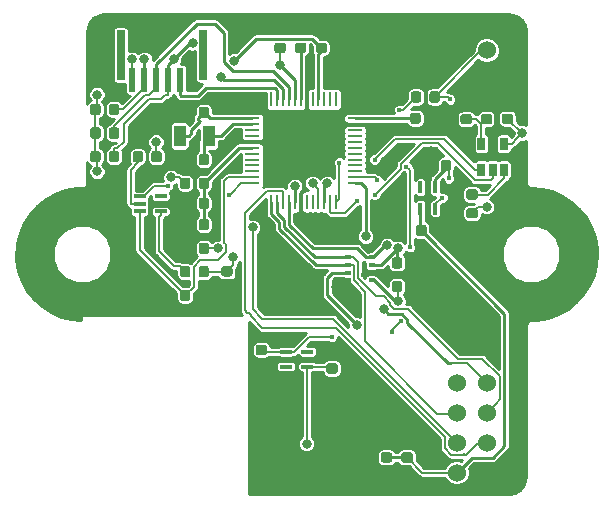
<source format=gtl>
G04 #@! TF.GenerationSoftware,KiCad,Pcbnew,(5.0.0)*
G04 #@! TF.CreationDate,2019-03-22T22:35:01+01:00*
G04 #@! TF.ProjectId,nrf24l01-node,6E726632346C30312D6E6F64652E6B69,rev?*
G04 #@! TF.SameCoordinates,Original*
G04 #@! TF.FileFunction,Copper,L1,Top,Signal*
G04 #@! TF.FilePolarity,Positive*
%FSLAX46Y46*%
G04 Gerber Fmt 4.6, Leading zero omitted, Abs format (unit mm)*
G04 Created by KiCad (PCBNEW (5.0.0)) date 03/22/19 22:35:01*
%MOMM*%
%LPD*%
G01*
G04 APERTURE LIST*
G04 #@! TA.AperFunction,Conductor*
%ADD10C,0.100000*%
G04 #@! TD*
G04 #@! TA.AperFunction,SMDPad,CuDef*
%ADD11C,0.875000*%
G04 #@! TD*
G04 #@! TA.AperFunction,SMDPad,CuDef*
%ADD12R,1.000000X0.300000*%
G04 #@! TD*
G04 #@! TA.AperFunction,SMDPad,CuDef*
%ADD13R,0.700000X4.200000*%
G04 #@! TD*
G04 #@! TA.AperFunction,SMDPad,CuDef*
%ADD14R,0.600000X2.000000*%
G04 #@! TD*
G04 #@! TA.AperFunction,SMDPad,CuDef*
%ADD15R,1.000000X1.800000*%
G04 #@! TD*
G04 #@! TA.AperFunction,SMDPad,CuDef*
%ADD16R,0.300000X1.000000*%
G04 #@! TD*
G04 #@! TA.AperFunction,ComponentPad*
%ADD17C,1.524000*%
G04 #@! TD*
G04 #@! TA.AperFunction,SMDPad,CuDef*
%ADD18R,1.300000X0.250000*%
G04 #@! TD*
G04 #@! TA.AperFunction,SMDPad,CuDef*
%ADD19R,0.250000X1.300000*%
G04 #@! TD*
G04 #@! TA.AperFunction,SMDPad,CuDef*
%ADD20R,0.650000X1.060000*%
G04 #@! TD*
G04 #@! TA.AperFunction,ComponentPad*
%ADD21R,1.524000X1.524000*%
G04 #@! TD*
G04 #@! TA.AperFunction,SMDPad,CuDef*
%ADD22R,0.500000X0.350000*%
G04 #@! TD*
G04 #@! TA.AperFunction,ViaPad*
%ADD23C,0.400000*%
G04 #@! TD*
G04 #@! TA.AperFunction,ViaPad*
%ADD24C,0.800000*%
G04 #@! TD*
G04 #@! TA.AperFunction,Conductor*
%ADD25C,0.250000*%
G04 #@! TD*
G04 #@! TA.AperFunction,Conductor*
%ADD26C,0.200000*%
G04 #@! TD*
G04 #@! TA.AperFunction,Conductor*
%ADD27C,0.254000*%
G04 #@! TD*
G04 APERTURE END LIST*
D10*
G04 #@! TO.N,VCC*
G04 #@! TO.C,C21*
G36*
X77177691Y-156751053D02*
X77198926Y-156754203D01*
X77219750Y-156759419D01*
X77239962Y-156766651D01*
X77259368Y-156775830D01*
X77277781Y-156786866D01*
X77295024Y-156799654D01*
X77310930Y-156814070D01*
X77325346Y-156829976D01*
X77338134Y-156847219D01*
X77349170Y-156865632D01*
X77358349Y-156885038D01*
X77365581Y-156905250D01*
X77370797Y-156926074D01*
X77373947Y-156947309D01*
X77375000Y-156968750D01*
X77375000Y-157406250D01*
X77373947Y-157427691D01*
X77370797Y-157448926D01*
X77365581Y-157469750D01*
X77358349Y-157489962D01*
X77349170Y-157509368D01*
X77338134Y-157527781D01*
X77325346Y-157545024D01*
X77310930Y-157560930D01*
X77295024Y-157575346D01*
X77277781Y-157588134D01*
X77259368Y-157599170D01*
X77239962Y-157608349D01*
X77219750Y-157615581D01*
X77198926Y-157620797D01*
X77177691Y-157623947D01*
X77156250Y-157625000D01*
X76643750Y-157625000D01*
X76622309Y-157623947D01*
X76601074Y-157620797D01*
X76580250Y-157615581D01*
X76560038Y-157608349D01*
X76540632Y-157599170D01*
X76522219Y-157588134D01*
X76504976Y-157575346D01*
X76489070Y-157560930D01*
X76474654Y-157545024D01*
X76461866Y-157527781D01*
X76450830Y-157509368D01*
X76441651Y-157489962D01*
X76434419Y-157469750D01*
X76429203Y-157448926D01*
X76426053Y-157427691D01*
X76425000Y-157406250D01*
X76425000Y-156968750D01*
X76426053Y-156947309D01*
X76429203Y-156926074D01*
X76434419Y-156905250D01*
X76441651Y-156885038D01*
X76450830Y-156865632D01*
X76461866Y-156847219D01*
X76474654Y-156829976D01*
X76489070Y-156814070D01*
X76504976Y-156799654D01*
X76522219Y-156786866D01*
X76540632Y-156775830D01*
X76560038Y-156766651D01*
X76580250Y-156759419D01*
X76601074Y-156754203D01*
X76622309Y-156751053D01*
X76643750Y-156750000D01*
X77156250Y-156750000D01*
X77177691Y-156751053D01*
X77177691Y-156751053D01*
G37*
D11*
G04 #@! TD*
G04 #@! TO.P,C21,2*
G04 #@! TO.N,VCC*
X76900000Y-157187500D03*
D10*
G04 #@! TO.N,GND*
G04 #@! TO.C,C21*
G36*
X77177691Y-155176053D02*
X77198926Y-155179203D01*
X77219750Y-155184419D01*
X77239962Y-155191651D01*
X77259368Y-155200830D01*
X77277781Y-155211866D01*
X77295024Y-155224654D01*
X77310930Y-155239070D01*
X77325346Y-155254976D01*
X77338134Y-155272219D01*
X77349170Y-155290632D01*
X77358349Y-155310038D01*
X77365581Y-155330250D01*
X77370797Y-155351074D01*
X77373947Y-155372309D01*
X77375000Y-155393750D01*
X77375000Y-155831250D01*
X77373947Y-155852691D01*
X77370797Y-155873926D01*
X77365581Y-155894750D01*
X77358349Y-155914962D01*
X77349170Y-155934368D01*
X77338134Y-155952781D01*
X77325346Y-155970024D01*
X77310930Y-155985930D01*
X77295024Y-156000346D01*
X77277781Y-156013134D01*
X77259368Y-156024170D01*
X77239962Y-156033349D01*
X77219750Y-156040581D01*
X77198926Y-156045797D01*
X77177691Y-156048947D01*
X77156250Y-156050000D01*
X76643750Y-156050000D01*
X76622309Y-156048947D01*
X76601074Y-156045797D01*
X76580250Y-156040581D01*
X76560038Y-156033349D01*
X76540632Y-156024170D01*
X76522219Y-156013134D01*
X76504976Y-156000346D01*
X76489070Y-155985930D01*
X76474654Y-155970024D01*
X76461866Y-155952781D01*
X76450830Y-155934368D01*
X76441651Y-155914962D01*
X76434419Y-155894750D01*
X76429203Y-155873926D01*
X76426053Y-155852691D01*
X76425000Y-155831250D01*
X76425000Y-155393750D01*
X76426053Y-155372309D01*
X76429203Y-155351074D01*
X76434419Y-155330250D01*
X76441651Y-155310038D01*
X76450830Y-155290632D01*
X76461866Y-155272219D01*
X76474654Y-155254976D01*
X76489070Y-155239070D01*
X76504976Y-155224654D01*
X76522219Y-155211866D01*
X76540632Y-155200830D01*
X76560038Y-155191651D01*
X76580250Y-155184419D01*
X76601074Y-155179203D01*
X76622309Y-155176053D01*
X76643750Y-155175000D01*
X77156250Y-155175000D01*
X77177691Y-155176053D01*
X77177691Y-155176053D01*
G37*
D11*
G04 #@! TD*
G04 #@! TO.P,C21,1*
G04 #@! TO.N,GND*
X76900000Y-155612500D03*
D10*
G04 #@! TO.N,Net-(C20-Pad1)*
G04 #@! TO.C,C20*
G36*
X71177691Y-155176053D02*
X71198926Y-155179203D01*
X71219750Y-155184419D01*
X71239962Y-155191651D01*
X71259368Y-155200830D01*
X71277781Y-155211866D01*
X71295024Y-155224654D01*
X71310930Y-155239070D01*
X71325346Y-155254976D01*
X71338134Y-155272219D01*
X71349170Y-155290632D01*
X71358349Y-155310038D01*
X71365581Y-155330250D01*
X71370797Y-155351074D01*
X71373947Y-155372309D01*
X71375000Y-155393750D01*
X71375000Y-155831250D01*
X71373947Y-155852691D01*
X71370797Y-155873926D01*
X71365581Y-155894750D01*
X71358349Y-155914962D01*
X71349170Y-155934368D01*
X71338134Y-155952781D01*
X71325346Y-155970024D01*
X71310930Y-155985930D01*
X71295024Y-156000346D01*
X71277781Y-156013134D01*
X71259368Y-156024170D01*
X71239962Y-156033349D01*
X71219750Y-156040581D01*
X71198926Y-156045797D01*
X71177691Y-156048947D01*
X71156250Y-156050000D01*
X70643750Y-156050000D01*
X70622309Y-156048947D01*
X70601074Y-156045797D01*
X70580250Y-156040581D01*
X70560038Y-156033349D01*
X70540632Y-156024170D01*
X70522219Y-156013134D01*
X70504976Y-156000346D01*
X70489070Y-155985930D01*
X70474654Y-155970024D01*
X70461866Y-155952781D01*
X70450830Y-155934368D01*
X70441651Y-155914962D01*
X70434419Y-155894750D01*
X70429203Y-155873926D01*
X70426053Y-155852691D01*
X70425000Y-155831250D01*
X70425000Y-155393750D01*
X70426053Y-155372309D01*
X70429203Y-155351074D01*
X70434419Y-155330250D01*
X70441651Y-155310038D01*
X70450830Y-155290632D01*
X70461866Y-155272219D01*
X70474654Y-155254976D01*
X70489070Y-155239070D01*
X70504976Y-155224654D01*
X70522219Y-155211866D01*
X70540632Y-155200830D01*
X70560038Y-155191651D01*
X70580250Y-155184419D01*
X70601074Y-155179203D01*
X70622309Y-155176053D01*
X70643750Y-155175000D01*
X71156250Y-155175000D01*
X71177691Y-155176053D01*
X71177691Y-155176053D01*
G37*
D11*
G04 #@! TD*
G04 #@! TO.P,C20,1*
G04 #@! TO.N,Net-(C20-Pad1)*
X70900000Y-155612500D03*
D10*
G04 #@! TO.N,GND*
G04 #@! TO.C,C20*
G36*
X71177691Y-156751053D02*
X71198926Y-156754203D01*
X71219750Y-156759419D01*
X71239962Y-156766651D01*
X71259368Y-156775830D01*
X71277781Y-156786866D01*
X71295024Y-156799654D01*
X71310930Y-156814070D01*
X71325346Y-156829976D01*
X71338134Y-156847219D01*
X71349170Y-156865632D01*
X71358349Y-156885038D01*
X71365581Y-156905250D01*
X71370797Y-156926074D01*
X71373947Y-156947309D01*
X71375000Y-156968750D01*
X71375000Y-157406250D01*
X71373947Y-157427691D01*
X71370797Y-157448926D01*
X71365581Y-157469750D01*
X71358349Y-157489962D01*
X71349170Y-157509368D01*
X71338134Y-157527781D01*
X71325346Y-157545024D01*
X71310930Y-157560930D01*
X71295024Y-157575346D01*
X71277781Y-157588134D01*
X71259368Y-157599170D01*
X71239962Y-157608349D01*
X71219750Y-157615581D01*
X71198926Y-157620797D01*
X71177691Y-157623947D01*
X71156250Y-157625000D01*
X70643750Y-157625000D01*
X70622309Y-157623947D01*
X70601074Y-157620797D01*
X70580250Y-157615581D01*
X70560038Y-157608349D01*
X70540632Y-157599170D01*
X70522219Y-157588134D01*
X70504976Y-157575346D01*
X70489070Y-157560930D01*
X70474654Y-157545024D01*
X70461866Y-157527781D01*
X70450830Y-157509368D01*
X70441651Y-157489962D01*
X70434419Y-157469750D01*
X70429203Y-157448926D01*
X70426053Y-157427691D01*
X70425000Y-157406250D01*
X70425000Y-156968750D01*
X70426053Y-156947309D01*
X70429203Y-156926074D01*
X70434419Y-156905250D01*
X70441651Y-156885038D01*
X70450830Y-156865632D01*
X70461866Y-156847219D01*
X70474654Y-156829976D01*
X70489070Y-156814070D01*
X70504976Y-156799654D01*
X70522219Y-156786866D01*
X70540632Y-156775830D01*
X70560038Y-156766651D01*
X70580250Y-156759419D01*
X70601074Y-156754203D01*
X70622309Y-156751053D01*
X70643750Y-156750000D01*
X71156250Y-156750000D01*
X71177691Y-156751053D01*
X71177691Y-156751053D01*
G37*
D11*
G04 #@! TD*
G04 #@! TO.P,C20,2*
G04 #@! TO.N,GND*
X70900000Y-157187500D03*
D10*
G04 #@! TO.N,Net-(C20-Pad1)*
G04 #@! TO.C,R9*
G36*
X84252691Y-133726053D02*
X84273926Y-133729203D01*
X84294750Y-133734419D01*
X84314962Y-133741651D01*
X84334368Y-133750830D01*
X84352781Y-133761866D01*
X84370024Y-133774654D01*
X84385930Y-133789070D01*
X84400346Y-133804976D01*
X84413134Y-133822219D01*
X84424170Y-133840632D01*
X84433349Y-133860038D01*
X84440581Y-133880250D01*
X84445797Y-133901074D01*
X84448947Y-133922309D01*
X84450000Y-133943750D01*
X84450000Y-134456250D01*
X84448947Y-134477691D01*
X84445797Y-134498926D01*
X84440581Y-134519750D01*
X84433349Y-134539962D01*
X84424170Y-134559368D01*
X84413134Y-134577781D01*
X84400346Y-134595024D01*
X84385930Y-134610930D01*
X84370024Y-134625346D01*
X84352781Y-134638134D01*
X84334368Y-134649170D01*
X84314962Y-134658349D01*
X84294750Y-134665581D01*
X84273926Y-134670797D01*
X84252691Y-134673947D01*
X84231250Y-134675000D01*
X83793750Y-134675000D01*
X83772309Y-134673947D01*
X83751074Y-134670797D01*
X83730250Y-134665581D01*
X83710038Y-134658349D01*
X83690632Y-134649170D01*
X83672219Y-134638134D01*
X83654976Y-134625346D01*
X83639070Y-134610930D01*
X83624654Y-134595024D01*
X83611866Y-134577781D01*
X83600830Y-134559368D01*
X83591651Y-134539962D01*
X83584419Y-134519750D01*
X83579203Y-134498926D01*
X83576053Y-134477691D01*
X83575000Y-134456250D01*
X83575000Y-133943750D01*
X83576053Y-133922309D01*
X83579203Y-133901074D01*
X83584419Y-133880250D01*
X83591651Y-133860038D01*
X83600830Y-133840632D01*
X83611866Y-133822219D01*
X83624654Y-133804976D01*
X83639070Y-133789070D01*
X83654976Y-133774654D01*
X83672219Y-133761866D01*
X83690632Y-133750830D01*
X83710038Y-133741651D01*
X83730250Y-133734419D01*
X83751074Y-133729203D01*
X83772309Y-133726053D01*
X83793750Y-133725000D01*
X84231250Y-133725000D01*
X84252691Y-133726053D01*
X84252691Y-133726053D01*
G37*
D11*
G04 #@! TD*
G04 #@! TO.P,R9,1*
G04 #@! TO.N,Net-(C20-Pad1)*
X84012500Y-134200000D03*
D10*
G04 #@! TO.N,/NRF_VCC_IN*
G04 #@! TO.C,R9*
G36*
X85827691Y-133726053D02*
X85848926Y-133729203D01*
X85869750Y-133734419D01*
X85889962Y-133741651D01*
X85909368Y-133750830D01*
X85927781Y-133761866D01*
X85945024Y-133774654D01*
X85960930Y-133789070D01*
X85975346Y-133804976D01*
X85988134Y-133822219D01*
X85999170Y-133840632D01*
X86008349Y-133860038D01*
X86015581Y-133880250D01*
X86020797Y-133901074D01*
X86023947Y-133922309D01*
X86025000Y-133943750D01*
X86025000Y-134456250D01*
X86023947Y-134477691D01*
X86020797Y-134498926D01*
X86015581Y-134519750D01*
X86008349Y-134539962D01*
X85999170Y-134559368D01*
X85988134Y-134577781D01*
X85975346Y-134595024D01*
X85960930Y-134610930D01*
X85945024Y-134625346D01*
X85927781Y-134638134D01*
X85909368Y-134649170D01*
X85889962Y-134658349D01*
X85869750Y-134665581D01*
X85848926Y-134670797D01*
X85827691Y-134673947D01*
X85806250Y-134675000D01*
X85368750Y-134675000D01*
X85347309Y-134673947D01*
X85326074Y-134670797D01*
X85305250Y-134665581D01*
X85285038Y-134658349D01*
X85265632Y-134649170D01*
X85247219Y-134638134D01*
X85229976Y-134625346D01*
X85214070Y-134610930D01*
X85199654Y-134595024D01*
X85186866Y-134577781D01*
X85175830Y-134559368D01*
X85166651Y-134539962D01*
X85159419Y-134519750D01*
X85154203Y-134498926D01*
X85151053Y-134477691D01*
X85150000Y-134456250D01*
X85150000Y-133943750D01*
X85151053Y-133922309D01*
X85154203Y-133901074D01*
X85159419Y-133880250D01*
X85166651Y-133860038D01*
X85175830Y-133840632D01*
X85186866Y-133822219D01*
X85199654Y-133804976D01*
X85214070Y-133789070D01*
X85229976Y-133774654D01*
X85247219Y-133761866D01*
X85265632Y-133750830D01*
X85285038Y-133741651D01*
X85305250Y-133734419D01*
X85326074Y-133729203D01*
X85347309Y-133726053D01*
X85368750Y-133725000D01*
X85806250Y-133725000D01*
X85827691Y-133726053D01*
X85827691Y-133726053D01*
G37*
D11*
G04 #@! TD*
G04 #@! TO.P,R9,2*
G04 #@! TO.N,/NRF_VCC_IN*
X85587500Y-134200000D03*
D12*
G04 #@! TO.P,IC5,1*
G04 #@! TO.N,Net-(C20-Pad1)*
X73000000Y-155775000D03*
G04 #@! TO.P,IC5,2*
G04 #@! TO.N,GND*
X73000000Y-156400000D03*
G04 #@! TO.P,IC5,3*
G04 #@! TO.N,/SUPER_CAP_EN*
X73000000Y-157025000D03*
G04 #@! TO.P,IC5,4*
G04 #@! TO.N,VCC*
X74800000Y-157025000D03*
G04 #@! TO.P,IC5,5*
G04 #@! TO.N,GND*
X74800000Y-156400000D03*
G04 #@! TO.P,IC5,6*
G04 #@! TO.N,Net-(IC5-Pad6)*
X74800000Y-155775000D03*
G04 #@! TD*
D10*
G04 #@! TO.N,GND*
G04 #@! TO.C,C19*
G36*
X68277691Y-150101053D02*
X68298926Y-150104203D01*
X68319750Y-150109419D01*
X68339962Y-150116651D01*
X68359368Y-150125830D01*
X68377781Y-150136866D01*
X68395024Y-150149654D01*
X68410930Y-150164070D01*
X68425346Y-150179976D01*
X68438134Y-150197219D01*
X68449170Y-150215632D01*
X68458349Y-150235038D01*
X68465581Y-150255250D01*
X68470797Y-150276074D01*
X68473947Y-150297309D01*
X68475000Y-150318750D01*
X68475000Y-150756250D01*
X68473947Y-150777691D01*
X68470797Y-150798926D01*
X68465581Y-150819750D01*
X68458349Y-150839962D01*
X68449170Y-150859368D01*
X68438134Y-150877781D01*
X68425346Y-150895024D01*
X68410930Y-150910930D01*
X68395024Y-150925346D01*
X68377781Y-150938134D01*
X68359368Y-150949170D01*
X68339962Y-150958349D01*
X68319750Y-150965581D01*
X68298926Y-150970797D01*
X68277691Y-150973947D01*
X68256250Y-150975000D01*
X67743750Y-150975000D01*
X67722309Y-150973947D01*
X67701074Y-150970797D01*
X67680250Y-150965581D01*
X67660038Y-150958349D01*
X67640632Y-150949170D01*
X67622219Y-150938134D01*
X67604976Y-150925346D01*
X67589070Y-150910930D01*
X67574654Y-150895024D01*
X67561866Y-150877781D01*
X67550830Y-150859368D01*
X67541651Y-150839962D01*
X67534419Y-150819750D01*
X67529203Y-150798926D01*
X67526053Y-150777691D01*
X67525000Y-150756250D01*
X67525000Y-150318750D01*
X67526053Y-150297309D01*
X67529203Y-150276074D01*
X67534419Y-150255250D01*
X67541651Y-150235038D01*
X67550830Y-150215632D01*
X67561866Y-150197219D01*
X67574654Y-150179976D01*
X67589070Y-150164070D01*
X67604976Y-150149654D01*
X67622219Y-150136866D01*
X67640632Y-150125830D01*
X67660038Y-150116651D01*
X67680250Y-150109419D01*
X67701074Y-150104203D01*
X67722309Y-150101053D01*
X67743750Y-150100000D01*
X68256250Y-150100000D01*
X68277691Y-150101053D01*
X68277691Y-150101053D01*
G37*
D11*
G04 #@! TD*
G04 #@! TO.P,C19,2*
G04 #@! TO.N,GND*
X68000000Y-150537500D03*
D10*
G04 #@! TO.N,VCC*
G04 #@! TO.C,C19*
G36*
X68277691Y-148526053D02*
X68298926Y-148529203D01*
X68319750Y-148534419D01*
X68339962Y-148541651D01*
X68359368Y-148550830D01*
X68377781Y-148561866D01*
X68395024Y-148574654D01*
X68410930Y-148589070D01*
X68425346Y-148604976D01*
X68438134Y-148622219D01*
X68449170Y-148640632D01*
X68458349Y-148660038D01*
X68465581Y-148680250D01*
X68470797Y-148701074D01*
X68473947Y-148722309D01*
X68475000Y-148743750D01*
X68475000Y-149181250D01*
X68473947Y-149202691D01*
X68470797Y-149223926D01*
X68465581Y-149244750D01*
X68458349Y-149264962D01*
X68449170Y-149284368D01*
X68438134Y-149302781D01*
X68425346Y-149320024D01*
X68410930Y-149335930D01*
X68395024Y-149350346D01*
X68377781Y-149363134D01*
X68359368Y-149374170D01*
X68339962Y-149383349D01*
X68319750Y-149390581D01*
X68298926Y-149395797D01*
X68277691Y-149398947D01*
X68256250Y-149400000D01*
X67743750Y-149400000D01*
X67722309Y-149398947D01*
X67701074Y-149395797D01*
X67680250Y-149390581D01*
X67660038Y-149383349D01*
X67640632Y-149374170D01*
X67622219Y-149363134D01*
X67604976Y-149350346D01*
X67589070Y-149335930D01*
X67574654Y-149320024D01*
X67561866Y-149302781D01*
X67550830Y-149284368D01*
X67541651Y-149264962D01*
X67534419Y-149244750D01*
X67529203Y-149223926D01*
X67526053Y-149202691D01*
X67525000Y-149181250D01*
X67525000Y-148743750D01*
X67526053Y-148722309D01*
X67529203Y-148701074D01*
X67534419Y-148680250D01*
X67541651Y-148660038D01*
X67550830Y-148640632D01*
X67561866Y-148622219D01*
X67574654Y-148604976D01*
X67589070Y-148589070D01*
X67604976Y-148574654D01*
X67622219Y-148561866D01*
X67640632Y-148550830D01*
X67660038Y-148541651D01*
X67680250Y-148534419D01*
X67701074Y-148529203D01*
X67722309Y-148526053D01*
X67743750Y-148525000D01*
X68256250Y-148525000D01*
X68277691Y-148526053D01*
X68277691Y-148526053D01*
G37*
D11*
G04 #@! TD*
G04 #@! TO.P,C19,1*
G04 #@! TO.N,VCC*
X68000000Y-148962500D03*
D10*
G04 #@! TO.N,VCC*
G04 #@! TO.C,C4*
G36*
X62277691Y-138776053D02*
X62298926Y-138779203D01*
X62319750Y-138784419D01*
X62339962Y-138791651D01*
X62359368Y-138800830D01*
X62377781Y-138811866D01*
X62395024Y-138824654D01*
X62410930Y-138839070D01*
X62425346Y-138854976D01*
X62438134Y-138872219D01*
X62449170Y-138890632D01*
X62458349Y-138910038D01*
X62465581Y-138930250D01*
X62470797Y-138951074D01*
X62473947Y-138972309D01*
X62475000Y-138993750D01*
X62475000Y-139506250D01*
X62473947Y-139527691D01*
X62470797Y-139548926D01*
X62465581Y-139569750D01*
X62458349Y-139589962D01*
X62449170Y-139609368D01*
X62438134Y-139627781D01*
X62425346Y-139645024D01*
X62410930Y-139660930D01*
X62395024Y-139675346D01*
X62377781Y-139688134D01*
X62359368Y-139699170D01*
X62339962Y-139708349D01*
X62319750Y-139715581D01*
X62298926Y-139720797D01*
X62277691Y-139723947D01*
X62256250Y-139725000D01*
X61818750Y-139725000D01*
X61797309Y-139723947D01*
X61776074Y-139720797D01*
X61755250Y-139715581D01*
X61735038Y-139708349D01*
X61715632Y-139699170D01*
X61697219Y-139688134D01*
X61679976Y-139675346D01*
X61664070Y-139660930D01*
X61649654Y-139645024D01*
X61636866Y-139627781D01*
X61625830Y-139609368D01*
X61616651Y-139589962D01*
X61609419Y-139569750D01*
X61604203Y-139548926D01*
X61601053Y-139527691D01*
X61600000Y-139506250D01*
X61600000Y-138993750D01*
X61601053Y-138972309D01*
X61604203Y-138951074D01*
X61609419Y-138930250D01*
X61616651Y-138910038D01*
X61625830Y-138890632D01*
X61636866Y-138872219D01*
X61649654Y-138854976D01*
X61664070Y-138839070D01*
X61679976Y-138824654D01*
X61697219Y-138811866D01*
X61715632Y-138800830D01*
X61735038Y-138791651D01*
X61755250Y-138784419D01*
X61776074Y-138779203D01*
X61797309Y-138776053D01*
X61818750Y-138775000D01*
X62256250Y-138775000D01*
X62277691Y-138776053D01*
X62277691Y-138776053D01*
G37*
D11*
G04 #@! TD*
G04 #@! TO.P,C4,1*
G04 #@! TO.N,VCC*
X62037500Y-139250000D03*
D10*
G04 #@! TO.N,Net-(C4-Pad2)*
G04 #@! TO.C,C4*
G36*
X60702691Y-138776053D02*
X60723926Y-138779203D01*
X60744750Y-138784419D01*
X60764962Y-138791651D01*
X60784368Y-138800830D01*
X60802781Y-138811866D01*
X60820024Y-138824654D01*
X60835930Y-138839070D01*
X60850346Y-138854976D01*
X60863134Y-138872219D01*
X60874170Y-138890632D01*
X60883349Y-138910038D01*
X60890581Y-138930250D01*
X60895797Y-138951074D01*
X60898947Y-138972309D01*
X60900000Y-138993750D01*
X60900000Y-139506250D01*
X60898947Y-139527691D01*
X60895797Y-139548926D01*
X60890581Y-139569750D01*
X60883349Y-139589962D01*
X60874170Y-139609368D01*
X60863134Y-139627781D01*
X60850346Y-139645024D01*
X60835930Y-139660930D01*
X60820024Y-139675346D01*
X60802781Y-139688134D01*
X60784368Y-139699170D01*
X60764962Y-139708349D01*
X60744750Y-139715581D01*
X60723926Y-139720797D01*
X60702691Y-139723947D01*
X60681250Y-139725000D01*
X60243750Y-139725000D01*
X60222309Y-139723947D01*
X60201074Y-139720797D01*
X60180250Y-139715581D01*
X60160038Y-139708349D01*
X60140632Y-139699170D01*
X60122219Y-139688134D01*
X60104976Y-139675346D01*
X60089070Y-139660930D01*
X60074654Y-139645024D01*
X60061866Y-139627781D01*
X60050830Y-139609368D01*
X60041651Y-139589962D01*
X60034419Y-139569750D01*
X60029203Y-139548926D01*
X60026053Y-139527691D01*
X60025000Y-139506250D01*
X60025000Y-138993750D01*
X60026053Y-138972309D01*
X60029203Y-138951074D01*
X60034419Y-138930250D01*
X60041651Y-138910038D01*
X60050830Y-138890632D01*
X60061866Y-138872219D01*
X60074654Y-138854976D01*
X60089070Y-138839070D01*
X60104976Y-138824654D01*
X60122219Y-138811866D01*
X60140632Y-138800830D01*
X60160038Y-138791651D01*
X60180250Y-138784419D01*
X60201074Y-138779203D01*
X60222309Y-138776053D01*
X60243750Y-138775000D01*
X60681250Y-138775000D01*
X60702691Y-138776053D01*
X60702691Y-138776053D01*
G37*
D11*
G04 #@! TD*
G04 #@! TO.P,C4,2*
G04 #@! TO.N,Net-(C4-Pad2)*
X60462500Y-139250000D03*
D12*
G04 #@! TO.P,IC4,1*
G04 #@! TO.N,/VBAT_ADC*
X60600000Y-142625000D03*
G04 #@! TO.P,IC4,2*
G04 #@! TO.N,Net-(C4-Pad2)*
X60600000Y-143250000D03*
G04 #@! TO.P,IC4,3*
G04 #@! TO.N,/VBAT_ADC_EN*
X60600000Y-143875000D03*
G04 #@! TO.P,IC4,4*
G04 #@! TO.N,Net-(IC4-Pad4)*
X62400000Y-143875000D03*
G04 #@! TO.P,IC4,5*
G04 #@! TO.N,GND*
X62400000Y-143250000D03*
G04 #@! TO.P,IC4,6*
G04 #@! TO.N,Net-(IC4-Pad6)*
X62400000Y-142625000D03*
G04 #@! TD*
D10*
G04 #@! TO.N,/VBAT_ADC_EN*
G04 #@! TO.C,R8*
G36*
X64702691Y-150526053D02*
X64723926Y-150529203D01*
X64744750Y-150534419D01*
X64764962Y-150541651D01*
X64784368Y-150550830D01*
X64802781Y-150561866D01*
X64820024Y-150574654D01*
X64835930Y-150589070D01*
X64850346Y-150604976D01*
X64863134Y-150622219D01*
X64874170Y-150640632D01*
X64883349Y-150660038D01*
X64890581Y-150680250D01*
X64895797Y-150701074D01*
X64898947Y-150722309D01*
X64900000Y-150743750D01*
X64900000Y-151256250D01*
X64898947Y-151277691D01*
X64895797Y-151298926D01*
X64890581Y-151319750D01*
X64883349Y-151339962D01*
X64874170Y-151359368D01*
X64863134Y-151377781D01*
X64850346Y-151395024D01*
X64835930Y-151410930D01*
X64820024Y-151425346D01*
X64802781Y-151438134D01*
X64784368Y-151449170D01*
X64764962Y-151458349D01*
X64744750Y-151465581D01*
X64723926Y-151470797D01*
X64702691Y-151473947D01*
X64681250Y-151475000D01*
X64243750Y-151475000D01*
X64222309Y-151473947D01*
X64201074Y-151470797D01*
X64180250Y-151465581D01*
X64160038Y-151458349D01*
X64140632Y-151449170D01*
X64122219Y-151438134D01*
X64104976Y-151425346D01*
X64089070Y-151410930D01*
X64074654Y-151395024D01*
X64061866Y-151377781D01*
X64050830Y-151359368D01*
X64041651Y-151339962D01*
X64034419Y-151319750D01*
X64029203Y-151298926D01*
X64026053Y-151277691D01*
X64025000Y-151256250D01*
X64025000Y-150743750D01*
X64026053Y-150722309D01*
X64029203Y-150701074D01*
X64034419Y-150680250D01*
X64041651Y-150660038D01*
X64050830Y-150640632D01*
X64061866Y-150622219D01*
X64074654Y-150604976D01*
X64089070Y-150589070D01*
X64104976Y-150574654D01*
X64122219Y-150561866D01*
X64140632Y-150550830D01*
X64160038Y-150541651D01*
X64180250Y-150534419D01*
X64201074Y-150529203D01*
X64222309Y-150526053D01*
X64243750Y-150525000D01*
X64681250Y-150525000D01*
X64702691Y-150526053D01*
X64702691Y-150526053D01*
G37*
D11*
G04 #@! TD*
G04 #@! TO.P,R8,2*
G04 #@! TO.N,/VBAT_ADC_EN*
X64462500Y-151000000D03*
D10*
G04 #@! TO.N,GND*
G04 #@! TO.C,R8*
G36*
X66277691Y-150526053D02*
X66298926Y-150529203D01*
X66319750Y-150534419D01*
X66339962Y-150541651D01*
X66359368Y-150550830D01*
X66377781Y-150561866D01*
X66395024Y-150574654D01*
X66410930Y-150589070D01*
X66425346Y-150604976D01*
X66438134Y-150622219D01*
X66449170Y-150640632D01*
X66458349Y-150660038D01*
X66465581Y-150680250D01*
X66470797Y-150701074D01*
X66473947Y-150722309D01*
X66475000Y-150743750D01*
X66475000Y-151256250D01*
X66473947Y-151277691D01*
X66470797Y-151298926D01*
X66465581Y-151319750D01*
X66458349Y-151339962D01*
X66449170Y-151359368D01*
X66438134Y-151377781D01*
X66425346Y-151395024D01*
X66410930Y-151410930D01*
X66395024Y-151425346D01*
X66377781Y-151438134D01*
X66359368Y-151449170D01*
X66339962Y-151458349D01*
X66319750Y-151465581D01*
X66298926Y-151470797D01*
X66277691Y-151473947D01*
X66256250Y-151475000D01*
X65818750Y-151475000D01*
X65797309Y-151473947D01*
X65776074Y-151470797D01*
X65755250Y-151465581D01*
X65735038Y-151458349D01*
X65715632Y-151449170D01*
X65697219Y-151438134D01*
X65679976Y-151425346D01*
X65664070Y-151410930D01*
X65649654Y-151395024D01*
X65636866Y-151377781D01*
X65625830Y-151359368D01*
X65616651Y-151339962D01*
X65609419Y-151319750D01*
X65604203Y-151298926D01*
X65601053Y-151277691D01*
X65600000Y-151256250D01*
X65600000Y-150743750D01*
X65601053Y-150722309D01*
X65604203Y-150701074D01*
X65609419Y-150680250D01*
X65616651Y-150660038D01*
X65625830Y-150640632D01*
X65636866Y-150622219D01*
X65649654Y-150604976D01*
X65664070Y-150589070D01*
X65679976Y-150574654D01*
X65697219Y-150561866D01*
X65715632Y-150550830D01*
X65735038Y-150541651D01*
X65755250Y-150534419D01*
X65776074Y-150529203D01*
X65797309Y-150526053D01*
X65818750Y-150525000D01*
X66256250Y-150525000D01*
X66277691Y-150526053D01*
X66277691Y-150526053D01*
G37*
D11*
G04 #@! TD*
G04 #@! TO.P,R8,1*
G04 #@! TO.N,GND*
X66037500Y-151000000D03*
D10*
G04 #@! TO.N,VCC*
G04 #@! TO.C,R7*
G36*
X66277691Y-148526053D02*
X66298926Y-148529203D01*
X66319750Y-148534419D01*
X66339962Y-148541651D01*
X66359368Y-148550830D01*
X66377781Y-148561866D01*
X66395024Y-148574654D01*
X66410930Y-148589070D01*
X66425346Y-148604976D01*
X66438134Y-148622219D01*
X66449170Y-148640632D01*
X66458349Y-148660038D01*
X66465581Y-148680250D01*
X66470797Y-148701074D01*
X66473947Y-148722309D01*
X66475000Y-148743750D01*
X66475000Y-149256250D01*
X66473947Y-149277691D01*
X66470797Y-149298926D01*
X66465581Y-149319750D01*
X66458349Y-149339962D01*
X66449170Y-149359368D01*
X66438134Y-149377781D01*
X66425346Y-149395024D01*
X66410930Y-149410930D01*
X66395024Y-149425346D01*
X66377781Y-149438134D01*
X66359368Y-149449170D01*
X66339962Y-149458349D01*
X66319750Y-149465581D01*
X66298926Y-149470797D01*
X66277691Y-149473947D01*
X66256250Y-149475000D01*
X65818750Y-149475000D01*
X65797309Y-149473947D01*
X65776074Y-149470797D01*
X65755250Y-149465581D01*
X65735038Y-149458349D01*
X65715632Y-149449170D01*
X65697219Y-149438134D01*
X65679976Y-149425346D01*
X65664070Y-149410930D01*
X65649654Y-149395024D01*
X65636866Y-149377781D01*
X65625830Y-149359368D01*
X65616651Y-149339962D01*
X65609419Y-149319750D01*
X65604203Y-149298926D01*
X65601053Y-149277691D01*
X65600000Y-149256250D01*
X65600000Y-148743750D01*
X65601053Y-148722309D01*
X65604203Y-148701074D01*
X65609419Y-148680250D01*
X65616651Y-148660038D01*
X65625830Y-148640632D01*
X65636866Y-148622219D01*
X65649654Y-148604976D01*
X65664070Y-148589070D01*
X65679976Y-148574654D01*
X65697219Y-148561866D01*
X65715632Y-148550830D01*
X65735038Y-148541651D01*
X65755250Y-148534419D01*
X65776074Y-148529203D01*
X65797309Y-148526053D01*
X65818750Y-148525000D01*
X66256250Y-148525000D01*
X66277691Y-148526053D01*
X66277691Y-148526053D01*
G37*
D11*
G04 #@! TD*
G04 #@! TO.P,R7,1*
G04 #@! TO.N,VCC*
X66037500Y-149000000D03*
D10*
G04 #@! TO.N,Net-(IC4-Pad4)*
G04 #@! TO.C,R7*
G36*
X64702691Y-148526053D02*
X64723926Y-148529203D01*
X64744750Y-148534419D01*
X64764962Y-148541651D01*
X64784368Y-148550830D01*
X64802781Y-148561866D01*
X64820024Y-148574654D01*
X64835930Y-148589070D01*
X64850346Y-148604976D01*
X64863134Y-148622219D01*
X64874170Y-148640632D01*
X64883349Y-148660038D01*
X64890581Y-148680250D01*
X64895797Y-148701074D01*
X64898947Y-148722309D01*
X64900000Y-148743750D01*
X64900000Y-149256250D01*
X64898947Y-149277691D01*
X64895797Y-149298926D01*
X64890581Y-149319750D01*
X64883349Y-149339962D01*
X64874170Y-149359368D01*
X64863134Y-149377781D01*
X64850346Y-149395024D01*
X64835930Y-149410930D01*
X64820024Y-149425346D01*
X64802781Y-149438134D01*
X64784368Y-149449170D01*
X64764962Y-149458349D01*
X64744750Y-149465581D01*
X64723926Y-149470797D01*
X64702691Y-149473947D01*
X64681250Y-149475000D01*
X64243750Y-149475000D01*
X64222309Y-149473947D01*
X64201074Y-149470797D01*
X64180250Y-149465581D01*
X64160038Y-149458349D01*
X64140632Y-149449170D01*
X64122219Y-149438134D01*
X64104976Y-149425346D01*
X64089070Y-149410930D01*
X64074654Y-149395024D01*
X64061866Y-149377781D01*
X64050830Y-149359368D01*
X64041651Y-149339962D01*
X64034419Y-149319750D01*
X64029203Y-149298926D01*
X64026053Y-149277691D01*
X64025000Y-149256250D01*
X64025000Y-148743750D01*
X64026053Y-148722309D01*
X64029203Y-148701074D01*
X64034419Y-148680250D01*
X64041651Y-148660038D01*
X64050830Y-148640632D01*
X64061866Y-148622219D01*
X64074654Y-148604976D01*
X64089070Y-148589070D01*
X64104976Y-148574654D01*
X64122219Y-148561866D01*
X64140632Y-148550830D01*
X64160038Y-148541651D01*
X64180250Y-148534419D01*
X64201074Y-148529203D01*
X64222309Y-148526053D01*
X64243750Y-148525000D01*
X64681250Y-148525000D01*
X64702691Y-148526053D01*
X64702691Y-148526053D01*
G37*
D11*
G04 #@! TD*
G04 #@! TO.P,R7,2*
G04 #@! TO.N,Net-(IC4-Pad4)*
X64462500Y-149000000D03*
D13*
G04 #@! TO.P,CON1,*
G04 #@! TO.N,*
X66000000Y-130650000D03*
D14*
G04 #@! TO.P,CON1,6*
G04 #@! TO.N,GND*
X65000000Y-132750000D03*
G04 #@! TO.P,CON1,5*
G04 #@! TO.N,/UART_TX*
X64000000Y-132750000D03*
G04 #@! TO.P,CON1,4*
G04 #@! TO.N,/MCU_RESET*
X63000000Y-132750000D03*
G04 #@! TO.P,CON1,3*
G04 #@! TO.N,/SWCLK*
X62000000Y-132750000D03*
G04 #@! TO.P,CON1,2*
G04 #@! TO.N,/SWDIO*
X61000000Y-132750000D03*
G04 #@! TO.P,CON1,1*
G04 #@! TO.N,VCC*
X60000000Y-132750000D03*
D13*
G04 #@! TO.P,CON1,*
G04 #@! TO.N,*
X59000000Y-130650000D03*
G04 #@! TD*
D10*
G04 #@! TO.N,GND*
G04 #@! TO.C,C18*
G36*
X76277691Y-128026053D02*
X76298926Y-128029203D01*
X76319750Y-128034419D01*
X76339962Y-128041651D01*
X76359368Y-128050830D01*
X76377781Y-128061866D01*
X76395024Y-128074654D01*
X76410930Y-128089070D01*
X76425346Y-128104976D01*
X76438134Y-128122219D01*
X76449170Y-128140632D01*
X76458349Y-128160038D01*
X76465581Y-128180250D01*
X76470797Y-128201074D01*
X76473947Y-128222309D01*
X76475000Y-128243750D01*
X76475000Y-128681250D01*
X76473947Y-128702691D01*
X76470797Y-128723926D01*
X76465581Y-128744750D01*
X76458349Y-128764962D01*
X76449170Y-128784368D01*
X76438134Y-128802781D01*
X76425346Y-128820024D01*
X76410930Y-128835930D01*
X76395024Y-128850346D01*
X76377781Y-128863134D01*
X76359368Y-128874170D01*
X76339962Y-128883349D01*
X76319750Y-128890581D01*
X76298926Y-128895797D01*
X76277691Y-128898947D01*
X76256250Y-128900000D01*
X75743750Y-128900000D01*
X75722309Y-128898947D01*
X75701074Y-128895797D01*
X75680250Y-128890581D01*
X75660038Y-128883349D01*
X75640632Y-128874170D01*
X75622219Y-128863134D01*
X75604976Y-128850346D01*
X75589070Y-128835930D01*
X75574654Y-128820024D01*
X75561866Y-128802781D01*
X75550830Y-128784368D01*
X75541651Y-128764962D01*
X75534419Y-128744750D01*
X75529203Y-128723926D01*
X75526053Y-128702691D01*
X75525000Y-128681250D01*
X75525000Y-128243750D01*
X75526053Y-128222309D01*
X75529203Y-128201074D01*
X75534419Y-128180250D01*
X75541651Y-128160038D01*
X75550830Y-128140632D01*
X75561866Y-128122219D01*
X75574654Y-128104976D01*
X75589070Y-128089070D01*
X75604976Y-128074654D01*
X75622219Y-128061866D01*
X75640632Y-128050830D01*
X75660038Y-128041651D01*
X75680250Y-128034419D01*
X75701074Y-128029203D01*
X75722309Y-128026053D01*
X75743750Y-128025000D01*
X76256250Y-128025000D01*
X76277691Y-128026053D01*
X76277691Y-128026053D01*
G37*
D11*
G04 #@! TD*
G04 #@! TO.P,C18,1*
G04 #@! TO.N,GND*
X76000000Y-128462500D03*
D10*
G04 #@! TO.N,/MCU_RESET*
G04 #@! TO.C,C18*
G36*
X76277691Y-129601053D02*
X76298926Y-129604203D01*
X76319750Y-129609419D01*
X76339962Y-129616651D01*
X76359368Y-129625830D01*
X76377781Y-129636866D01*
X76395024Y-129649654D01*
X76410930Y-129664070D01*
X76425346Y-129679976D01*
X76438134Y-129697219D01*
X76449170Y-129715632D01*
X76458349Y-129735038D01*
X76465581Y-129755250D01*
X76470797Y-129776074D01*
X76473947Y-129797309D01*
X76475000Y-129818750D01*
X76475000Y-130256250D01*
X76473947Y-130277691D01*
X76470797Y-130298926D01*
X76465581Y-130319750D01*
X76458349Y-130339962D01*
X76449170Y-130359368D01*
X76438134Y-130377781D01*
X76425346Y-130395024D01*
X76410930Y-130410930D01*
X76395024Y-130425346D01*
X76377781Y-130438134D01*
X76359368Y-130449170D01*
X76339962Y-130458349D01*
X76319750Y-130465581D01*
X76298926Y-130470797D01*
X76277691Y-130473947D01*
X76256250Y-130475000D01*
X75743750Y-130475000D01*
X75722309Y-130473947D01*
X75701074Y-130470797D01*
X75680250Y-130465581D01*
X75660038Y-130458349D01*
X75640632Y-130449170D01*
X75622219Y-130438134D01*
X75604976Y-130425346D01*
X75589070Y-130410930D01*
X75574654Y-130395024D01*
X75561866Y-130377781D01*
X75550830Y-130359368D01*
X75541651Y-130339962D01*
X75534419Y-130319750D01*
X75529203Y-130298926D01*
X75526053Y-130277691D01*
X75525000Y-130256250D01*
X75525000Y-129818750D01*
X75526053Y-129797309D01*
X75529203Y-129776074D01*
X75534419Y-129755250D01*
X75541651Y-129735038D01*
X75550830Y-129715632D01*
X75561866Y-129697219D01*
X75574654Y-129679976D01*
X75589070Y-129664070D01*
X75604976Y-129649654D01*
X75622219Y-129636866D01*
X75640632Y-129625830D01*
X75660038Y-129616651D01*
X75680250Y-129609419D01*
X75701074Y-129604203D01*
X75722309Y-129601053D01*
X75743750Y-129600000D01*
X76256250Y-129600000D01*
X76277691Y-129601053D01*
X76277691Y-129601053D01*
G37*
D11*
G04 #@! TD*
G04 #@! TO.P,C18,2*
G04 #@! TO.N,/MCU_RESET*
X76000000Y-130037500D03*
D10*
G04 #@! TO.N,VCC*
G04 #@! TO.C,R4*
G36*
X57107692Y-138776053D02*
X57128927Y-138779203D01*
X57149751Y-138784419D01*
X57169963Y-138791651D01*
X57189369Y-138800830D01*
X57207782Y-138811866D01*
X57225025Y-138824654D01*
X57240931Y-138839070D01*
X57255347Y-138854976D01*
X57268135Y-138872219D01*
X57279171Y-138890632D01*
X57288350Y-138910038D01*
X57295582Y-138930250D01*
X57300798Y-138951074D01*
X57303948Y-138972309D01*
X57305001Y-138993750D01*
X57305001Y-139506250D01*
X57303948Y-139527691D01*
X57300798Y-139548926D01*
X57295582Y-139569750D01*
X57288350Y-139589962D01*
X57279171Y-139609368D01*
X57268135Y-139627781D01*
X57255347Y-139645024D01*
X57240931Y-139660930D01*
X57225025Y-139675346D01*
X57207782Y-139688134D01*
X57189369Y-139699170D01*
X57169963Y-139708349D01*
X57149751Y-139715581D01*
X57128927Y-139720797D01*
X57107692Y-139723947D01*
X57086251Y-139725000D01*
X56648751Y-139725000D01*
X56627310Y-139723947D01*
X56606075Y-139720797D01*
X56585251Y-139715581D01*
X56565039Y-139708349D01*
X56545633Y-139699170D01*
X56527220Y-139688134D01*
X56509977Y-139675346D01*
X56494071Y-139660930D01*
X56479655Y-139645024D01*
X56466867Y-139627781D01*
X56455831Y-139609368D01*
X56446652Y-139589962D01*
X56439420Y-139569750D01*
X56434204Y-139548926D01*
X56431054Y-139527691D01*
X56430001Y-139506250D01*
X56430001Y-138993750D01*
X56431054Y-138972309D01*
X56434204Y-138951074D01*
X56439420Y-138930250D01*
X56446652Y-138910038D01*
X56455831Y-138890632D01*
X56466867Y-138872219D01*
X56479655Y-138854976D01*
X56494071Y-138839070D01*
X56509977Y-138824654D01*
X56527220Y-138811866D01*
X56545633Y-138800830D01*
X56565039Y-138791651D01*
X56585251Y-138784419D01*
X56606075Y-138779203D01*
X56627310Y-138776053D01*
X56648751Y-138775000D01*
X57086251Y-138775000D01*
X57107692Y-138776053D01*
X57107692Y-138776053D01*
G37*
D11*
G04 #@! TD*
G04 #@! TO.P,R4,1*
G04 #@! TO.N,VCC*
X56867501Y-139250000D03*
D10*
G04 #@! TO.N,/MCU_RESET*
G04 #@! TO.C,R4*
G36*
X58682692Y-138776053D02*
X58703927Y-138779203D01*
X58724751Y-138784419D01*
X58744963Y-138791651D01*
X58764369Y-138800830D01*
X58782782Y-138811866D01*
X58800025Y-138824654D01*
X58815931Y-138839070D01*
X58830347Y-138854976D01*
X58843135Y-138872219D01*
X58854171Y-138890632D01*
X58863350Y-138910038D01*
X58870582Y-138930250D01*
X58875798Y-138951074D01*
X58878948Y-138972309D01*
X58880001Y-138993750D01*
X58880001Y-139506250D01*
X58878948Y-139527691D01*
X58875798Y-139548926D01*
X58870582Y-139569750D01*
X58863350Y-139589962D01*
X58854171Y-139609368D01*
X58843135Y-139627781D01*
X58830347Y-139645024D01*
X58815931Y-139660930D01*
X58800025Y-139675346D01*
X58782782Y-139688134D01*
X58764369Y-139699170D01*
X58744963Y-139708349D01*
X58724751Y-139715581D01*
X58703927Y-139720797D01*
X58682692Y-139723947D01*
X58661251Y-139725000D01*
X58223751Y-139725000D01*
X58202310Y-139723947D01*
X58181075Y-139720797D01*
X58160251Y-139715581D01*
X58140039Y-139708349D01*
X58120633Y-139699170D01*
X58102220Y-139688134D01*
X58084977Y-139675346D01*
X58069071Y-139660930D01*
X58054655Y-139645024D01*
X58041867Y-139627781D01*
X58030831Y-139609368D01*
X58021652Y-139589962D01*
X58014420Y-139569750D01*
X58009204Y-139548926D01*
X58006054Y-139527691D01*
X58005001Y-139506250D01*
X58005001Y-138993750D01*
X58006054Y-138972309D01*
X58009204Y-138951074D01*
X58014420Y-138930250D01*
X58021652Y-138910038D01*
X58030831Y-138890632D01*
X58041867Y-138872219D01*
X58054655Y-138854976D01*
X58069071Y-138839070D01*
X58084977Y-138824654D01*
X58102220Y-138811866D01*
X58120633Y-138800830D01*
X58140039Y-138791651D01*
X58160251Y-138784419D01*
X58181075Y-138779203D01*
X58202310Y-138776053D01*
X58223751Y-138775000D01*
X58661251Y-138775000D01*
X58682692Y-138776053D01*
X58682692Y-138776053D01*
G37*
D11*
G04 #@! TD*
G04 #@! TO.P,R4,2*
G04 #@! TO.N,/MCU_RESET*
X58442501Y-139250000D03*
D10*
G04 #@! TO.N,/SWCLK*
G04 #@! TO.C,R5*
G36*
X58682692Y-136776053D02*
X58703927Y-136779203D01*
X58724751Y-136784419D01*
X58744963Y-136791651D01*
X58764369Y-136800830D01*
X58782782Y-136811866D01*
X58800025Y-136824654D01*
X58815931Y-136839070D01*
X58830347Y-136854976D01*
X58843135Y-136872219D01*
X58854171Y-136890632D01*
X58863350Y-136910038D01*
X58870582Y-136930250D01*
X58875798Y-136951074D01*
X58878948Y-136972309D01*
X58880001Y-136993750D01*
X58880001Y-137506250D01*
X58878948Y-137527691D01*
X58875798Y-137548926D01*
X58870582Y-137569750D01*
X58863350Y-137589962D01*
X58854171Y-137609368D01*
X58843135Y-137627781D01*
X58830347Y-137645024D01*
X58815931Y-137660930D01*
X58800025Y-137675346D01*
X58782782Y-137688134D01*
X58764369Y-137699170D01*
X58744963Y-137708349D01*
X58724751Y-137715581D01*
X58703927Y-137720797D01*
X58682692Y-137723947D01*
X58661251Y-137725000D01*
X58223751Y-137725000D01*
X58202310Y-137723947D01*
X58181075Y-137720797D01*
X58160251Y-137715581D01*
X58140039Y-137708349D01*
X58120633Y-137699170D01*
X58102220Y-137688134D01*
X58084977Y-137675346D01*
X58069071Y-137660930D01*
X58054655Y-137645024D01*
X58041867Y-137627781D01*
X58030831Y-137609368D01*
X58021652Y-137589962D01*
X58014420Y-137569750D01*
X58009204Y-137548926D01*
X58006054Y-137527691D01*
X58005001Y-137506250D01*
X58005001Y-136993750D01*
X58006054Y-136972309D01*
X58009204Y-136951074D01*
X58014420Y-136930250D01*
X58021652Y-136910038D01*
X58030831Y-136890632D01*
X58041867Y-136872219D01*
X58054655Y-136854976D01*
X58069071Y-136839070D01*
X58084977Y-136824654D01*
X58102220Y-136811866D01*
X58120633Y-136800830D01*
X58140039Y-136791651D01*
X58160251Y-136784419D01*
X58181075Y-136779203D01*
X58202310Y-136776053D01*
X58223751Y-136775000D01*
X58661251Y-136775000D01*
X58682692Y-136776053D01*
X58682692Y-136776053D01*
G37*
D11*
G04 #@! TD*
G04 #@! TO.P,R5,2*
G04 #@! TO.N,/SWCLK*
X58442501Y-137250000D03*
D10*
G04 #@! TO.N,VCC*
G04 #@! TO.C,R5*
G36*
X57107692Y-136776053D02*
X57128927Y-136779203D01*
X57149751Y-136784419D01*
X57169963Y-136791651D01*
X57189369Y-136800830D01*
X57207782Y-136811866D01*
X57225025Y-136824654D01*
X57240931Y-136839070D01*
X57255347Y-136854976D01*
X57268135Y-136872219D01*
X57279171Y-136890632D01*
X57288350Y-136910038D01*
X57295582Y-136930250D01*
X57300798Y-136951074D01*
X57303948Y-136972309D01*
X57305001Y-136993750D01*
X57305001Y-137506250D01*
X57303948Y-137527691D01*
X57300798Y-137548926D01*
X57295582Y-137569750D01*
X57288350Y-137589962D01*
X57279171Y-137609368D01*
X57268135Y-137627781D01*
X57255347Y-137645024D01*
X57240931Y-137660930D01*
X57225025Y-137675346D01*
X57207782Y-137688134D01*
X57189369Y-137699170D01*
X57169963Y-137708349D01*
X57149751Y-137715581D01*
X57128927Y-137720797D01*
X57107692Y-137723947D01*
X57086251Y-137725000D01*
X56648751Y-137725000D01*
X56627310Y-137723947D01*
X56606075Y-137720797D01*
X56585251Y-137715581D01*
X56565039Y-137708349D01*
X56545633Y-137699170D01*
X56527220Y-137688134D01*
X56509977Y-137675346D01*
X56494071Y-137660930D01*
X56479655Y-137645024D01*
X56466867Y-137627781D01*
X56455831Y-137609368D01*
X56446652Y-137589962D01*
X56439420Y-137569750D01*
X56434204Y-137548926D01*
X56431054Y-137527691D01*
X56430001Y-137506250D01*
X56430001Y-136993750D01*
X56431054Y-136972309D01*
X56434204Y-136951074D01*
X56439420Y-136930250D01*
X56446652Y-136910038D01*
X56455831Y-136890632D01*
X56466867Y-136872219D01*
X56479655Y-136854976D01*
X56494071Y-136839070D01*
X56509977Y-136824654D01*
X56527220Y-136811866D01*
X56545633Y-136800830D01*
X56565039Y-136791651D01*
X56585251Y-136784419D01*
X56606075Y-136779203D01*
X56627310Y-136776053D01*
X56648751Y-136775000D01*
X57086251Y-136775000D01*
X57107692Y-136776053D01*
X57107692Y-136776053D01*
G37*
D11*
G04 #@! TD*
G04 #@! TO.P,R5,1*
G04 #@! TO.N,VCC*
X56867501Y-137250000D03*
D10*
G04 #@! TO.N,VCC*
G04 #@! TO.C,R6*
G36*
X57107692Y-134776053D02*
X57128927Y-134779203D01*
X57149751Y-134784419D01*
X57169963Y-134791651D01*
X57189369Y-134800830D01*
X57207782Y-134811866D01*
X57225025Y-134824654D01*
X57240931Y-134839070D01*
X57255347Y-134854976D01*
X57268135Y-134872219D01*
X57279171Y-134890632D01*
X57288350Y-134910038D01*
X57295582Y-134930250D01*
X57300798Y-134951074D01*
X57303948Y-134972309D01*
X57305001Y-134993750D01*
X57305001Y-135506250D01*
X57303948Y-135527691D01*
X57300798Y-135548926D01*
X57295582Y-135569750D01*
X57288350Y-135589962D01*
X57279171Y-135609368D01*
X57268135Y-135627781D01*
X57255347Y-135645024D01*
X57240931Y-135660930D01*
X57225025Y-135675346D01*
X57207782Y-135688134D01*
X57189369Y-135699170D01*
X57169963Y-135708349D01*
X57149751Y-135715581D01*
X57128927Y-135720797D01*
X57107692Y-135723947D01*
X57086251Y-135725000D01*
X56648751Y-135725000D01*
X56627310Y-135723947D01*
X56606075Y-135720797D01*
X56585251Y-135715581D01*
X56565039Y-135708349D01*
X56545633Y-135699170D01*
X56527220Y-135688134D01*
X56509977Y-135675346D01*
X56494071Y-135660930D01*
X56479655Y-135645024D01*
X56466867Y-135627781D01*
X56455831Y-135609368D01*
X56446652Y-135589962D01*
X56439420Y-135569750D01*
X56434204Y-135548926D01*
X56431054Y-135527691D01*
X56430001Y-135506250D01*
X56430001Y-134993750D01*
X56431054Y-134972309D01*
X56434204Y-134951074D01*
X56439420Y-134930250D01*
X56446652Y-134910038D01*
X56455831Y-134890632D01*
X56466867Y-134872219D01*
X56479655Y-134854976D01*
X56494071Y-134839070D01*
X56509977Y-134824654D01*
X56527220Y-134811866D01*
X56545633Y-134800830D01*
X56565039Y-134791651D01*
X56585251Y-134784419D01*
X56606075Y-134779203D01*
X56627310Y-134776053D01*
X56648751Y-134775000D01*
X57086251Y-134775000D01*
X57107692Y-134776053D01*
X57107692Y-134776053D01*
G37*
D11*
G04 #@! TD*
G04 #@! TO.P,R6,1*
G04 #@! TO.N,VCC*
X56867501Y-135250000D03*
D10*
G04 #@! TO.N,/SWDIO*
G04 #@! TO.C,R6*
G36*
X58682692Y-134776053D02*
X58703927Y-134779203D01*
X58724751Y-134784419D01*
X58744963Y-134791651D01*
X58764369Y-134800830D01*
X58782782Y-134811866D01*
X58800025Y-134824654D01*
X58815931Y-134839070D01*
X58830347Y-134854976D01*
X58843135Y-134872219D01*
X58854171Y-134890632D01*
X58863350Y-134910038D01*
X58870582Y-134930250D01*
X58875798Y-134951074D01*
X58878948Y-134972309D01*
X58880001Y-134993750D01*
X58880001Y-135506250D01*
X58878948Y-135527691D01*
X58875798Y-135548926D01*
X58870582Y-135569750D01*
X58863350Y-135589962D01*
X58854171Y-135609368D01*
X58843135Y-135627781D01*
X58830347Y-135645024D01*
X58815931Y-135660930D01*
X58800025Y-135675346D01*
X58782782Y-135688134D01*
X58764369Y-135699170D01*
X58744963Y-135708349D01*
X58724751Y-135715581D01*
X58703927Y-135720797D01*
X58682692Y-135723947D01*
X58661251Y-135725000D01*
X58223751Y-135725000D01*
X58202310Y-135723947D01*
X58181075Y-135720797D01*
X58160251Y-135715581D01*
X58140039Y-135708349D01*
X58120633Y-135699170D01*
X58102220Y-135688134D01*
X58084977Y-135675346D01*
X58069071Y-135660930D01*
X58054655Y-135645024D01*
X58041867Y-135627781D01*
X58030831Y-135609368D01*
X58021652Y-135589962D01*
X58014420Y-135569750D01*
X58009204Y-135548926D01*
X58006054Y-135527691D01*
X58005001Y-135506250D01*
X58005001Y-134993750D01*
X58006054Y-134972309D01*
X58009204Y-134951074D01*
X58014420Y-134930250D01*
X58021652Y-134910038D01*
X58030831Y-134890632D01*
X58041867Y-134872219D01*
X58054655Y-134854976D01*
X58069071Y-134839070D01*
X58084977Y-134824654D01*
X58102220Y-134811866D01*
X58120633Y-134800830D01*
X58140039Y-134791651D01*
X58160251Y-134784419D01*
X58181075Y-134779203D01*
X58202310Y-134776053D01*
X58223751Y-134775000D01*
X58661251Y-134775000D01*
X58682692Y-134776053D01*
X58682692Y-134776053D01*
G37*
D11*
G04 #@! TD*
G04 #@! TO.P,R6,2*
G04 #@! TO.N,/SWDIO*
X58442501Y-135250000D03*
D10*
G04 #@! TO.N,VCC*
G04 #@! TO.C,L1*
G36*
X64702691Y-141026053D02*
X64723926Y-141029203D01*
X64744750Y-141034419D01*
X64764962Y-141041651D01*
X64784368Y-141050830D01*
X64802781Y-141061866D01*
X64820024Y-141074654D01*
X64835930Y-141089070D01*
X64850346Y-141104976D01*
X64863134Y-141122219D01*
X64874170Y-141140632D01*
X64883349Y-141160038D01*
X64890581Y-141180250D01*
X64895797Y-141201074D01*
X64898947Y-141222309D01*
X64900000Y-141243750D01*
X64900000Y-141756250D01*
X64898947Y-141777691D01*
X64895797Y-141798926D01*
X64890581Y-141819750D01*
X64883349Y-141839962D01*
X64874170Y-141859368D01*
X64863134Y-141877781D01*
X64850346Y-141895024D01*
X64835930Y-141910930D01*
X64820024Y-141925346D01*
X64802781Y-141938134D01*
X64784368Y-141949170D01*
X64764962Y-141958349D01*
X64744750Y-141965581D01*
X64723926Y-141970797D01*
X64702691Y-141973947D01*
X64681250Y-141975000D01*
X64243750Y-141975000D01*
X64222309Y-141973947D01*
X64201074Y-141970797D01*
X64180250Y-141965581D01*
X64160038Y-141958349D01*
X64140632Y-141949170D01*
X64122219Y-141938134D01*
X64104976Y-141925346D01*
X64089070Y-141910930D01*
X64074654Y-141895024D01*
X64061866Y-141877781D01*
X64050830Y-141859368D01*
X64041651Y-141839962D01*
X64034419Y-141819750D01*
X64029203Y-141798926D01*
X64026053Y-141777691D01*
X64025000Y-141756250D01*
X64025000Y-141243750D01*
X64026053Y-141222309D01*
X64029203Y-141201074D01*
X64034419Y-141180250D01*
X64041651Y-141160038D01*
X64050830Y-141140632D01*
X64061866Y-141122219D01*
X64074654Y-141104976D01*
X64089070Y-141089070D01*
X64104976Y-141074654D01*
X64122219Y-141061866D01*
X64140632Y-141050830D01*
X64160038Y-141041651D01*
X64180250Y-141034419D01*
X64201074Y-141029203D01*
X64222309Y-141026053D01*
X64243750Y-141025000D01*
X64681250Y-141025000D01*
X64702691Y-141026053D01*
X64702691Y-141026053D01*
G37*
D11*
G04 #@! TD*
G04 #@! TO.P,L1,1*
G04 #@! TO.N,VCC*
X64462500Y-141500000D03*
D10*
G04 #@! TO.N,/VDDANA*
G04 #@! TO.C,L1*
G36*
X66277691Y-141026053D02*
X66298926Y-141029203D01*
X66319750Y-141034419D01*
X66339962Y-141041651D01*
X66359368Y-141050830D01*
X66377781Y-141061866D01*
X66395024Y-141074654D01*
X66410930Y-141089070D01*
X66425346Y-141104976D01*
X66438134Y-141122219D01*
X66449170Y-141140632D01*
X66458349Y-141160038D01*
X66465581Y-141180250D01*
X66470797Y-141201074D01*
X66473947Y-141222309D01*
X66475000Y-141243750D01*
X66475000Y-141756250D01*
X66473947Y-141777691D01*
X66470797Y-141798926D01*
X66465581Y-141819750D01*
X66458349Y-141839962D01*
X66449170Y-141859368D01*
X66438134Y-141877781D01*
X66425346Y-141895024D01*
X66410930Y-141910930D01*
X66395024Y-141925346D01*
X66377781Y-141938134D01*
X66359368Y-141949170D01*
X66339962Y-141958349D01*
X66319750Y-141965581D01*
X66298926Y-141970797D01*
X66277691Y-141973947D01*
X66256250Y-141975000D01*
X65818750Y-141975000D01*
X65797309Y-141973947D01*
X65776074Y-141970797D01*
X65755250Y-141965581D01*
X65735038Y-141958349D01*
X65715632Y-141949170D01*
X65697219Y-141938134D01*
X65679976Y-141925346D01*
X65664070Y-141910930D01*
X65649654Y-141895024D01*
X65636866Y-141877781D01*
X65625830Y-141859368D01*
X65616651Y-141839962D01*
X65609419Y-141819750D01*
X65604203Y-141798926D01*
X65601053Y-141777691D01*
X65600000Y-141756250D01*
X65600000Y-141243750D01*
X65601053Y-141222309D01*
X65604203Y-141201074D01*
X65609419Y-141180250D01*
X65616651Y-141160038D01*
X65625830Y-141140632D01*
X65636866Y-141122219D01*
X65649654Y-141104976D01*
X65664070Y-141089070D01*
X65679976Y-141074654D01*
X65697219Y-141061866D01*
X65715632Y-141050830D01*
X65735038Y-141041651D01*
X65755250Y-141034419D01*
X65776074Y-141029203D01*
X65797309Y-141026053D01*
X65818750Y-141025000D01*
X66256250Y-141025000D01*
X66277691Y-141026053D01*
X66277691Y-141026053D01*
G37*
D11*
G04 #@! TD*
G04 #@! TO.P,L1,2*
G04 #@! TO.N,/VDDANA*
X66037500Y-141500000D03*
D10*
G04 #@! TO.N,GND*
G04 #@! TO.C,C3*
G36*
X64702691Y-135026053D02*
X64723926Y-135029203D01*
X64744750Y-135034419D01*
X64764962Y-135041651D01*
X64784368Y-135050830D01*
X64802781Y-135061866D01*
X64820024Y-135074654D01*
X64835930Y-135089070D01*
X64850346Y-135104976D01*
X64863134Y-135122219D01*
X64874170Y-135140632D01*
X64883349Y-135160038D01*
X64890581Y-135180250D01*
X64895797Y-135201074D01*
X64898947Y-135222309D01*
X64900000Y-135243750D01*
X64900000Y-135756250D01*
X64898947Y-135777691D01*
X64895797Y-135798926D01*
X64890581Y-135819750D01*
X64883349Y-135839962D01*
X64874170Y-135859368D01*
X64863134Y-135877781D01*
X64850346Y-135895024D01*
X64835930Y-135910930D01*
X64820024Y-135925346D01*
X64802781Y-135938134D01*
X64784368Y-135949170D01*
X64764962Y-135958349D01*
X64744750Y-135965581D01*
X64723926Y-135970797D01*
X64702691Y-135973947D01*
X64681250Y-135975000D01*
X64243750Y-135975000D01*
X64222309Y-135973947D01*
X64201074Y-135970797D01*
X64180250Y-135965581D01*
X64160038Y-135958349D01*
X64140632Y-135949170D01*
X64122219Y-135938134D01*
X64104976Y-135925346D01*
X64089070Y-135910930D01*
X64074654Y-135895024D01*
X64061866Y-135877781D01*
X64050830Y-135859368D01*
X64041651Y-135839962D01*
X64034419Y-135819750D01*
X64029203Y-135798926D01*
X64026053Y-135777691D01*
X64025000Y-135756250D01*
X64025000Y-135243750D01*
X64026053Y-135222309D01*
X64029203Y-135201074D01*
X64034419Y-135180250D01*
X64041651Y-135160038D01*
X64050830Y-135140632D01*
X64061866Y-135122219D01*
X64074654Y-135104976D01*
X64089070Y-135089070D01*
X64104976Y-135074654D01*
X64122219Y-135061866D01*
X64140632Y-135050830D01*
X64160038Y-135041651D01*
X64180250Y-135034419D01*
X64201074Y-135029203D01*
X64222309Y-135026053D01*
X64243750Y-135025000D01*
X64681250Y-135025000D01*
X64702691Y-135026053D01*
X64702691Y-135026053D01*
G37*
D11*
G04 #@! TD*
G04 #@! TO.P,C3,2*
G04 #@! TO.N,GND*
X64462500Y-135500000D03*
D10*
G04 #@! TO.N,Net-(C3-Pad1)*
G04 #@! TO.C,C3*
G36*
X66277691Y-135026053D02*
X66298926Y-135029203D01*
X66319750Y-135034419D01*
X66339962Y-135041651D01*
X66359368Y-135050830D01*
X66377781Y-135061866D01*
X66395024Y-135074654D01*
X66410930Y-135089070D01*
X66425346Y-135104976D01*
X66438134Y-135122219D01*
X66449170Y-135140632D01*
X66458349Y-135160038D01*
X66465581Y-135180250D01*
X66470797Y-135201074D01*
X66473947Y-135222309D01*
X66475000Y-135243750D01*
X66475000Y-135756250D01*
X66473947Y-135777691D01*
X66470797Y-135798926D01*
X66465581Y-135819750D01*
X66458349Y-135839962D01*
X66449170Y-135859368D01*
X66438134Y-135877781D01*
X66425346Y-135895024D01*
X66410930Y-135910930D01*
X66395024Y-135925346D01*
X66377781Y-135938134D01*
X66359368Y-135949170D01*
X66339962Y-135958349D01*
X66319750Y-135965581D01*
X66298926Y-135970797D01*
X66277691Y-135973947D01*
X66256250Y-135975000D01*
X65818750Y-135975000D01*
X65797309Y-135973947D01*
X65776074Y-135970797D01*
X65755250Y-135965581D01*
X65735038Y-135958349D01*
X65715632Y-135949170D01*
X65697219Y-135938134D01*
X65679976Y-135925346D01*
X65664070Y-135910930D01*
X65649654Y-135895024D01*
X65636866Y-135877781D01*
X65625830Y-135859368D01*
X65616651Y-135839962D01*
X65609419Y-135819750D01*
X65604203Y-135798926D01*
X65601053Y-135777691D01*
X65600000Y-135756250D01*
X65600000Y-135243750D01*
X65601053Y-135222309D01*
X65604203Y-135201074D01*
X65609419Y-135180250D01*
X65616651Y-135160038D01*
X65625830Y-135140632D01*
X65636866Y-135122219D01*
X65649654Y-135104976D01*
X65664070Y-135089070D01*
X65679976Y-135074654D01*
X65697219Y-135061866D01*
X65715632Y-135050830D01*
X65735038Y-135041651D01*
X65755250Y-135034419D01*
X65776074Y-135029203D01*
X65797309Y-135026053D01*
X65818750Y-135025000D01*
X66256250Y-135025000D01*
X66277691Y-135026053D01*
X66277691Y-135026053D01*
G37*
D11*
G04 #@! TD*
G04 #@! TO.P,C3,1*
G04 #@! TO.N,Net-(C3-Pad1)*
X66037500Y-135500000D03*
D10*
G04 #@! TO.N,Net-(C2-Pad1)*
G04 #@! TO.C,C2*
G36*
X66277691Y-139026053D02*
X66298926Y-139029203D01*
X66319750Y-139034419D01*
X66339962Y-139041651D01*
X66359368Y-139050830D01*
X66377781Y-139061866D01*
X66395024Y-139074654D01*
X66410930Y-139089070D01*
X66425346Y-139104976D01*
X66438134Y-139122219D01*
X66449170Y-139140632D01*
X66458349Y-139160038D01*
X66465581Y-139180250D01*
X66470797Y-139201074D01*
X66473947Y-139222309D01*
X66475000Y-139243750D01*
X66475000Y-139756250D01*
X66473947Y-139777691D01*
X66470797Y-139798926D01*
X66465581Y-139819750D01*
X66458349Y-139839962D01*
X66449170Y-139859368D01*
X66438134Y-139877781D01*
X66425346Y-139895024D01*
X66410930Y-139910930D01*
X66395024Y-139925346D01*
X66377781Y-139938134D01*
X66359368Y-139949170D01*
X66339962Y-139958349D01*
X66319750Y-139965581D01*
X66298926Y-139970797D01*
X66277691Y-139973947D01*
X66256250Y-139975000D01*
X65818750Y-139975000D01*
X65797309Y-139973947D01*
X65776074Y-139970797D01*
X65755250Y-139965581D01*
X65735038Y-139958349D01*
X65715632Y-139949170D01*
X65697219Y-139938134D01*
X65679976Y-139925346D01*
X65664070Y-139910930D01*
X65649654Y-139895024D01*
X65636866Y-139877781D01*
X65625830Y-139859368D01*
X65616651Y-139839962D01*
X65609419Y-139819750D01*
X65604203Y-139798926D01*
X65601053Y-139777691D01*
X65600000Y-139756250D01*
X65600000Y-139243750D01*
X65601053Y-139222309D01*
X65604203Y-139201074D01*
X65609419Y-139180250D01*
X65616651Y-139160038D01*
X65625830Y-139140632D01*
X65636866Y-139122219D01*
X65649654Y-139104976D01*
X65664070Y-139089070D01*
X65679976Y-139074654D01*
X65697219Y-139061866D01*
X65715632Y-139050830D01*
X65735038Y-139041651D01*
X65755250Y-139034419D01*
X65776074Y-139029203D01*
X65797309Y-139026053D01*
X65818750Y-139025000D01*
X66256250Y-139025000D01*
X66277691Y-139026053D01*
X66277691Y-139026053D01*
G37*
D11*
G04 #@! TD*
G04 #@! TO.P,C2,1*
G04 #@! TO.N,Net-(C2-Pad1)*
X66037500Y-139500000D03*
D10*
G04 #@! TO.N,GND*
G04 #@! TO.C,C2*
G36*
X64702691Y-139026053D02*
X64723926Y-139029203D01*
X64744750Y-139034419D01*
X64764962Y-139041651D01*
X64784368Y-139050830D01*
X64802781Y-139061866D01*
X64820024Y-139074654D01*
X64835930Y-139089070D01*
X64850346Y-139104976D01*
X64863134Y-139122219D01*
X64874170Y-139140632D01*
X64883349Y-139160038D01*
X64890581Y-139180250D01*
X64895797Y-139201074D01*
X64898947Y-139222309D01*
X64900000Y-139243750D01*
X64900000Y-139756250D01*
X64898947Y-139777691D01*
X64895797Y-139798926D01*
X64890581Y-139819750D01*
X64883349Y-139839962D01*
X64874170Y-139859368D01*
X64863134Y-139877781D01*
X64850346Y-139895024D01*
X64835930Y-139910930D01*
X64820024Y-139925346D01*
X64802781Y-139938134D01*
X64784368Y-139949170D01*
X64764962Y-139958349D01*
X64744750Y-139965581D01*
X64723926Y-139970797D01*
X64702691Y-139973947D01*
X64681250Y-139975000D01*
X64243750Y-139975000D01*
X64222309Y-139973947D01*
X64201074Y-139970797D01*
X64180250Y-139965581D01*
X64160038Y-139958349D01*
X64140632Y-139949170D01*
X64122219Y-139938134D01*
X64104976Y-139925346D01*
X64089070Y-139910930D01*
X64074654Y-139895024D01*
X64061866Y-139877781D01*
X64050830Y-139859368D01*
X64041651Y-139839962D01*
X64034419Y-139819750D01*
X64029203Y-139798926D01*
X64026053Y-139777691D01*
X64025000Y-139756250D01*
X64025000Y-139243750D01*
X64026053Y-139222309D01*
X64029203Y-139201074D01*
X64034419Y-139180250D01*
X64041651Y-139160038D01*
X64050830Y-139140632D01*
X64061866Y-139122219D01*
X64074654Y-139104976D01*
X64089070Y-139089070D01*
X64104976Y-139074654D01*
X64122219Y-139061866D01*
X64140632Y-139050830D01*
X64160038Y-139041651D01*
X64180250Y-139034419D01*
X64201074Y-139029203D01*
X64222309Y-139026053D01*
X64243750Y-139025000D01*
X64681250Y-139025000D01*
X64702691Y-139026053D01*
X64702691Y-139026053D01*
G37*
D11*
G04 #@! TD*
G04 #@! TO.P,C2,2*
G04 #@! TO.N,GND*
X64462500Y-139500000D03*
D15*
G04 #@! TO.P,Y1,1*
G04 #@! TO.N,Net-(C3-Pad1)*
X64000000Y-137500000D03*
G04 #@! TO.P,Y1,2*
G04 #@! TO.N,Net-(C2-Pad1)*
X66500000Y-137500000D03*
G04 #@! TD*
D16*
G04 #@! TO.P,IC3,1*
G04 #@! TO.N,/NRF_VCC_OUT*
X84375000Y-143650000D03*
G04 #@! TO.P,IC3,2*
G04 #@! TO.N,GND*
X85000000Y-143650000D03*
G04 #@! TO.P,IC3,3*
G04 #@! TO.N,/NRF_VCC_EN*
X85625000Y-143650000D03*
G04 #@! TO.P,IC3,4*
G04 #@! TO.N,/NRF_VCC_IN*
X85625000Y-141850000D03*
G04 #@! TO.P,IC3,5*
G04 #@! TO.N,GND*
X85000000Y-141850000D03*
G04 #@! TO.P,IC3,6*
G04 #@! TO.N,Net-(IC3-Pad6)*
X84375000Y-141850000D03*
G04 #@! TD*
D17*
G04 #@! TO.P,C1,1*
G04 #@! TO.N,/NRF_VCC_IN*
X90000000Y-130250000D03*
G04 #@! TO.P,C1,2*
G04 #@! TO.N,GND*
X81000000Y-130250000D03*
G04 #@! TD*
D10*
G04 #@! TO.N,/NRF_VCC_OUT*
G04 #@! TO.C,C5*
G36*
X83527691Y-164276053D02*
X83548926Y-164279203D01*
X83569750Y-164284419D01*
X83589962Y-164291651D01*
X83609368Y-164300830D01*
X83627781Y-164311866D01*
X83645024Y-164324654D01*
X83660930Y-164339070D01*
X83675346Y-164354976D01*
X83688134Y-164372219D01*
X83699170Y-164390632D01*
X83708349Y-164410038D01*
X83715581Y-164430250D01*
X83720797Y-164451074D01*
X83723947Y-164472309D01*
X83725000Y-164493750D01*
X83725000Y-164931250D01*
X83723947Y-164952691D01*
X83720797Y-164973926D01*
X83715581Y-164994750D01*
X83708349Y-165014962D01*
X83699170Y-165034368D01*
X83688134Y-165052781D01*
X83675346Y-165070024D01*
X83660930Y-165085930D01*
X83645024Y-165100346D01*
X83627781Y-165113134D01*
X83609368Y-165124170D01*
X83589962Y-165133349D01*
X83569750Y-165140581D01*
X83548926Y-165145797D01*
X83527691Y-165148947D01*
X83506250Y-165150000D01*
X82993750Y-165150000D01*
X82972309Y-165148947D01*
X82951074Y-165145797D01*
X82930250Y-165140581D01*
X82910038Y-165133349D01*
X82890632Y-165124170D01*
X82872219Y-165113134D01*
X82854976Y-165100346D01*
X82839070Y-165085930D01*
X82824654Y-165070024D01*
X82811866Y-165052781D01*
X82800830Y-165034368D01*
X82791651Y-165014962D01*
X82784419Y-164994750D01*
X82779203Y-164973926D01*
X82776053Y-164952691D01*
X82775000Y-164931250D01*
X82775000Y-164493750D01*
X82776053Y-164472309D01*
X82779203Y-164451074D01*
X82784419Y-164430250D01*
X82791651Y-164410038D01*
X82800830Y-164390632D01*
X82811866Y-164372219D01*
X82824654Y-164354976D01*
X82839070Y-164339070D01*
X82854976Y-164324654D01*
X82872219Y-164311866D01*
X82890632Y-164300830D01*
X82910038Y-164291651D01*
X82930250Y-164284419D01*
X82951074Y-164279203D01*
X82972309Y-164276053D01*
X82993750Y-164275000D01*
X83506250Y-164275000D01*
X83527691Y-164276053D01*
X83527691Y-164276053D01*
G37*
D11*
G04 #@! TD*
G04 #@! TO.P,C5,1*
G04 #@! TO.N,/NRF_VCC_OUT*
X83250000Y-164712500D03*
D10*
G04 #@! TO.N,GND*
G04 #@! TO.C,C5*
G36*
X83527691Y-165851053D02*
X83548926Y-165854203D01*
X83569750Y-165859419D01*
X83589962Y-165866651D01*
X83609368Y-165875830D01*
X83627781Y-165886866D01*
X83645024Y-165899654D01*
X83660930Y-165914070D01*
X83675346Y-165929976D01*
X83688134Y-165947219D01*
X83699170Y-165965632D01*
X83708349Y-165985038D01*
X83715581Y-166005250D01*
X83720797Y-166026074D01*
X83723947Y-166047309D01*
X83725000Y-166068750D01*
X83725000Y-166506250D01*
X83723947Y-166527691D01*
X83720797Y-166548926D01*
X83715581Y-166569750D01*
X83708349Y-166589962D01*
X83699170Y-166609368D01*
X83688134Y-166627781D01*
X83675346Y-166645024D01*
X83660930Y-166660930D01*
X83645024Y-166675346D01*
X83627781Y-166688134D01*
X83609368Y-166699170D01*
X83589962Y-166708349D01*
X83569750Y-166715581D01*
X83548926Y-166720797D01*
X83527691Y-166723947D01*
X83506250Y-166725000D01*
X82993750Y-166725000D01*
X82972309Y-166723947D01*
X82951074Y-166720797D01*
X82930250Y-166715581D01*
X82910038Y-166708349D01*
X82890632Y-166699170D01*
X82872219Y-166688134D01*
X82854976Y-166675346D01*
X82839070Y-166660930D01*
X82824654Y-166645024D01*
X82811866Y-166627781D01*
X82800830Y-166609368D01*
X82791651Y-166589962D01*
X82784419Y-166569750D01*
X82779203Y-166548926D01*
X82776053Y-166527691D01*
X82775000Y-166506250D01*
X82775000Y-166068750D01*
X82776053Y-166047309D01*
X82779203Y-166026074D01*
X82784419Y-166005250D01*
X82791651Y-165985038D01*
X82800830Y-165965632D01*
X82811866Y-165947219D01*
X82824654Y-165929976D01*
X82839070Y-165914070D01*
X82854976Y-165899654D01*
X82872219Y-165886866D01*
X82890632Y-165875830D01*
X82910038Y-165866651D01*
X82930250Y-165859419D01*
X82951074Y-165854203D01*
X82972309Y-165851053D01*
X82993750Y-165850000D01*
X83506250Y-165850000D01*
X83527691Y-165851053D01*
X83527691Y-165851053D01*
G37*
D11*
G04 #@! TD*
G04 #@! TO.P,C5,2*
G04 #@! TO.N,GND*
X83250000Y-166287500D03*
D10*
G04 #@! TO.N,/NRF_VCC_OUT*
G04 #@! TO.C,C6*
G36*
X81777691Y-164276053D02*
X81798926Y-164279203D01*
X81819750Y-164284419D01*
X81839962Y-164291651D01*
X81859368Y-164300830D01*
X81877781Y-164311866D01*
X81895024Y-164324654D01*
X81910930Y-164339070D01*
X81925346Y-164354976D01*
X81938134Y-164372219D01*
X81949170Y-164390632D01*
X81958349Y-164410038D01*
X81965581Y-164430250D01*
X81970797Y-164451074D01*
X81973947Y-164472309D01*
X81975000Y-164493750D01*
X81975000Y-164931250D01*
X81973947Y-164952691D01*
X81970797Y-164973926D01*
X81965581Y-164994750D01*
X81958349Y-165014962D01*
X81949170Y-165034368D01*
X81938134Y-165052781D01*
X81925346Y-165070024D01*
X81910930Y-165085930D01*
X81895024Y-165100346D01*
X81877781Y-165113134D01*
X81859368Y-165124170D01*
X81839962Y-165133349D01*
X81819750Y-165140581D01*
X81798926Y-165145797D01*
X81777691Y-165148947D01*
X81756250Y-165150000D01*
X81243750Y-165150000D01*
X81222309Y-165148947D01*
X81201074Y-165145797D01*
X81180250Y-165140581D01*
X81160038Y-165133349D01*
X81140632Y-165124170D01*
X81122219Y-165113134D01*
X81104976Y-165100346D01*
X81089070Y-165085930D01*
X81074654Y-165070024D01*
X81061866Y-165052781D01*
X81050830Y-165034368D01*
X81041651Y-165014962D01*
X81034419Y-164994750D01*
X81029203Y-164973926D01*
X81026053Y-164952691D01*
X81025000Y-164931250D01*
X81025000Y-164493750D01*
X81026053Y-164472309D01*
X81029203Y-164451074D01*
X81034419Y-164430250D01*
X81041651Y-164410038D01*
X81050830Y-164390632D01*
X81061866Y-164372219D01*
X81074654Y-164354976D01*
X81089070Y-164339070D01*
X81104976Y-164324654D01*
X81122219Y-164311866D01*
X81140632Y-164300830D01*
X81160038Y-164291651D01*
X81180250Y-164284419D01*
X81201074Y-164279203D01*
X81222309Y-164276053D01*
X81243750Y-164275000D01*
X81756250Y-164275000D01*
X81777691Y-164276053D01*
X81777691Y-164276053D01*
G37*
D11*
G04 #@! TD*
G04 #@! TO.P,C6,1*
G04 #@! TO.N,/NRF_VCC_OUT*
X81500000Y-164712500D03*
D10*
G04 #@! TO.N,GND*
G04 #@! TO.C,C6*
G36*
X81777691Y-165851053D02*
X81798926Y-165854203D01*
X81819750Y-165859419D01*
X81839962Y-165866651D01*
X81859368Y-165875830D01*
X81877781Y-165886866D01*
X81895024Y-165899654D01*
X81910930Y-165914070D01*
X81925346Y-165929976D01*
X81938134Y-165947219D01*
X81949170Y-165965632D01*
X81958349Y-165985038D01*
X81965581Y-166005250D01*
X81970797Y-166026074D01*
X81973947Y-166047309D01*
X81975000Y-166068750D01*
X81975000Y-166506250D01*
X81973947Y-166527691D01*
X81970797Y-166548926D01*
X81965581Y-166569750D01*
X81958349Y-166589962D01*
X81949170Y-166609368D01*
X81938134Y-166627781D01*
X81925346Y-166645024D01*
X81910930Y-166660930D01*
X81895024Y-166675346D01*
X81877781Y-166688134D01*
X81859368Y-166699170D01*
X81839962Y-166708349D01*
X81819750Y-166715581D01*
X81798926Y-166720797D01*
X81777691Y-166723947D01*
X81756250Y-166725000D01*
X81243750Y-166725000D01*
X81222309Y-166723947D01*
X81201074Y-166720797D01*
X81180250Y-166715581D01*
X81160038Y-166708349D01*
X81140632Y-166699170D01*
X81122219Y-166688134D01*
X81104976Y-166675346D01*
X81089070Y-166660930D01*
X81074654Y-166645024D01*
X81061866Y-166627781D01*
X81050830Y-166609368D01*
X81041651Y-166589962D01*
X81034419Y-166569750D01*
X81029203Y-166548926D01*
X81026053Y-166527691D01*
X81025000Y-166506250D01*
X81025000Y-166068750D01*
X81026053Y-166047309D01*
X81029203Y-166026074D01*
X81034419Y-166005250D01*
X81041651Y-165985038D01*
X81050830Y-165965632D01*
X81061866Y-165947219D01*
X81074654Y-165929976D01*
X81089070Y-165914070D01*
X81104976Y-165899654D01*
X81122219Y-165886866D01*
X81140632Y-165875830D01*
X81160038Y-165866651D01*
X81180250Y-165859419D01*
X81201074Y-165854203D01*
X81222309Y-165851053D01*
X81243750Y-165850000D01*
X81756250Y-165850000D01*
X81777691Y-165851053D01*
X81777691Y-165851053D01*
G37*
D11*
G04 #@! TD*
G04 #@! TO.P,C6,2*
G04 #@! TO.N,GND*
X81500000Y-166287500D03*
D10*
G04 #@! TO.N,GND*
G04 #@! TO.C,C7*
G36*
X92027691Y-134026053D02*
X92048926Y-134029203D01*
X92069750Y-134034419D01*
X92089962Y-134041651D01*
X92109368Y-134050830D01*
X92127781Y-134061866D01*
X92145024Y-134074654D01*
X92160930Y-134089070D01*
X92175346Y-134104976D01*
X92188134Y-134122219D01*
X92199170Y-134140632D01*
X92208349Y-134160038D01*
X92215581Y-134180250D01*
X92220797Y-134201074D01*
X92223947Y-134222309D01*
X92225000Y-134243750D01*
X92225000Y-134681250D01*
X92223947Y-134702691D01*
X92220797Y-134723926D01*
X92215581Y-134744750D01*
X92208349Y-134764962D01*
X92199170Y-134784368D01*
X92188134Y-134802781D01*
X92175346Y-134820024D01*
X92160930Y-134835930D01*
X92145024Y-134850346D01*
X92127781Y-134863134D01*
X92109368Y-134874170D01*
X92089962Y-134883349D01*
X92069750Y-134890581D01*
X92048926Y-134895797D01*
X92027691Y-134898947D01*
X92006250Y-134900000D01*
X91493750Y-134900000D01*
X91472309Y-134898947D01*
X91451074Y-134895797D01*
X91430250Y-134890581D01*
X91410038Y-134883349D01*
X91390632Y-134874170D01*
X91372219Y-134863134D01*
X91354976Y-134850346D01*
X91339070Y-134835930D01*
X91324654Y-134820024D01*
X91311866Y-134802781D01*
X91300830Y-134784368D01*
X91291651Y-134764962D01*
X91284419Y-134744750D01*
X91279203Y-134723926D01*
X91276053Y-134702691D01*
X91275000Y-134681250D01*
X91275000Y-134243750D01*
X91276053Y-134222309D01*
X91279203Y-134201074D01*
X91284419Y-134180250D01*
X91291651Y-134160038D01*
X91300830Y-134140632D01*
X91311866Y-134122219D01*
X91324654Y-134104976D01*
X91339070Y-134089070D01*
X91354976Y-134074654D01*
X91372219Y-134061866D01*
X91390632Y-134050830D01*
X91410038Y-134041651D01*
X91430250Y-134034419D01*
X91451074Y-134029203D01*
X91472309Y-134026053D01*
X91493750Y-134025000D01*
X92006250Y-134025000D01*
X92027691Y-134026053D01*
X92027691Y-134026053D01*
G37*
D11*
G04 #@! TD*
G04 #@! TO.P,C7,2*
G04 #@! TO.N,GND*
X91750000Y-134462500D03*
D10*
G04 #@! TO.N,VCC*
G04 #@! TO.C,C7*
G36*
X92027691Y-135601053D02*
X92048926Y-135604203D01*
X92069750Y-135609419D01*
X92089962Y-135616651D01*
X92109368Y-135625830D01*
X92127781Y-135636866D01*
X92145024Y-135649654D01*
X92160930Y-135664070D01*
X92175346Y-135679976D01*
X92188134Y-135697219D01*
X92199170Y-135715632D01*
X92208349Y-135735038D01*
X92215581Y-135755250D01*
X92220797Y-135776074D01*
X92223947Y-135797309D01*
X92225000Y-135818750D01*
X92225000Y-136256250D01*
X92223947Y-136277691D01*
X92220797Y-136298926D01*
X92215581Y-136319750D01*
X92208349Y-136339962D01*
X92199170Y-136359368D01*
X92188134Y-136377781D01*
X92175346Y-136395024D01*
X92160930Y-136410930D01*
X92145024Y-136425346D01*
X92127781Y-136438134D01*
X92109368Y-136449170D01*
X92089962Y-136458349D01*
X92069750Y-136465581D01*
X92048926Y-136470797D01*
X92027691Y-136473947D01*
X92006250Y-136475000D01*
X91493750Y-136475000D01*
X91472309Y-136473947D01*
X91451074Y-136470797D01*
X91430250Y-136465581D01*
X91410038Y-136458349D01*
X91390632Y-136449170D01*
X91372219Y-136438134D01*
X91354976Y-136425346D01*
X91339070Y-136410930D01*
X91324654Y-136395024D01*
X91311866Y-136377781D01*
X91300830Y-136359368D01*
X91291651Y-136339962D01*
X91284419Y-136319750D01*
X91279203Y-136298926D01*
X91276053Y-136277691D01*
X91275000Y-136256250D01*
X91275000Y-135818750D01*
X91276053Y-135797309D01*
X91279203Y-135776074D01*
X91284419Y-135755250D01*
X91291651Y-135735038D01*
X91300830Y-135715632D01*
X91311866Y-135697219D01*
X91324654Y-135679976D01*
X91339070Y-135664070D01*
X91354976Y-135649654D01*
X91372219Y-135636866D01*
X91390632Y-135625830D01*
X91410038Y-135616651D01*
X91430250Y-135609419D01*
X91451074Y-135604203D01*
X91472309Y-135601053D01*
X91493750Y-135600000D01*
X92006250Y-135600000D01*
X92027691Y-135601053D01*
X92027691Y-135601053D01*
G37*
D11*
G04 #@! TD*
G04 #@! TO.P,C7,1*
G04 #@! TO.N,VCC*
X91750000Y-136037500D03*
D10*
G04 #@! TO.N,GND*
G04 #@! TO.C,C8*
G36*
X86277691Y-145026053D02*
X86298926Y-145029203D01*
X86319750Y-145034419D01*
X86339962Y-145041651D01*
X86359368Y-145050830D01*
X86377781Y-145061866D01*
X86395024Y-145074654D01*
X86410930Y-145089070D01*
X86425346Y-145104976D01*
X86438134Y-145122219D01*
X86449170Y-145140632D01*
X86458349Y-145160038D01*
X86465581Y-145180250D01*
X86470797Y-145201074D01*
X86473947Y-145222309D01*
X86475000Y-145243750D01*
X86475000Y-145756250D01*
X86473947Y-145777691D01*
X86470797Y-145798926D01*
X86465581Y-145819750D01*
X86458349Y-145839962D01*
X86449170Y-145859368D01*
X86438134Y-145877781D01*
X86425346Y-145895024D01*
X86410930Y-145910930D01*
X86395024Y-145925346D01*
X86377781Y-145938134D01*
X86359368Y-145949170D01*
X86339962Y-145958349D01*
X86319750Y-145965581D01*
X86298926Y-145970797D01*
X86277691Y-145973947D01*
X86256250Y-145975000D01*
X85818750Y-145975000D01*
X85797309Y-145973947D01*
X85776074Y-145970797D01*
X85755250Y-145965581D01*
X85735038Y-145958349D01*
X85715632Y-145949170D01*
X85697219Y-145938134D01*
X85679976Y-145925346D01*
X85664070Y-145910930D01*
X85649654Y-145895024D01*
X85636866Y-145877781D01*
X85625830Y-145859368D01*
X85616651Y-145839962D01*
X85609419Y-145819750D01*
X85604203Y-145798926D01*
X85601053Y-145777691D01*
X85600000Y-145756250D01*
X85600000Y-145243750D01*
X85601053Y-145222309D01*
X85604203Y-145201074D01*
X85609419Y-145180250D01*
X85616651Y-145160038D01*
X85625830Y-145140632D01*
X85636866Y-145122219D01*
X85649654Y-145104976D01*
X85664070Y-145089070D01*
X85679976Y-145074654D01*
X85697219Y-145061866D01*
X85715632Y-145050830D01*
X85735038Y-145041651D01*
X85755250Y-145034419D01*
X85776074Y-145029203D01*
X85797309Y-145026053D01*
X85818750Y-145025000D01*
X86256250Y-145025000D01*
X86277691Y-145026053D01*
X86277691Y-145026053D01*
G37*
D11*
G04 #@! TD*
G04 #@! TO.P,C8,2*
G04 #@! TO.N,GND*
X86037500Y-145500000D03*
D10*
G04 #@! TO.N,/NRF_VCC_OUT*
G04 #@! TO.C,C8*
G36*
X84702691Y-145026053D02*
X84723926Y-145029203D01*
X84744750Y-145034419D01*
X84764962Y-145041651D01*
X84784368Y-145050830D01*
X84802781Y-145061866D01*
X84820024Y-145074654D01*
X84835930Y-145089070D01*
X84850346Y-145104976D01*
X84863134Y-145122219D01*
X84874170Y-145140632D01*
X84883349Y-145160038D01*
X84890581Y-145180250D01*
X84895797Y-145201074D01*
X84898947Y-145222309D01*
X84900000Y-145243750D01*
X84900000Y-145756250D01*
X84898947Y-145777691D01*
X84895797Y-145798926D01*
X84890581Y-145819750D01*
X84883349Y-145839962D01*
X84874170Y-145859368D01*
X84863134Y-145877781D01*
X84850346Y-145895024D01*
X84835930Y-145910930D01*
X84820024Y-145925346D01*
X84802781Y-145938134D01*
X84784368Y-145949170D01*
X84764962Y-145958349D01*
X84744750Y-145965581D01*
X84723926Y-145970797D01*
X84702691Y-145973947D01*
X84681250Y-145975000D01*
X84243750Y-145975000D01*
X84222309Y-145973947D01*
X84201074Y-145970797D01*
X84180250Y-145965581D01*
X84160038Y-145958349D01*
X84140632Y-145949170D01*
X84122219Y-145938134D01*
X84104976Y-145925346D01*
X84089070Y-145910930D01*
X84074654Y-145895024D01*
X84061866Y-145877781D01*
X84050830Y-145859368D01*
X84041651Y-145839962D01*
X84034419Y-145819750D01*
X84029203Y-145798926D01*
X84026053Y-145777691D01*
X84025000Y-145756250D01*
X84025000Y-145243750D01*
X84026053Y-145222309D01*
X84029203Y-145201074D01*
X84034419Y-145180250D01*
X84041651Y-145160038D01*
X84050830Y-145140632D01*
X84061866Y-145122219D01*
X84074654Y-145104976D01*
X84089070Y-145089070D01*
X84104976Y-145074654D01*
X84122219Y-145061866D01*
X84140632Y-145050830D01*
X84160038Y-145041651D01*
X84180250Y-145034419D01*
X84201074Y-145029203D01*
X84222309Y-145026053D01*
X84243750Y-145025000D01*
X84681250Y-145025000D01*
X84702691Y-145026053D01*
X84702691Y-145026053D01*
G37*
D11*
G04 #@! TD*
G04 #@! TO.P,C8,1*
G04 #@! TO.N,/NRF_VCC_OUT*
X84462500Y-145500000D03*
D10*
G04 #@! TO.N,GND*
G04 #@! TO.C,C9*
G36*
X85202691Y-139526053D02*
X85223926Y-139529203D01*
X85244750Y-139534419D01*
X85264962Y-139541651D01*
X85284368Y-139550830D01*
X85302781Y-139561866D01*
X85320024Y-139574654D01*
X85335930Y-139589070D01*
X85350346Y-139604976D01*
X85363134Y-139622219D01*
X85374170Y-139640632D01*
X85383349Y-139660038D01*
X85390581Y-139680250D01*
X85395797Y-139701074D01*
X85398947Y-139722309D01*
X85400000Y-139743750D01*
X85400000Y-140256250D01*
X85398947Y-140277691D01*
X85395797Y-140298926D01*
X85390581Y-140319750D01*
X85383349Y-140339962D01*
X85374170Y-140359368D01*
X85363134Y-140377781D01*
X85350346Y-140395024D01*
X85335930Y-140410930D01*
X85320024Y-140425346D01*
X85302781Y-140438134D01*
X85284368Y-140449170D01*
X85264962Y-140458349D01*
X85244750Y-140465581D01*
X85223926Y-140470797D01*
X85202691Y-140473947D01*
X85181250Y-140475000D01*
X84743750Y-140475000D01*
X84722309Y-140473947D01*
X84701074Y-140470797D01*
X84680250Y-140465581D01*
X84660038Y-140458349D01*
X84640632Y-140449170D01*
X84622219Y-140438134D01*
X84604976Y-140425346D01*
X84589070Y-140410930D01*
X84574654Y-140395024D01*
X84561866Y-140377781D01*
X84550830Y-140359368D01*
X84541651Y-140339962D01*
X84534419Y-140319750D01*
X84529203Y-140298926D01*
X84526053Y-140277691D01*
X84525000Y-140256250D01*
X84525000Y-139743750D01*
X84526053Y-139722309D01*
X84529203Y-139701074D01*
X84534419Y-139680250D01*
X84541651Y-139660038D01*
X84550830Y-139640632D01*
X84561866Y-139622219D01*
X84574654Y-139604976D01*
X84589070Y-139589070D01*
X84604976Y-139574654D01*
X84622219Y-139561866D01*
X84640632Y-139550830D01*
X84660038Y-139541651D01*
X84680250Y-139534419D01*
X84701074Y-139529203D01*
X84722309Y-139526053D01*
X84743750Y-139525000D01*
X85181250Y-139525000D01*
X85202691Y-139526053D01*
X85202691Y-139526053D01*
G37*
D11*
G04 #@! TD*
G04 #@! TO.P,C9,1*
G04 #@! TO.N,GND*
X84962500Y-140000000D03*
D10*
G04 #@! TO.N,/NRF_VCC_IN*
G04 #@! TO.C,C9*
G36*
X86777691Y-139526053D02*
X86798926Y-139529203D01*
X86819750Y-139534419D01*
X86839962Y-139541651D01*
X86859368Y-139550830D01*
X86877781Y-139561866D01*
X86895024Y-139574654D01*
X86910930Y-139589070D01*
X86925346Y-139604976D01*
X86938134Y-139622219D01*
X86949170Y-139640632D01*
X86958349Y-139660038D01*
X86965581Y-139680250D01*
X86970797Y-139701074D01*
X86973947Y-139722309D01*
X86975000Y-139743750D01*
X86975000Y-140256250D01*
X86973947Y-140277691D01*
X86970797Y-140298926D01*
X86965581Y-140319750D01*
X86958349Y-140339962D01*
X86949170Y-140359368D01*
X86938134Y-140377781D01*
X86925346Y-140395024D01*
X86910930Y-140410930D01*
X86895024Y-140425346D01*
X86877781Y-140438134D01*
X86859368Y-140449170D01*
X86839962Y-140458349D01*
X86819750Y-140465581D01*
X86798926Y-140470797D01*
X86777691Y-140473947D01*
X86756250Y-140475000D01*
X86318750Y-140475000D01*
X86297309Y-140473947D01*
X86276074Y-140470797D01*
X86255250Y-140465581D01*
X86235038Y-140458349D01*
X86215632Y-140449170D01*
X86197219Y-140438134D01*
X86179976Y-140425346D01*
X86164070Y-140410930D01*
X86149654Y-140395024D01*
X86136866Y-140377781D01*
X86125830Y-140359368D01*
X86116651Y-140339962D01*
X86109419Y-140319750D01*
X86104203Y-140298926D01*
X86101053Y-140277691D01*
X86100000Y-140256250D01*
X86100000Y-139743750D01*
X86101053Y-139722309D01*
X86104203Y-139701074D01*
X86109419Y-139680250D01*
X86116651Y-139660038D01*
X86125830Y-139640632D01*
X86136866Y-139622219D01*
X86149654Y-139604976D01*
X86164070Y-139589070D01*
X86179976Y-139574654D01*
X86197219Y-139561866D01*
X86215632Y-139550830D01*
X86235038Y-139541651D01*
X86255250Y-139534419D01*
X86276074Y-139529203D01*
X86297309Y-139526053D01*
X86318750Y-139525000D01*
X86756250Y-139525000D01*
X86777691Y-139526053D01*
X86777691Y-139526053D01*
G37*
D11*
G04 #@! TD*
G04 #@! TO.P,C9,2*
G04 #@! TO.N,/NRF_VCC_IN*
X86537500Y-140000000D03*
D10*
G04 #@! TO.N,VCC*
G04 #@! TO.C,C10*
G36*
X82634835Y-149776053D02*
X82656070Y-149779203D01*
X82676894Y-149784419D01*
X82697106Y-149791651D01*
X82716512Y-149800830D01*
X82734925Y-149811866D01*
X82752168Y-149824654D01*
X82768074Y-149839070D01*
X82782490Y-149854976D01*
X82795278Y-149872219D01*
X82806314Y-149890632D01*
X82815493Y-149910038D01*
X82822725Y-149930250D01*
X82827941Y-149951074D01*
X82831091Y-149972309D01*
X82832144Y-149993750D01*
X82832144Y-150506250D01*
X82831091Y-150527691D01*
X82827941Y-150548926D01*
X82822725Y-150569750D01*
X82815493Y-150589962D01*
X82806314Y-150609368D01*
X82795278Y-150627781D01*
X82782490Y-150645024D01*
X82768074Y-150660930D01*
X82752168Y-150675346D01*
X82734925Y-150688134D01*
X82716512Y-150699170D01*
X82697106Y-150708349D01*
X82676894Y-150715581D01*
X82656070Y-150720797D01*
X82634835Y-150723947D01*
X82613394Y-150725000D01*
X82175894Y-150725000D01*
X82154453Y-150723947D01*
X82133218Y-150720797D01*
X82112394Y-150715581D01*
X82092182Y-150708349D01*
X82072776Y-150699170D01*
X82054363Y-150688134D01*
X82037120Y-150675346D01*
X82021214Y-150660930D01*
X82006798Y-150645024D01*
X81994010Y-150627781D01*
X81982974Y-150609368D01*
X81973795Y-150589962D01*
X81966563Y-150569750D01*
X81961347Y-150548926D01*
X81958197Y-150527691D01*
X81957144Y-150506250D01*
X81957144Y-149993750D01*
X81958197Y-149972309D01*
X81961347Y-149951074D01*
X81966563Y-149930250D01*
X81973795Y-149910038D01*
X81982974Y-149890632D01*
X81994010Y-149872219D01*
X82006798Y-149854976D01*
X82021214Y-149839070D01*
X82037120Y-149824654D01*
X82054363Y-149811866D01*
X82072776Y-149800830D01*
X82092182Y-149791651D01*
X82112394Y-149784419D01*
X82133218Y-149779203D01*
X82154453Y-149776053D01*
X82175894Y-149775000D01*
X82613394Y-149775000D01*
X82634835Y-149776053D01*
X82634835Y-149776053D01*
G37*
D11*
G04 #@! TD*
G04 #@! TO.P,C10,1*
G04 #@! TO.N,VCC*
X82394644Y-150250000D03*
D10*
G04 #@! TO.N,GND*
G04 #@! TO.C,C10*
G36*
X84209835Y-149776053D02*
X84231070Y-149779203D01*
X84251894Y-149784419D01*
X84272106Y-149791651D01*
X84291512Y-149800830D01*
X84309925Y-149811866D01*
X84327168Y-149824654D01*
X84343074Y-149839070D01*
X84357490Y-149854976D01*
X84370278Y-149872219D01*
X84381314Y-149890632D01*
X84390493Y-149910038D01*
X84397725Y-149930250D01*
X84402941Y-149951074D01*
X84406091Y-149972309D01*
X84407144Y-149993750D01*
X84407144Y-150506250D01*
X84406091Y-150527691D01*
X84402941Y-150548926D01*
X84397725Y-150569750D01*
X84390493Y-150589962D01*
X84381314Y-150609368D01*
X84370278Y-150627781D01*
X84357490Y-150645024D01*
X84343074Y-150660930D01*
X84327168Y-150675346D01*
X84309925Y-150688134D01*
X84291512Y-150699170D01*
X84272106Y-150708349D01*
X84251894Y-150715581D01*
X84231070Y-150720797D01*
X84209835Y-150723947D01*
X84188394Y-150725000D01*
X83750894Y-150725000D01*
X83729453Y-150723947D01*
X83708218Y-150720797D01*
X83687394Y-150715581D01*
X83667182Y-150708349D01*
X83647776Y-150699170D01*
X83629363Y-150688134D01*
X83612120Y-150675346D01*
X83596214Y-150660930D01*
X83581798Y-150645024D01*
X83569010Y-150627781D01*
X83557974Y-150609368D01*
X83548795Y-150589962D01*
X83541563Y-150569750D01*
X83536347Y-150548926D01*
X83533197Y-150527691D01*
X83532144Y-150506250D01*
X83532144Y-149993750D01*
X83533197Y-149972309D01*
X83536347Y-149951074D01*
X83541563Y-149930250D01*
X83548795Y-149910038D01*
X83557974Y-149890632D01*
X83569010Y-149872219D01*
X83581798Y-149854976D01*
X83596214Y-149839070D01*
X83612120Y-149824654D01*
X83629363Y-149811866D01*
X83647776Y-149800830D01*
X83667182Y-149791651D01*
X83687394Y-149784419D01*
X83708218Y-149779203D01*
X83729453Y-149776053D01*
X83750894Y-149775000D01*
X84188394Y-149775000D01*
X84209835Y-149776053D01*
X84209835Y-149776053D01*
G37*
D11*
G04 #@! TD*
G04 #@! TO.P,C10,2*
G04 #@! TO.N,GND*
X83969644Y-150250000D03*
D10*
G04 #@! TO.N,GND*
G04 #@! TO.C,C11*
G36*
X84209835Y-147776053D02*
X84231070Y-147779203D01*
X84251894Y-147784419D01*
X84272106Y-147791651D01*
X84291512Y-147800830D01*
X84309925Y-147811866D01*
X84327168Y-147824654D01*
X84343074Y-147839070D01*
X84357490Y-147854976D01*
X84370278Y-147872219D01*
X84381314Y-147890632D01*
X84390493Y-147910038D01*
X84397725Y-147930250D01*
X84402941Y-147951074D01*
X84406091Y-147972309D01*
X84407144Y-147993750D01*
X84407144Y-148506250D01*
X84406091Y-148527691D01*
X84402941Y-148548926D01*
X84397725Y-148569750D01*
X84390493Y-148589962D01*
X84381314Y-148609368D01*
X84370278Y-148627781D01*
X84357490Y-148645024D01*
X84343074Y-148660930D01*
X84327168Y-148675346D01*
X84309925Y-148688134D01*
X84291512Y-148699170D01*
X84272106Y-148708349D01*
X84251894Y-148715581D01*
X84231070Y-148720797D01*
X84209835Y-148723947D01*
X84188394Y-148725000D01*
X83750894Y-148725000D01*
X83729453Y-148723947D01*
X83708218Y-148720797D01*
X83687394Y-148715581D01*
X83667182Y-148708349D01*
X83647776Y-148699170D01*
X83629363Y-148688134D01*
X83612120Y-148675346D01*
X83596214Y-148660930D01*
X83581798Y-148645024D01*
X83569010Y-148627781D01*
X83557974Y-148609368D01*
X83548795Y-148589962D01*
X83541563Y-148569750D01*
X83536347Y-148548926D01*
X83533197Y-148527691D01*
X83532144Y-148506250D01*
X83532144Y-147993750D01*
X83533197Y-147972309D01*
X83536347Y-147951074D01*
X83541563Y-147930250D01*
X83548795Y-147910038D01*
X83557974Y-147890632D01*
X83569010Y-147872219D01*
X83581798Y-147854976D01*
X83596214Y-147839070D01*
X83612120Y-147824654D01*
X83629363Y-147811866D01*
X83647776Y-147800830D01*
X83667182Y-147791651D01*
X83687394Y-147784419D01*
X83708218Y-147779203D01*
X83729453Y-147776053D01*
X83750894Y-147775000D01*
X84188394Y-147775000D01*
X84209835Y-147776053D01*
X84209835Y-147776053D01*
G37*
D11*
G04 #@! TD*
G04 #@! TO.P,C11,2*
G04 #@! TO.N,GND*
X83969644Y-148250000D03*
D10*
G04 #@! TO.N,VCC*
G04 #@! TO.C,C11*
G36*
X82634835Y-147776053D02*
X82656070Y-147779203D01*
X82676894Y-147784419D01*
X82697106Y-147791651D01*
X82716512Y-147800830D01*
X82734925Y-147811866D01*
X82752168Y-147824654D01*
X82768074Y-147839070D01*
X82782490Y-147854976D01*
X82795278Y-147872219D01*
X82806314Y-147890632D01*
X82815493Y-147910038D01*
X82822725Y-147930250D01*
X82827941Y-147951074D01*
X82831091Y-147972309D01*
X82832144Y-147993750D01*
X82832144Y-148506250D01*
X82831091Y-148527691D01*
X82827941Y-148548926D01*
X82822725Y-148569750D01*
X82815493Y-148589962D01*
X82806314Y-148609368D01*
X82795278Y-148627781D01*
X82782490Y-148645024D01*
X82768074Y-148660930D01*
X82752168Y-148675346D01*
X82734925Y-148688134D01*
X82716512Y-148699170D01*
X82697106Y-148708349D01*
X82676894Y-148715581D01*
X82656070Y-148720797D01*
X82634835Y-148723947D01*
X82613394Y-148725000D01*
X82175894Y-148725000D01*
X82154453Y-148723947D01*
X82133218Y-148720797D01*
X82112394Y-148715581D01*
X82092182Y-148708349D01*
X82072776Y-148699170D01*
X82054363Y-148688134D01*
X82037120Y-148675346D01*
X82021214Y-148660930D01*
X82006798Y-148645024D01*
X81994010Y-148627781D01*
X81982974Y-148609368D01*
X81973795Y-148589962D01*
X81966563Y-148569750D01*
X81961347Y-148548926D01*
X81958197Y-148527691D01*
X81957144Y-148506250D01*
X81957144Y-147993750D01*
X81958197Y-147972309D01*
X81961347Y-147951074D01*
X81966563Y-147930250D01*
X81973795Y-147910038D01*
X81982974Y-147890632D01*
X81994010Y-147872219D01*
X82006798Y-147854976D01*
X82021214Y-147839070D01*
X82037120Y-147824654D01*
X82054363Y-147811866D01*
X82072776Y-147800830D01*
X82092182Y-147791651D01*
X82112394Y-147784419D01*
X82133218Y-147779203D01*
X82154453Y-147776053D01*
X82175894Y-147775000D01*
X82613394Y-147775000D01*
X82634835Y-147776053D01*
X82634835Y-147776053D01*
G37*
D11*
G04 #@! TD*
G04 #@! TO.P,C11,1*
G04 #@! TO.N,VCC*
X82394644Y-148250000D03*
D10*
G04 #@! TO.N,GND*
G04 #@! TO.C,C12*
G36*
X72777691Y-128026053D02*
X72798926Y-128029203D01*
X72819750Y-128034419D01*
X72839962Y-128041651D01*
X72859368Y-128050830D01*
X72877781Y-128061866D01*
X72895024Y-128074654D01*
X72910930Y-128089070D01*
X72925346Y-128104976D01*
X72938134Y-128122219D01*
X72949170Y-128140632D01*
X72958349Y-128160038D01*
X72965581Y-128180250D01*
X72970797Y-128201074D01*
X72973947Y-128222309D01*
X72975000Y-128243750D01*
X72975000Y-128681250D01*
X72973947Y-128702691D01*
X72970797Y-128723926D01*
X72965581Y-128744750D01*
X72958349Y-128764962D01*
X72949170Y-128784368D01*
X72938134Y-128802781D01*
X72925346Y-128820024D01*
X72910930Y-128835930D01*
X72895024Y-128850346D01*
X72877781Y-128863134D01*
X72859368Y-128874170D01*
X72839962Y-128883349D01*
X72819750Y-128890581D01*
X72798926Y-128895797D01*
X72777691Y-128898947D01*
X72756250Y-128900000D01*
X72243750Y-128900000D01*
X72222309Y-128898947D01*
X72201074Y-128895797D01*
X72180250Y-128890581D01*
X72160038Y-128883349D01*
X72140632Y-128874170D01*
X72122219Y-128863134D01*
X72104976Y-128850346D01*
X72089070Y-128835930D01*
X72074654Y-128820024D01*
X72061866Y-128802781D01*
X72050830Y-128784368D01*
X72041651Y-128764962D01*
X72034419Y-128744750D01*
X72029203Y-128723926D01*
X72026053Y-128702691D01*
X72025000Y-128681250D01*
X72025000Y-128243750D01*
X72026053Y-128222309D01*
X72029203Y-128201074D01*
X72034419Y-128180250D01*
X72041651Y-128160038D01*
X72050830Y-128140632D01*
X72061866Y-128122219D01*
X72074654Y-128104976D01*
X72089070Y-128089070D01*
X72104976Y-128074654D01*
X72122219Y-128061866D01*
X72140632Y-128050830D01*
X72160038Y-128041651D01*
X72180250Y-128034419D01*
X72201074Y-128029203D01*
X72222309Y-128026053D01*
X72243750Y-128025000D01*
X72756250Y-128025000D01*
X72777691Y-128026053D01*
X72777691Y-128026053D01*
G37*
D11*
G04 #@! TD*
G04 #@! TO.P,C12,2*
G04 #@! TO.N,GND*
X72500000Y-128462500D03*
D10*
G04 #@! TO.N,VCC*
G04 #@! TO.C,C12*
G36*
X72777691Y-129601053D02*
X72798926Y-129604203D01*
X72819750Y-129609419D01*
X72839962Y-129616651D01*
X72859368Y-129625830D01*
X72877781Y-129636866D01*
X72895024Y-129649654D01*
X72910930Y-129664070D01*
X72925346Y-129679976D01*
X72938134Y-129697219D01*
X72949170Y-129715632D01*
X72958349Y-129735038D01*
X72965581Y-129755250D01*
X72970797Y-129776074D01*
X72973947Y-129797309D01*
X72975000Y-129818750D01*
X72975000Y-130256250D01*
X72973947Y-130277691D01*
X72970797Y-130298926D01*
X72965581Y-130319750D01*
X72958349Y-130339962D01*
X72949170Y-130359368D01*
X72938134Y-130377781D01*
X72925346Y-130395024D01*
X72910930Y-130410930D01*
X72895024Y-130425346D01*
X72877781Y-130438134D01*
X72859368Y-130449170D01*
X72839962Y-130458349D01*
X72819750Y-130465581D01*
X72798926Y-130470797D01*
X72777691Y-130473947D01*
X72756250Y-130475000D01*
X72243750Y-130475000D01*
X72222309Y-130473947D01*
X72201074Y-130470797D01*
X72180250Y-130465581D01*
X72160038Y-130458349D01*
X72140632Y-130449170D01*
X72122219Y-130438134D01*
X72104976Y-130425346D01*
X72089070Y-130410930D01*
X72074654Y-130395024D01*
X72061866Y-130377781D01*
X72050830Y-130359368D01*
X72041651Y-130339962D01*
X72034419Y-130319750D01*
X72029203Y-130298926D01*
X72026053Y-130277691D01*
X72025000Y-130256250D01*
X72025000Y-129818750D01*
X72026053Y-129797309D01*
X72029203Y-129776074D01*
X72034419Y-129755250D01*
X72041651Y-129735038D01*
X72050830Y-129715632D01*
X72061866Y-129697219D01*
X72074654Y-129679976D01*
X72089070Y-129664070D01*
X72104976Y-129649654D01*
X72122219Y-129636866D01*
X72140632Y-129625830D01*
X72160038Y-129616651D01*
X72180250Y-129609419D01*
X72201074Y-129604203D01*
X72222309Y-129601053D01*
X72243750Y-129600000D01*
X72756250Y-129600000D01*
X72777691Y-129601053D01*
X72777691Y-129601053D01*
G37*
D11*
G04 #@! TD*
G04 #@! TO.P,C12,1*
G04 #@! TO.N,VCC*
X72500000Y-130037500D03*
D10*
G04 #@! TO.N,VCC*
G04 #@! TO.C,C13*
G36*
X66277691Y-146526053D02*
X66298926Y-146529203D01*
X66319750Y-146534419D01*
X66339962Y-146541651D01*
X66359368Y-146550830D01*
X66377781Y-146561866D01*
X66395024Y-146574654D01*
X66410930Y-146589070D01*
X66425346Y-146604976D01*
X66438134Y-146622219D01*
X66449170Y-146640632D01*
X66458349Y-146660038D01*
X66465581Y-146680250D01*
X66470797Y-146701074D01*
X66473947Y-146722309D01*
X66475000Y-146743750D01*
X66475000Y-147256250D01*
X66473947Y-147277691D01*
X66470797Y-147298926D01*
X66465581Y-147319750D01*
X66458349Y-147339962D01*
X66449170Y-147359368D01*
X66438134Y-147377781D01*
X66425346Y-147395024D01*
X66410930Y-147410930D01*
X66395024Y-147425346D01*
X66377781Y-147438134D01*
X66359368Y-147449170D01*
X66339962Y-147458349D01*
X66319750Y-147465581D01*
X66298926Y-147470797D01*
X66277691Y-147473947D01*
X66256250Y-147475000D01*
X65818750Y-147475000D01*
X65797309Y-147473947D01*
X65776074Y-147470797D01*
X65755250Y-147465581D01*
X65735038Y-147458349D01*
X65715632Y-147449170D01*
X65697219Y-147438134D01*
X65679976Y-147425346D01*
X65664070Y-147410930D01*
X65649654Y-147395024D01*
X65636866Y-147377781D01*
X65625830Y-147359368D01*
X65616651Y-147339962D01*
X65609419Y-147319750D01*
X65604203Y-147298926D01*
X65601053Y-147277691D01*
X65600000Y-147256250D01*
X65600000Y-146743750D01*
X65601053Y-146722309D01*
X65604203Y-146701074D01*
X65609419Y-146680250D01*
X65616651Y-146660038D01*
X65625830Y-146640632D01*
X65636866Y-146622219D01*
X65649654Y-146604976D01*
X65664070Y-146589070D01*
X65679976Y-146574654D01*
X65697219Y-146561866D01*
X65715632Y-146550830D01*
X65735038Y-146541651D01*
X65755250Y-146534419D01*
X65776074Y-146529203D01*
X65797309Y-146526053D01*
X65818750Y-146525000D01*
X66256250Y-146525000D01*
X66277691Y-146526053D01*
X66277691Y-146526053D01*
G37*
D11*
G04 #@! TD*
G04 #@! TO.P,C13,1*
G04 #@! TO.N,VCC*
X66037500Y-147000000D03*
D10*
G04 #@! TO.N,GND*
G04 #@! TO.C,C13*
G36*
X64702691Y-146526053D02*
X64723926Y-146529203D01*
X64744750Y-146534419D01*
X64764962Y-146541651D01*
X64784368Y-146550830D01*
X64802781Y-146561866D01*
X64820024Y-146574654D01*
X64835930Y-146589070D01*
X64850346Y-146604976D01*
X64863134Y-146622219D01*
X64874170Y-146640632D01*
X64883349Y-146660038D01*
X64890581Y-146680250D01*
X64895797Y-146701074D01*
X64898947Y-146722309D01*
X64900000Y-146743750D01*
X64900000Y-147256250D01*
X64898947Y-147277691D01*
X64895797Y-147298926D01*
X64890581Y-147319750D01*
X64883349Y-147339962D01*
X64874170Y-147359368D01*
X64863134Y-147377781D01*
X64850346Y-147395024D01*
X64835930Y-147410930D01*
X64820024Y-147425346D01*
X64802781Y-147438134D01*
X64784368Y-147449170D01*
X64764962Y-147458349D01*
X64744750Y-147465581D01*
X64723926Y-147470797D01*
X64702691Y-147473947D01*
X64681250Y-147475000D01*
X64243750Y-147475000D01*
X64222309Y-147473947D01*
X64201074Y-147470797D01*
X64180250Y-147465581D01*
X64160038Y-147458349D01*
X64140632Y-147449170D01*
X64122219Y-147438134D01*
X64104976Y-147425346D01*
X64089070Y-147410930D01*
X64074654Y-147395024D01*
X64061866Y-147377781D01*
X64050830Y-147359368D01*
X64041651Y-147339962D01*
X64034419Y-147319750D01*
X64029203Y-147298926D01*
X64026053Y-147277691D01*
X64025000Y-147256250D01*
X64025000Y-146743750D01*
X64026053Y-146722309D01*
X64029203Y-146701074D01*
X64034419Y-146680250D01*
X64041651Y-146660038D01*
X64050830Y-146640632D01*
X64061866Y-146622219D01*
X64074654Y-146604976D01*
X64089070Y-146589070D01*
X64104976Y-146574654D01*
X64122219Y-146561866D01*
X64140632Y-146550830D01*
X64160038Y-146541651D01*
X64180250Y-146534419D01*
X64201074Y-146529203D01*
X64222309Y-146526053D01*
X64243750Y-146525000D01*
X64681250Y-146525000D01*
X64702691Y-146526053D01*
X64702691Y-146526053D01*
G37*
D11*
G04 #@! TD*
G04 #@! TO.P,C13,2*
G04 #@! TO.N,GND*
X64462500Y-147000000D03*
D10*
G04 #@! TO.N,GND*
G04 #@! TO.C,C14*
G36*
X64702691Y-142726974D02*
X64723926Y-142730124D01*
X64744750Y-142735340D01*
X64764962Y-142742572D01*
X64784368Y-142751751D01*
X64802781Y-142762787D01*
X64820024Y-142775575D01*
X64835930Y-142789991D01*
X64850346Y-142805897D01*
X64863134Y-142823140D01*
X64874170Y-142841553D01*
X64883349Y-142860959D01*
X64890581Y-142881171D01*
X64895797Y-142901995D01*
X64898947Y-142923230D01*
X64900000Y-142944671D01*
X64900000Y-143457171D01*
X64898947Y-143478612D01*
X64895797Y-143499847D01*
X64890581Y-143520671D01*
X64883349Y-143540883D01*
X64874170Y-143560289D01*
X64863134Y-143578702D01*
X64850346Y-143595945D01*
X64835930Y-143611851D01*
X64820024Y-143626267D01*
X64802781Y-143639055D01*
X64784368Y-143650091D01*
X64764962Y-143659270D01*
X64744750Y-143666502D01*
X64723926Y-143671718D01*
X64702691Y-143674868D01*
X64681250Y-143675921D01*
X64243750Y-143675921D01*
X64222309Y-143674868D01*
X64201074Y-143671718D01*
X64180250Y-143666502D01*
X64160038Y-143659270D01*
X64140632Y-143650091D01*
X64122219Y-143639055D01*
X64104976Y-143626267D01*
X64089070Y-143611851D01*
X64074654Y-143595945D01*
X64061866Y-143578702D01*
X64050830Y-143560289D01*
X64041651Y-143540883D01*
X64034419Y-143520671D01*
X64029203Y-143499847D01*
X64026053Y-143478612D01*
X64025000Y-143457171D01*
X64025000Y-142944671D01*
X64026053Y-142923230D01*
X64029203Y-142901995D01*
X64034419Y-142881171D01*
X64041651Y-142860959D01*
X64050830Y-142841553D01*
X64061866Y-142823140D01*
X64074654Y-142805897D01*
X64089070Y-142789991D01*
X64104976Y-142775575D01*
X64122219Y-142762787D01*
X64140632Y-142751751D01*
X64160038Y-142742572D01*
X64180250Y-142735340D01*
X64201074Y-142730124D01*
X64222309Y-142726974D01*
X64243750Y-142725921D01*
X64681250Y-142725921D01*
X64702691Y-142726974D01*
X64702691Y-142726974D01*
G37*
D11*
G04 #@! TD*
G04 #@! TO.P,C14,2*
G04 #@! TO.N,GND*
X64462500Y-143200921D03*
D10*
G04 #@! TO.N,/VDDANA*
G04 #@! TO.C,C14*
G36*
X66277691Y-142726974D02*
X66298926Y-142730124D01*
X66319750Y-142735340D01*
X66339962Y-142742572D01*
X66359368Y-142751751D01*
X66377781Y-142762787D01*
X66395024Y-142775575D01*
X66410930Y-142789991D01*
X66425346Y-142805897D01*
X66438134Y-142823140D01*
X66449170Y-142841553D01*
X66458349Y-142860959D01*
X66465581Y-142881171D01*
X66470797Y-142901995D01*
X66473947Y-142923230D01*
X66475000Y-142944671D01*
X66475000Y-143457171D01*
X66473947Y-143478612D01*
X66470797Y-143499847D01*
X66465581Y-143520671D01*
X66458349Y-143540883D01*
X66449170Y-143560289D01*
X66438134Y-143578702D01*
X66425346Y-143595945D01*
X66410930Y-143611851D01*
X66395024Y-143626267D01*
X66377781Y-143639055D01*
X66359368Y-143650091D01*
X66339962Y-143659270D01*
X66319750Y-143666502D01*
X66298926Y-143671718D01*
X66277691Y-143674868D01*
X66256250Y-143675921D01*
X65818750Y-143675921D01*
X65797309Y-143674868D01*
X65776074Y-143671718D01*
X65755250Y-143666502D01*
X65735038Y-143659270D01*
X65715632Y-143650091D01*
X65697219Y-143639055D01*
X65679976Y-143626267D01*
X65664070Y-143611851D01*
X65649654Y-143595945D01*
X65636866Y-143578702D01*
X65625830Y-143560289D01*
X65616651Y-143540883D01*
X65609419Y-143520671D01*
X65604203Y-143499847D01*
X65601053Y-143478612D01*
X65600000Y-143457171D01*
X65600000Y-142944671D01*
X65601053Y-142923230D01*
X65604203Y-142901995D01*
X65609419Y-142881171D01*
X65616651Y-142860959D01*
X65625830Y-142841553D01*
X65636866Y-142823140D01*
X65649654Y-142805897D01*
X65664070Y-142789991D01*
X65679976Y-142775575D01*
X65697219Y-142762787D01*
X65715632Y-142751751D01*
X65735038Y-142742572D01*
X65755250Y-142735340D01*
X65776074Y-142730124D01*
X65797309Y-142726974D01*
X65818750Y-142725921D01*
X66256250Y-142725921D01*
X66277691Y-142726974D01*
X66277691Y-142726974D01*
G37*
D11*
G04 #@! TD*
G04 #@! TO.P,C14,1*
G04 #@! TO.N,/VDDANA*
X66037500Y-143200921D03*
D10*
G04 #@! TO.N,GND*
G04 #@! TO.C,C15*
G36*
X85777691Y-135526053D02*
X85798926Y-135529203D01*
X85819750Y-135534419D01*
X85839962Y-135541651D01*
X85859368Y-135550830D01*
X85877781Y-135561866D01*
X85895024Y-135574654D01*
X85910930Y-135589070D01*
X85925346Y-135604976D01*
X85938134Y-135622219D01*
X85949170Y-135640632D01*
X85958349Y-135660038D01*
X85965581Y-135680250D01*
X85970797Y-135701074D01*
X85973947Y-135722309D01*
X85975000Y-135743750D01*
X85975000Y-136256250D01*
X85973947Y-136277691D01*
X85970797Y-136298926D01*
X85965581Y-136319750D01*
X85958349Y-136339962D01*
X85949170Y-136359368D01*
X85938134Y-136377781D01*
X85925346Y-136395024D01*
X85910930Y-136410930D01*
X85895024Y-136425346D01*
X85877781Y-136438134D01*
X85859368Y-136449170D01*
X85839962Y-136458349D01*
X85819750Y-136465581D01*
X85798926Y-136470797D01*
X85777691Y-136473947D01*
X85756250Y-136475000D01*
X85318750Y-136475000D01*
X85297309Y-136473947D01*
X85276074Y-136470797D01*
X85255250Y-136465581D01*
X85235038Y-136458349D01*
X85215632Y-136449170D01*
X85197219Y-136438134D01*
X85179976Y-136425346D01*
X85164070Y-136410930D01*
X85149654Y-136395024D01*
X85136866Y-136377781D01*
X85125830Y-136359368D01*
X85116651Y-136339962D01*
X85109419Y-136319750D01*
X85104203Y-136298926D01*
X85101053Y-136277691D01*
X85100000Y-136256250D01*
X85100000Y-135743750D01*
X85101053Y-135722309D01*
X85104203Y-135701074D01*
X85109419Y-135680250D01*
X85116651Y-135660038D01*
X85125830Y-135640632D01*
X85136866Y-135622219D01*
X85149654Y-135604976D01*
X85164070Y-135589070D01*
X85179976Y-135574654D01*
X85197219Y-135561866D01*
X85215632Y-135550830D01*
X85235038Y-135541651D01*
X85255250Y-135534419D01*
X85276074Y-135529203D01*
X85297309Y-135526053D01*
X85318750Y-135525000D01*
X85756250Y-135525000D01*
X85777691Y-135526053D01*
X85777691Y-135526053D01*
G37*
D11*
G04 #@! TD*
G04 #@! TO.P,C15,2*
G04 #@! TO.N,GND*
X85537500Y-136000000D03*
D10*
G04 #@! TO.N,VCC*
G04 #@! TO.C,C15*
G36*
X84202691Y-135526053D02*
X84223926Y-135529203D01*
X84244750Y-135534419D01*
X84264962Y-135541651D01*
X84284368Y-135550830D01*
X84302781Y-135561866D01*
X84320024Y-135574654D01*
X84335930Y-135589070D01*
X84350346Y-135604976D01*
X84363134Y-135622219D01*
X84374170Y-135640632D01*
X84383349Y-135660038D01*
X84390581Y-135680250D01*
X84395797Y-135701074D01*
X84398947Y-135722309D01*
X84400000Y-135743750D01*
X84400000Y-136256250D01*
X84398947Y-136277691D01*
X84395797Y-136298926D01*
X84390581Y-136319750D01*
X84383349Y-136339962D01*
X84374170Y-136359368D01*
X84363134Y-136377781D01*
X84350346Y-136395024D01*
X84335930Y-136410930D01*
X84320024Y-136425346D01*
X84302781Y-136438134D01*
X84284368Y-136449170D01*
X84264962Y-136458349D01*
X84244750Y-136465581D01*
X84223926Y-136470797D01*
X84202691Y-136473947D01*
X84181250Y-136475000D01*
X83743750Y-136475000D01*
X83722309Y-136473947D01*
X83701074Y-136470797D01*
X83680250Y-136465581D01*
X83660038Y-136458349D01*
X83640632Y-136449170D01*
X83622219Y-136438134D01*
X83604976Y-136425346D01*
X83589070Y-136410930D01*
X83574654Y-136395024D01*
X83561866Y-136377781D01*
X83550830Y-136359368D01*
X83541651Y-136339962D01*
X83534419Y-136319750D01*
X83529203Y-136298926D01*
X83526053Y-136277691D01*
X83525000Y-136256250D01*
X83525000Y-135743750D01*
X83526053Y-135722309D01*
X83529203Y-135701074D01*
X83534419Y-135680250D01*
X83541651Y-135660038D01*
X83550830Y-135640632D01*
X83561866Y-135622219D01*
X83574654Y-135604976D01*
X83589070Y-135589070D01*
X83604976Y-135574654D01*
X83622219Y-135561866D01*
X83640632Y-135550830D01*
X83660038Y-135541651D01*
X83680250Y-135534419D01*
X83701074Y-135529203D01*
X83722309Y-135526053D01*
X83743750Y-135525000D01*
X84181250Y-135525000D01*
X84202691Y-135526053D01*
X84202691Y-135526053D01*
G37*
D11*
G04 #@! TD*
G04 #@! TO.P,C15,1*
G04 #@! TO.N,VCC*
X83962500Y-136000000D03*
D10*
G04 #@! TO.N,/VDDANA*
G04 #@! TO.C,C16*
G36*
X66277691Y-144526053D02*
X66298926Y-144529203D01*
X66319750Y-144534419D01*
X66339962Y-144541651D01*
X66359368Y-144550830D01*
X66377781Y-144561866D01*
X66395024Y-144574654D01*
X66410930Y-144589070D01*
X66425346Y-144604976D01*
X66438134Y-144622219D01*
X66449170Y-144640632D01*
X66458349Y-144660038D01*
X66465581Y-144680250D01*
X66470797Y-144701074D01*
X66473947Y-144722309D01*
X66475000Y-144743750D01*
X66475000Y-145256250D01*
X66473947Y-145277691D01*
X66470797Y-145298926D01*
X66465581Y-145319750D01*
X66458349Y-145339962D01*
X66449170Y-145359368D01*
X66438134Y-145377781D01*
X66425346Y-145395024D01*
X66410930Y-145410930D01*
X66395024Y-145425346D01*
X66377781Y-145438134D01*
X66359368Y-145449170D01*
X66339962Y-145458349D01*
X66319750Y-145465581D01*
X66298926Y-145470797D01*
X66277691Y-145473947D01*
X66256250Y-145475000D01*
X65818750Y-145475000D01*
X65797309Y-145473947D01*
X65776074Y-145470797D01*
X65755250Y-145465581D01*
X65735038Y-145458349D01*
X65715632Y-145449170D01*
X65697219Y-145438134D01*
X65679976Y-145425346D01*
X65664070Y-145410930D01*
X65649654Y-145395024D01*
X65636866Y-145377781D01*
X65625830Y-145359368D01*
X65616651Y-145339962D01*
X65609419Y-145319750D01*
X65604203Y-145298926D01*
X65601053Y-145277691D01*
X65600000Y-145256250D01*
X65600000Y-144743750D01*
X65601053Y-144722309D01*
X65604203Y-144701074D01*
X65609419Y-144680250D01*
X65616651Y-144660038D01*
X65625830Y-144640632D01*
X65636866Y-144622219D01*
X65649654Y-144604976D01*
X65664070Y-144589070D01*
X65679976Y-144574654D01*
X65697219Y-144561866D01*
X65715632Y-144550830D01*
X65735038Y-144541651D01*
X65755250Y-144534419D01*
X65776074Y-144529203D01*
X65797309Y-144526053D01*
X65818750Y-144525000D01*
X66256250Y-144525000D01*
X66277691Y-144526053D01*
X66277691Y-144526053D01*
G37*
D11*
G04 #@! TD*
G04 #@! TO.P,C16,1*
G04 #@! TO.N,/VDDANA*
X66037500Y-145000000D03*
D10*
G04 #@! TO.N,GND*
G04 #@! TO.C,C16*
G36*
X64702691Y-144526053D02*
X64723926Y-144529203D01*
X64744750Y-144534419D01*
X64764962Y-144541651D01*
X64784368Y-144550830D01*
X64802781Y-144561866D01*
X64820024Y-144574654D01*
X64835930Y-144589070D01*
X64850346Y-144604976D01*
X64863134Y-144622219D01*
X64874170Y-144640632D01*
X64883349Y-144660038D01*
X64890581Y-144680250D01*
X64895797Y-144701074D01*
X64898947Y-144722309D01*
X64900000Y-144743750D01*
X64900000Y-145256250D01*
X64898947Y-145277691D01*
X64895797Y-145298926D01*
X64890581Y-145319750D01*
X64883349Y-145339962D01*
X64874170Y-145359368D01*
X64863134Y-145377781D01*
X64850346Y-145395024D01*
X64835930Y-145410930D01*
X64820024Y-145425346D01*
X64802781Y-145438134D01*
X64784368Y-145449170D01*
X64764962Y-145458349D01*
X64744750Y-145465581D01*
X64723926Y-145470797D01*
X64702691Y-145473947D01*
X64681250Y-145475000D01*
X64243750Y-145475000D01*
X64222309Y-145473947D01*
X64201074Y-145470797D01*
X64180250Y-145465581D01*
X64160038Y-145458349D01*
X64140632Y-145449170D01*
X64122219Y-145438134D01*
X64104976Y-145425346D01*
X64089070Y-145410930D01*
X64074654Y-145395024D01*
X64061866Y-145377781D01*
X64050830Y-145359368D01*
X64041651Y-145339962D01*
X64034419Y-145319750D01*
X64029203Y-145298926D01*
X64026053Y-145277691D01*
X64025000Y-145256250D01*
X64025000Y-144743750D01*
X64026053Y-144722309D01*
X64029203Y-144701074D01*
X64034419Y-144680250D01*
X64041651Y-144660038D01*
X64050830Y-144640632D01*
X64061866Y-144622219D01*
X64074654Y-144604976D01*
X64089070Y-144589070D01*
X64104976Y-144574654D01*
X64122219Y-144561866D01*
X64140632Y-144550830D01*
X64160038Y-144541651D01*
X64180250Y-144534419D01*
X64201074Y-144529203D01*
X64222309Y-144526053D01*
X64243750Y-144525000D01*
X64681250Y-144525000D01*
X64702691Y-144526053D01*
X64702691Y-144526053D01*
G37*
D11*
G04 #@! TD*
G04 #@! TO.P,C16,2*
G04 #@! TO.N,GND*
X64462500Y-145000000D03*
D10*
G04 #@! TO.N,/VDDCORE*
G04 #@! TO.C,C17*
G36*
X74527691Y-129601053D02*
X74548926Y-129604203D01*
X74569750Y-129609419D01*
X74589962Y-129616651D01*
X74609368Y-129625830D01*
X74627781Y-129636866D01*
X74645024Y-129649654D01*
X74660930Y-129664070D01*
X74675346Y-129679976D01*
X74688134Y-129697219D01*
X74699170Y-129715632D01*
X74708349Y-129735038D01*
X74715581Y-129755250D01*
X74720797Y-129776074D01*
X74723947Y-129797309D01*
X74725000Y-129818750D01*
X74725000Y-130256250D01*
X74723947Y-130277691D01*
X74720797Y-130298926D01*
X74715581Y-130319750D01*
X74708349Y-130339962D01*
X74699170Y-130359368D01*
X74688134Y-130377781D01*
X74675346Y-130395024D01*
X74660930Y-130410930D01*
X74645024Y-130425346D01*
X74627781Y-130438134D01*
X74609368Y-130449170D01*
X74589962Y-130458349D01*
X74569750Y-130465581D01*
X74548926Y-130470797D01*
X74527691Y-130473947D01*
X74506250Y-130475000D01*
X73993750Y-130475000D01*
X73972309Y-130473947D01*
X73951074Y-130470797D01*
X73930250Y-130465581D01*
X73910038Y-130458349D01*
X73890632Y-130449170D01*
X73872219Y-130438134D01*
X73854976Y-130425346D01*
X73839070Y-130410930D01*
X73824654Y-130395024D01*
X73811866Y-130377781D01*
X73800830Y-130359368D01*
X73791651Y-130339962D01*
X73784419Y-130319750D01*
X73779203Y-130298926D01*
X73776053Y-130277691D01*
X73775000Y-130256250D01*
X73775000Y-129818750D01*
X73776053Y-129797309D01*
X73779203Y-129776074D01*
X73784419Y-129755250D01*
X73791651Y-129735038D01*
X73800830Y-129715632D01*
X73811866Y-129697219D01*
X73824654Y-129679976D01*
X73839070Y-129664070D01*
X73854976Y-129649654D01*
X73872219Y-129636866D01*
X73890632Y-129625830D01*
X73910038Y-129616651D01*
X73930250Y-129609419D01*
X73951074Y-129604203D01*
X73972309Y-129601053D01*
X73993750Y-129600000D01*
X74506250Y-129600000D01*
X74527691Y-129601053D01*
X74527691Y-129601053D01*
G37*
D11*
G04 #@! TD*
G04 #@! TO.P,C17,1*
G04 #@! TO.N,/VDDCORE*
X74250000Y-130037500D03*
D10*
G04 #@! TO.N,GND*
G04 #@! TO.C,C17*
G36*
X74527691Y-128026053D02*
X74548926Y-128029203D01*
X74569750Y-128034419D01*
X74589962Y-128041651D01*
X74609368Y-128050830D01*
X74627781Y-128061866D01*
X74645024Y-128074654D01*
X74660930Y-128089070D01*
X74675346Y-128104976D01*
X74688134Y-128122219D01*
X74699170Y-128140632D01*
X74708349Y-128160038D01*
X74715581Y-128180250D01*
X74720797Y-128201074D01*
X74723947Y-128222309D01*
X74725000Y-128243750D01*
X74725000Y-128681250D01*
X74723947Y-128702691D01*
X74720797Y-128723926D01*
X74715581Y-128744750D01*
X74708349Y-128764962D01*
X74699170Y-128784368D01*
X74688134Y-128802781D01*
X74675346Y-128820024D01*
X74660930Y-128835930D01*
X74645024Y-128850346D01*
X74627781Y-128863134D01*
X74609368Y-128874170D01*
X74589962Y-128883349D01*
X74569750Y-128890581D01*
X74548926Y-128895797D01*
X74527691Y-128898947D01*
X74506250Y-128900000D01*
X73993750Y-128900000D01*
X73972309Y-128898947D01*
X73951074Y-128895797D01*
X73930250Y-128890581D01*
X73910038Y-128883349D01*
X73890632Y-128874170D01*
X73872219Y-128863134D01*
X73854976Y-128850346D01*
X73839070Y-128835930D01*
X73824654Y-128820024D01*
X73811866Y-128802781D01*
X73800830Y-128784368D01*
X73791651Y-128764962D01*
X73784419Y-128744750D01*
X73779203Y-128723926D01*
X73776053Y-128702691D01*
X73775000Y-128681250D01*
X73775000Y-128243750D01*
X73776053Y-128222309D01*
X73779203Y-128201074D01*
X73784419Y-128180250D01*
X73791651Y-128160038D01*
X73800830Y-128140632D01*
X73811866Y-128122219D01*
X73824654Y-128104976D01*
X73839070Y-128089070D01*
X73854976Y-128074654D01*
X73872219Y-128061866D01*
X73890632Y-128050830D01*
X73910038Y-128041651D01*
X73930250Y-128034419D01*
X73951074Y-128029203D01*
X73972309Y-128026053D01*
X73993750Y-128025000D01*
X74506250Y-128025000D01*
X74527691Y-128026053D01*
X74527691Y-128026053D01*
G37*
D11*
G04 #@! TD*
G04 #@! TO.P,C17,2*
G04 #@! TO.N,GND*
X74250000Y-128462500D03*
D18*
G04 #@! TO.P,IC1,1*
G04 #@! TO.N,Net-(C3-Pad1)*
X70150000Y-136000000D03*
G04 #@! TO.P,IC1,2*
G04 #@! TO.N,Net-(C2-Pad1)*
X70150000Y-136500000D03*
G04 #@! TO.P,IC1,3*
G04 #@! TO.N,Net-(IC1-Pad3)*
X70150000Y-137000000D03*
G04 #@! TO.P,IC1,4*
G04 #@! TO.N,Net-(IC1-Pad4)*
X70150000Y-137500000D03*
G04 #@! TO.P,IC1,5*
G04 #@! TO.N,GND*
X70150000Y-138000000D03*
G04 #@! TO.P,IC1,6*
G04 #@! TO.N,/VDDANA*
X70150000Y-138500000D03*
G04 #@! TO.P,IC1,7*
G04 #@! TO.N,Net-(IC1-Pad7)*
X70150000Y-139000000D03*
G04 #@! TO.P,IC1,8*
G04 #@! TO.N,Net-(IC1-Pad8)*
X70150000Y-139500000D03*
G04 #@! TO.P,IC1,9*
G04 #@! TO.N,Net-(IC1-Pad9)*
X70150000Y-140000000D03*
G04 #@! TO.P,IC1,10*
G04 #@! TO.N,Net-(IC1-Pad10)*
X70150000Y-140500000D03*
G04 #@! TO.P,IC1,11*
G04 #@! TO.N,/VBAT_ADC_EN*
X70150000Y-141000000D03*
G04 #@! TO.P,IC1,12*
G04 #@! TO.N,/VBAT_ADC*
X70150000Y-141500000D03*
D19*
G04 #@! TO.P,IC1,13*
G04 #@! TO.N,/BME280_SDI*
X71750000Y-143100000D03*
G04 #@! TO.P,IC1,14*
G04 #@! TO.N,/BME280_SCK*
X72250000Y-143100000D03*
G04 #@! TO.P,IC1,15*
G04 #@! TO.N,/NRF_CE*
X72750000Y-143100000D03*
G04 #@! TO.P,IC1,16*
G04 #@! TO.N,/BME280_SDO*
X73250000Y-143100000D03*
G04 #@! TO.P,IC1,17*
G04 #@! TO.N,VCC*
X73750000Y-143100000D03*
G04 #@! TO.P,IC1,18*
G04 #@! TO.N,GND*
X74250000Y-143100000D03*
G04 #@! TO.P,IC1,19*
G04 #@! TO.N,Net-(IC1-Pad19)*
X74750000Y-143100000D03*
G04 #@! TO.P,IC1,20*
G04 #@! TO.N,Net-(IC1-Pad20)*
X75250000Y-143100000D03*
G04 #@! TO.P,IC1,21*
G04 #@! TO.N,/NRF_CS*
X75750000Y-143100000D03*
G04 #@! TO.P,IC1,22*
G04 #@! TO.N,/NRF_IRQ*
X76250000Y-143100000D03*
G04 #@! TO.P,IC1,23*
G04 #@! TO.N,/SIG_WAKE*
X76750000Y-143100000D03*
G04 #@! TO.P,IC1,24*
G04 #@! TO.N,/SIG_DONE*
X77250000Y-143100000D03*
D18*
G04 #@! TO.P,IC1,25*
G04 #@! TO.N,/BME280_SS*
X78850000Y-141500000D03*
G04 #@! TO.P,IC1,26*
G04 #@! TO.N,/NRF_VCC_EN*
X78850000Y-141000000D03*
G04 #@! TO.P,IC1,27*
G04 #@! TO.N,Net-(IC1-Pad27)*
X78850000Y-140500000D03*
G04 #@! TO.P,IC1,28*
G04 #@! TO.N,Net-(IC1-Pad28)*
X78850000Y-140000000D03*
G04 #@! TO.P,IC1,29*
G04 #@! TO.N,Net-(IC1-Pad29)*
X78850000Y-139500000D03*
G04 #@! TO.P,IC1,30*
G04 #@! TO.N,Net-(IC1-Pad30)*
X78850000Y-139000000D03*
G04 #@! TO.P,IC1,31*
G04 #@! TO.N,Net-(IC1-Pad31)*
X78850000Y-138500000D03*
G04 #@! TO.P,IC1,32*
G04 #@! TO.N,Net-(IC1-Pad32)*
X78850000Y-138000000D03*
G04 #@! TO.P,IC1,33*
G04 #@! TO.N,Net-(IC1-Pad33)*
X78850000Y-137500000D03*
G04 #@! TO.P,IC1,34*
G04 #@! TO.N,Net-(IC1-Pad34)*
X78850000Y-137000000D03*
G04 #@! TO.P,IC1,35*
G04 #@! TO.N,GND*
X78850000Y-136500000D03*
G04 #@! TO.P,IC1,36*
G04 #@! TO.N,VCC*
X78850000Y-136000000D03*
D19*
G04 #@! TO.P,IC1,37*
G04 #@! TO.N,Net-(IC1-Pad37)*
X77250000Y-134400000D03*
G04 #@! TO.P,IC1,38*
G04 #@! TO.N,Net-(IC1-Pad38)*
X76750000Y-134400000D03*
G04 #@! TO.P,IC1,39*
G04 #@! TO.N,Net-(IC1-Pad39)*
X76250000Y-134400000D03*
G04 #@! TO.P,IC1,40*
G04 #@! TO.N,/MCU_RESET*
X75750000Y-134400000D03*
G04 #@! TO.P,IC1,41*
G04 #@! TO.N,Net-(IC1-Pad41)*
X75250000Y-134400000D03*
G04 #@! TO.P,IC1,42*
G04 #@! TO.N,GND*
X74750000Y-134400000D03*
G04 #@! TO.P,IC1,43*
G04 #@! TO.N,/VDDCORE*
X74250000Y-134400000D03*
G04 #@! TO.P,IC1,44*
G04 #@! TO.N,VCC*
X73750000Y-134400000D03*
G04 #@! TO.P,IC1,45*
G04 #@! TO.N,/SWCLK*
X73250000Y-134400000D03*
G04 #@! TO.P,IC1,46*
G04 #@! TO.N,/SWDIO*
X72750000Y-134400000D03*
G04 #@! TO.P,IC1,47*
G04 #@! TO.N,/UART_TX*
X72250000Y-134400000D03*
G04 #@! TO.P,IC1,48*
G04 #@! TO.N,Net-(IC1-Pad48)*
X71750000Y-134400000D03*
G04 #@! TD*
D20*
G04 #@! TO.P,IC2,1*
G04 #@! TO.N,VCC*
X91450000Y-138150000D03*
G04 #@! TO.P,IC2,2*
G04 #@! TO.N,GND*
X90500000Y-138150000D03*
G04 #@! TO.P,IC2,3*
G04 #@! TO.N,/RESET_BTN*
X89550000Y-138150000D03*
G04 #@! TO.P,IC2,4*
G04 #@! TO.N,/SIG_DONE*
X89550000Y-140350000D03*
G04 #@! TO.P,IC2,6*
G04 #@! TO.N,Net-(IC2-Pad6)*
X91450000Y-140350000D03*
G04 #@! TO.P,IC2,5*
G04 #@! TO.N,/SIG_WAKE*
X90500000Y-140350000D03*
G04 #@! TD*
D10*
G04 #@! TO.N,/RESET_BTN*
G04 #@! TO.C,R1*
G36*
X88527691Y-135638553D02*
X88548926Y-135641703D01*
X88569750Y-135646919D01*
X88589962Y-135654151D01*
X88609368Y-135663330D01*
X88627781Y-135674366D01*
X88645024Y-135687154D01*
X88660930Y-135701570D01*
X88675346Y-135717476D01*
X88688134Y-135734719D01*
X88699170Y-135753132D01*
X88708349Y-135772538D01*
X88715581Y-135792750D01*
X88720797Y-135813574D01*
X88723947Y-135834809D01*
X88725000Y-135856250D01*
X88725000Y-136293750D01*
X88723947Y-136315191D01*
X88720797Y-136336426D01*
X88715581Y-136357250D01*
X88708349Y-136377462D01*
X88699170Y-136396868D01*
X88688134Y-136415281D01*
X88675346Y-136432524D01*
X88660930Y-136448430D01*
X88645024Y-136462846D01*
X88627781Y-136475634D01*
X88609368Y-136486670D01*
X88589962Y-136495849D01*
X88569750Y-136503081D01*
X88548926Y-136508297D01*
X88527691Y-136511447D01*
X88506250Y-136512500D01*
X87993750Y-136512500D01*
X87972309Y-136511447D01*
X87951074Y-136508297D01*
X87930250Y-136503081D01*
X87910038Y-136495849D01*
X87890632Y-136486670D01*
X87872219Y-136475634D01*
X87854976Y-136462846D01*
X87839070Y-136448430D01*
X87824654Y-136432524D01*
X87811866Y-136415281D01*
X87800830Y-136396868D01*
X87791651Y-136377462D01*
X87784419Y-136357250D01*
X87779203Y-136336426D01*
X87776053Y-136315191D01*
X87775000Y-136293750D01*
X87775000Y-135856250D01*
X87776053Y-135834809D01*
X87779203Y-135813574D01*
X87784419Y-135792750D01*
X87791651Y-135772538D01*
X87800830Y-135753132D01*
X87811866Y-135734719D01*
X87824654Y-135717476D01*
X87839070Y-135701570D01*
X87854976Y-135687154D01*
X87872219Y-135674366D01*
X87890632Y-135663330D01*
X87910038Y-135654151D01*
X87930250Y-135646919D01*
X87951074Y-135641703D01*
X87972309Y-135638553D01*
X87993750Y-135637500D01*
X88506250Y-135637500D01*
X88527691Y-135638553D01*
X88527691Y-135638553D01*
G37*
D11*
G04 #@! TD*
G04 #@! TO.P,R1,1*
G04 #@! TO.N,/RESET_BTN*
X88250000Y-136075000D03*
D10*
G04 #@! TO.N,GND*
G04 #@! TO.C,R1*
G36*
X88527691Y-134063553D02*
X88548926Y-134066703D01*
X88569750Y-134071919D01*
X88589962Y-134079151D01*
X88609368Y-134088330D01*
X88627781Y-134099366D01*
X88645024Y-134112154D01*
X88660930Y-134126570D01*
X88675346Y-134142476D01*
X88688134Y-134159719D01*
X88699170Y-134178132D01*
X88708349Y-134197538D01*
X88715581Y-134217750D01*
X88720797Y-134238574D01*
X88723947Y-134259809D01*
X88725000Y-134281250D01*
X88725000Y-134718750D01*
X88723947Y-134740191D01*
X88720797Y-134761426D01*
X88715581Y-134782250D01*
X88708349Y-134802462D01*
X88699170Y-134821868D01*
X88688134Y-134840281D01*
X88675346Y-134857524D01*
X88660930Y-134873430D01*
X88645024Y-134887846D01*
X88627781Y-134900634D01*
X88609368Y-134911670D01*
X88589962Y-134920849D01*
X88569750Y-134928081D01*
X88548926Y-134933297D01*
X88527691Y-134936447D01*
X88506250Y-134937500D01*
X87993750Y-134937500D01*
X87972309Y-134936447D01*
X87951074Y-134933297D01*
X87930250Y-134928081D01*
X87910038Y-134920849D01*
X87890632Y-134911670D01*
X87872219Y-134900634D01*
X87854976Y-134887846D01*
X87839070Y-134873430D01*
X87824654Y-134857524D01*
X87811866Y-134840281D01*
X87800830Y-134821868D01*
X87791651Y-134802462D01*
X87784419Y-134782250D01*
X87779203Y-134761426D01*
X87776053Y-134740191D01*
X87775000Y-134718750D01*
X87775000Y-134281250D01*
X87776053Y-134259809D01*
X87779203Y-134238574D01*
X87784419Y-134217750D01*
X87791651Y-134197538D01*
X87800830Y-134178132D01*
X87811866Y-134159719D01*
X87824654Y-134142476D01*
X87839070Y-134126570D01*
X87854976Y-134112154D01*
X87872219Y-134099366D01*
X87890632Y-134088330D01*
X87910038Y-134079151D01*
X87930250Y-134071919D01*
X87951074Y-134066703D01*
X87972309Y-134063553D01*
X87993750Y-134062500D01*
X88506250Y-134062500D01*
X88527691Y-134063553D01*
X88527691Y-134063553D01*
G37*
D11*
G04 #@! TD*
G04 #@! TO.P,R1,2*
G04 #@! TO.N,GND*
X88250000Y-134500000D03*
D10*
G04 #@! TO.N,GND*
G04 #@! TO.C,R2*
G36*
X90277691Y-134048910D02*
X90298926Y-134052060D01*
X90319750Y-134057276D01*
X90339962Y-134064508D01*
X90359368Y-134073687D01*
X90377781Y-134084723D01*
X90395024Y-134097511D01*
X90410930Y-134111927D01*
X90425346Y-134127833D01*
X90438134Y-134145076D01*
X90449170Y-134163489D01*
X90458349Y-134182895D01*
X90465581Y-134203107D01*
X90470797Y-134223931D01*
X90473947Y-134245166D01*
X90475000Y-134266607D01*
X90475000Y-134704107D01*
X90473947Y-134725548D01*
X90470797Y-134746783D01*
X90465581Y-134767607D01*
X90458349Y-134787819D01*
X90449170Y-134807225D01*
X90438134Y-134825638D01*
X90425346Y-134842881D01*
X90410930Y-134858787D01*
X90395024Y-134873203D01*
X90377781Y-134885991D01*
X90359368Y-134897027D01*
X90339962Y-134906206D01*
X90319750Y-134913438D01*
X90298926Y-134918654D01*
X90277691Y-134921804D01*
X90256250Y-134922857D01*
X89743750Y-134922857D01*
X89722309Y-134921804D01*
X89701074Y-134918654D01*
X89680250Y-134913438D01*
X89660038Y-134906206D01*
X89640632Y-134897027D01*
X89622219Y-134885991D01*
X89604976Y-134873203D01*
X89589070Y-134858787D01*
X89574654Y-134842881D01*
X89561866Y-134825638D01*
X89550830Y-134807225D01*
X89541651Y-134787819D01*
X89534419Y-134767607D01*
X89529203Y-134746783D01*
X89526053Y-134725548D01*
X89525000Y-134704107D01*
X89525000Y-134266607D01*
X89526053Y-134245166D01*
X89529203Y-134223931D01*
X89534419Y-134203107D01*
X89541651Y-134182895D01*
X89550830Y-134163489D01*
X89561866Y-134145076D01*
X89574654Y-134127833D01*
X89589070Y-134111927D01*
X89604976Y-134097511D01*
X89622219Y-134084723D01*
X89640632Y-134073687D01*
X89660038Y-134064508D01*
X89680250Y-134057276D01*
X89701074Y-134052060D01*
X89722309Y-134048910D01*
X89743750Y-134047857D01*
X90256250Y-134047857D01*
X90277691Y-134048910D01*
X90277691Y-134048910D01*
G37*
D11*
G04 #@! TD*
G04 #@! TO.P,R2,2*
G04 #@! TO.N,GND*
X90000000Y-134485357D03*
D10*
G04 #@! TO.N,/RESET_BTN*
G04 #@! TO.C,R2*
G36*
X90277691Y-135623910D02*
X90298926Y-135627060D01*
X90319750Y-135632276D01*
X90339962Y-135639508D01*
X90359368Y-135648687D01*
X90377781Y-135659723D01*
X90395024Y-135672511D01*
X90410930Y-135686927D01*
X90425346Y-135702833D01*
X90438134Y-135720076D01*
X90449170Y-135738489D01*
X90458349Y-135757895D01*
X90465581Y-135778107D01*
X90470797Y-135798931D01*
X90473947Y-135820166D01*
X90475000Y-135841607D01*
X90475000Y-136279107D01*
X90473947Y-136300548D01*
X90470797Y-136321783D01*
X90465581Y-136342607D01*
X90458349Y-136362819D01*
X90449170Y-136382225D01*
X90438134Y-136400638D01*
X90425346Y-136417881D01*
X90410930Y-136433787D01*
X90395024Y-136448203D01*
X90377781Y-136460991D01*
X90359368Y-136472027D01*
X90339962Y-136481206D01*
X90319750Y-136488438D01*
X90298926Y-136493654D01*
X90277691Y-136496804D01*
X90256250Y-136497857D01*
X89743750Y-136497857D01*
X89722309Y-136496804D01*
X89701074Y-136493654D01*
X89680250Y-136488438D01*
X89660038Y-136481206D01*
X89640632Y-136472027D01*
X89622219Y-136460991D01*
X89604976Y-136448203D01*
X89589070Y-136433787D01*
X89574654Y-136417881D01*
X89561866Y-136400638D01*
X89550830Y-136382225D01*
X89541651Y-136362819D01*
X89534419Y-136342607D01*
X89529203Y-136321783D01*
X89526053Y-136300548D01*
X89525000Y-136279107D01*
X89525000Y-135841607D01*
X89526053Y-135820166D01*
X89529203Y-135798931D01*
X89534419Y-135778107D01*
X89541651Y-135757895D01*
X89550830Y-135738489D01*
X89561866Y-135720076D01*
X89574654Y-135702833D01*
X89589070Y-135686927D01*
X89604976Y-135672511D01*
X89622219Y-135659723D01*
X89640632Y-135648687D01*
X89660038Y-135639508D01*
X89680250Y-135632276D01*
X89701074Y-135627060D01*
X89722309Y-135623910D01*
X89743750Y-135622857D01*
X90256250Y-135622857D01*
X90277691Y-135623910D01*
X90277691Y-135623910D01*
G37*
D11*
G04 #@! TD*
G04 #@! TO.P,R2,1*
G04 #@! TO.N,/RESET_BTN*
X90000000Y-136060357D03*
D10*
G04 #@! TO.N,VCC*
G04 #@! TO.C,R3*
G36*
X89027691Y-143601053D02*
X89048926Y-143604203D01*
X89069750Y-143609419D01*
X89089962Y-143616651D01*
X89109368Y-143625830D01*
X89127781Y-143636866D01*
X89145024Y-143649654D01*
X89160930Y-143664070D01*
X89175346Y-143679976D01*
X89188134Y-143697219D01*
X89199170Y-143715632D01*
X89208349Y-143735038D01*
X89215581Y-143755250D01*
X89220797Y-143776074D01*
X89223947Y-143797309D01*
X89225000Y-143818750D01*
X89225000Y-144256250D01*
X89223947Y-144277691D01*
X89220797Y-144298926D01*
X89215581Y-144319750D01*
X89208349Y-144339962D01*
X89199170Y-144359368D01*
X89188134Y-144377781D01*
X89175346Y-144395024D01*
X89160930Y-144410930D01*
X89145024Y-144425346D01*
X89127781Y-144438134D01*
X89109368Y-144449170D01*
X89089962Y-144458349D01*
X89069750Y-144465581D01*
X89048926Y-144470797D01*
X89027691Y-144473947D01*
X89006250Y-144475000D01*
X88493750Y-144475000D01*
X88472309Y-144473947D01*
X88451074Y-144470797D01*
X88430250Y-144465581D01*
X88410038Y-144458349D01*
X88390632Y-144449170D01*
X88372219Y-144438134D01*
X88354976Y-144425346D01*
X88339070Y-144410930D01*
X88324654Y-144395024D01*
X88311866Y-144377781D01*
X88300830Y-144359368D01*
X88291651Y-144339962D01*
X88284419Y-144319750D01*
X88279203Y-144298926D01*
X88276053Y-144277691D01*
X88275000Y-144256250D01*
X88275000Y-143818750D01*
X88276053Y-143797309D01*
X88279203Y-143776074D01*
X88284419Y-143755250D01*
X88291651Y-143735038D01*
X88300830Y-143715632D01*
X88311866Y-143697219D01*
X88324654Y-143679976D01*
X88339070Y-143664070D01*
X88354976Y-143649654D01*
X88372219Y-143636866D01*
X88390632Y-143625830D01*
X88410038Y-143616651D01*
X88430250Y-143609419D01*
X88451074Y-143604203D01*
X88472309Y-143601053D01*
X88493750Y-143600000D01*
X89006250Y-143600000D01*
X89027691Y-143601053D01*
X89027691Y-143601053D01*
G37*
D11*
G04 #@! TD*
G04 #@! TO.P,R3,1*
G04 #@! TO.N,VCC*
X88750000Y-144037500D03*
D10*
G04 #@! TO.N,Net-(IC2-Pad6)*
G04 #@! TO.C,R3*
G36*
X89027691Y-142026053D02*
X89048926Y-142029203D01*
X89069750Y-142034419D01*
X89089962Y-142041651D01*
X89109368Y-142050830D01*
X89127781Y-142061866D01*
X89145024Y-142074654D01*
X89160930Y-142089070D01*
X89175346Y-142104976D01*
X89188134Y-142122219D01*
X89199170Y-142140632D01*
X89208349Y-142160038D01*
X89215581Y-142180250D01*
X89220797Y-142201074D01*
X89223947Y-142222309D01*
X89225000Y-142243750D01*
X89225000Y-142681250D01*
X89223947Y-142702691D01*
X89220797Y-142723926D01*
X89215581Y-142744750D01*
X89208349Y-142764962D01*
X89199170Y-142784368D01*
X89188134Y-142802781D01*
X89175346Y-142820024D01*
X89160930Y-142835930D01*
X89145024Y-142850346D01*
X89127781Y-142863134D01*
X89109368Y-142874170D01*
X89089962Y-142883349D01*
X89069750Y-142890581D01*
X89048926Y-142895797D01*
X89027691Y-142898947D01*
X89006250Y-142900000D01*
X88493750Y-142900000D01*
X88472309Y-142898947D01*
X88451074Y-142895797D01*
X88430250Y-142890581D01*
X88410038Y-142883349D01*
X88390632Y-142874170D01*
X88372219Y-142863134D01*
X88354976Y-142850346D01*
X88339070Y-142835930D01*
X88324654Y-142820024D01*
X88311866Y-142802781D01*
X88300830Y-142784368D01*
X88291651Y-142764962D01*
X88284419Y-142744750D01*
X88279203Y-142723926D01*
X88276053Y-142702691D01*
X88275000Y-142681250D01*
X88275000Y-142243750D01*
X88276053Y-142222309D01*
X88279203Y-142201074D01*
X88284419Y-142180250D01*
X88291651Y-142160038D01*
X88300830Y-142140632D01*
X88311866Y-142122219D01*
X88324654Y-142104976D01*
X88339070Y-142089070D01*
X88354976Y-142074654D01*
X88372219Y-142061866D01*
X88390632Y-142050830D01*
X88410038Y-142041651D01*
X88430250Y-142034419D01*
X88451074Y-142029203D01*
X88472309Y-142026053D01*
X88493750Y-142025000D01*
X89006250Y-142025000D01*
X89027691Y-142026053D01*
X89027691Y-142026053D01*
G37*
D11*
G04 #@! TD*
G04 #@! TO.P,R3,2*
G04 #@! TO.N,Net-(IC2-Pad6)*
X88750000Y-142462500D03*
D21*
G04 #@! TO.P,U1,1*
G04 #@! TO.N,GND*
X90000000Y-166000000D03*
D17*
G04 #@! TO.P,U1,2*
G04 #@! TO.N,/NRF_VCC_OUT*
X87460000Y-166000000D03*
G04 #@! TO.P,U1,3*
G04 #@! TO.N,/NRF_CE*
X90000000Y-163460000D03*
G04 #@! TO.P,U1,4*
G04 #@! TO.N,/NRF_CS*
X87460000Y-163460000D03*
G04 #@! TO.P,U1,5*
G04 #@! TO.N,/BME280_SCK*
X90000000Y-160920000D03*
G04 #@! TO.P,U1,6*
G04 #@! TO.N,/BME280_SDI*
X87460000Y-160920000D03*
G04 #@! TO.P,U1,7*
G04 #@! TO.N,/BME280_SDO*
X90000000Y-158380000D03*
G04 #@! TO.P,U1,8*
G04 #@! TO.N,/NRF_IRQ*
X87460000Y-158380000D03*
G04 #@! TD*
D22*
G04 #@! TO.P,U2,4*
G04 #@! TO.N,/BME280_SCK*
X78225000Y-147775000D03*
G04 #@! TO.P,U2,3*
G04 #@! TO.N,/BME280_SDI*
X78225000Y-148425000D03*
G04 #@! TO.P,U2,2*
G04 #@! TO.N,/BME280_SS*
X78225000Y-149075000D03*
G04 #@! TO.P,U2,1*
G04 #@! TO.N,GND*
X78225000Y-149725000D03*
G04 #@! TO.P,U2,8*
G04 #@! TO.N,VCC*
X80275000Y-149725000D03*
G04 #@! TO.P,U2,7*
G04 #@! TO.N,GND*
X80275000Y-149075000D03*
G04 #@! TO.P,U2,6*
G04 #@! TO.N,VCC*
X80275000Y-148425000D03*
G04 #@! TO.P,U2,5*
G04 #@! TO.N,/BME280_SDO*
X80275000Y-147775000D03*
G04 #@! TD*
D23*
G04 #@! TO.N,GND*
X72500000Y-150000000D03*
D24*
G04 #@! TO.N,VCC*
X83962500Y-136000000D03*
X73750000Y-141750000D03*
X74750000Y-163550000D03*
X72500000Y-131499998D03*
X60000000Y-131000000D03*
X57000000Y-134000000D03*
X57000000Y-140500000D03*
X62000000Y-138000000D03*
X63250000Y-141000000D03*
X67250000Y-147000000D03*
X68500000Y-147750000D03*
X82500000Y-147000000D03*
X82500000Y-151500000D03*
X93000000Y-137250000D03*
X90000000Y-143500000D03*
D23*
G04 #@! TO.N,GND*
X75250000Y-145750000D03*
X76750000Y-146500000D03*
X78500000Y-146500000D03*
X75750000Y-150750000D03*
X75250000Y-149500000D03*
X74250000Y-148500000D03*
X73250000Y-147500000D03*
X72250000Y-146750000D03*
X71000000Y-149000000D03*
X71000000Y-148000000D03*
X71000000Y-146750000D03*
X71000000Y-145750000D03*
X71000000Y-144750000D03*
X75250000Y-144750000D03*
X77000000Y-144750000D03*
X78500000Y-144750000D03*
D24*
X77250000Y-150250000D03*
D23*
X79555026Y-149250000D03*
X71733839Y-144766161D03*
X78500000Y-150500000D03*
X78500000Y-151250000D03*
X78500000Y-152250000D03*
X76750000Y-152250000D03*
X72250000Y-152250000D03*
X73750000Y-152250000D03*
X71000000Y-152250000D03*
X75250000Y-152250000D03*
X71000000Y-151000000D03*
X71000000Y-150000000D03*
D24*
X65000000Y-131000000D03*
X63000000Y-135500000D03*
X63250000Y-139500000D03*
X63000000Y-145250000D03*
X68000000Y-151750000D03*
X87000000Y-146750000D03*
X85250000Y-138750000D03*
G04 #@! TO.N,/BME280_SDO*
X81567975Y-146769886D03*
X81274540Y-152157200D03*
G04 #@! TO.N,/NRF_IRQ*
X76500000Y-141500000D03*
D23*
G04 #@! TO.N,/SIG_WAKE*
X80500000Y-142500000D03*
X79000000Y-143000000D03*
G04 #@! TO.N,/SIG_DONE*
X77500000Y-139750000D03*
X80500000Y-139500000D03*
D24*
G04 #@! TO.N,/BME280_SS*
X79000000Y-153500000D03*
X79750000Y-146000000D03*
G04 #@! TO.N,/SWDIO*
X67500000Y-132500000D03*
X61000000Y-131000000D03*
D23*
G04 #@! TO.N,/NRF_VCC_EN*
X80750000Y-141250000D03*
X86250000Y-142750000D03*
D24*
G04 #@! TO.N,/NRF_CS*
X70185010Y-145250000D03*
X75250000Y-141500000D03*
G04 #@! TO.N,/MCU_RESET*
X68637660Y-131112340D03*
X63500000Y-131000000D03*
X65089988Y-129629988D03*
D23*
G04 #@! TO.N,/VBAT_ADC*
X63000000Y-141750000D03*
X68210010Y-142500000D03*
G04 #@! TO.N,/NRF_VCC_IN*
X86900000Y-134400000D03*
X86800000Y-141100000D03*
G04 #@! TO.N,Net-(C20-Pad1)*
X76900000Y-154500000D03*
X82000000Y-154100000D03*
X82700000Y-153200000D03*
X83200000Y-140100000D03*
X82600000Y-135300000D03*
X83506102Y-146923002D03*
G04 #@! TD*
D25*
G04 #@! TO.N,VCC*
X83712500Y-136000000D02*
X83962500Y-136250000D01*
X83962500Y-136250000D02*
X83712500Y-136000000D01*
X72500000Y-130037500D02*
X72500000Y-130037500D01*
X84000000Y-136000000D02*
X78850000Y-136000000D01*
G04 #@! TO.N,/NRF_VCC_IN*
X85625000Y-141162500D02*
X86787500Y-140000000D01*
X85625000Y-141850000D02*
X85625000Y-141162500D01*
G04 #@! TO.N,VCC*
X82394644Y-148250000D02*
X82219644Y-148425000D01*
X82394644Y-150250000D02*
X82394644Y-150250000D01*
G04 #@! TO.N,/NRF_VCC_IN*
X86787500Y-140000000D02*
X86787500Y-140000000D01*
D26*
G04 #@! TO.N,VCC*
X91750000Y-136037500D02*
X91750000Y-136037500D01*
D25*
X73750000Y-143100000D02*
X73750000Y-141750000D01*
D26*
X76737500Y-157025000D02*
X76900000Y-157187500D01*
X74800000Y-157025000D02*
X76737500Y-157025000D01*
X74800000Y-157025000D02*
X74800000Y-163500000D01*
X74800000Y-163500000D02*
X74750000Y-163550000D01*
D25*
X73750000Y-134400000D02*
X73750000Y-132749998D01*
X72899999Y-131899997D02*
X72500000Y-131499998D01*
X73750000Y-132749998D02*
X72899999Y-131899997D01*
D26*
X72500000Y-130037500D02*
X72500000Y-131499998D01*
X60000000Y-131000000D02*
X60000000Y-132750000D01*
X57000000Y-139382499D02*
X56867501Y-139250000D01*
X57000000Y-140500000D02*
X57000000Y-139382499D01*
X56867501Y-139250000D02*
X56867501Y-137250000D01*
X56867501Y-135250000D02*
X56867501Y-137250000D01*
X57000000Y-135117501D02*
X56867501Y-135250000D01*
X57000000Y-134000000D02*
X57000000Y-135117501D01*
X62000000Y-139212500D02*
X62037500Y-139250000D01*
X62000000Y-138000000D02*
X62000000Y-139212500D01*
X63962500Y-141000000D02*
X64462500Y-141500000D01*
X63250000Y-141000000D02*
X63962500Y-141000000D01*
X67250000Y-147000000D02*
X66037500Y-147000000D01*
X68500000Y-148462500D02*
X68000000Y-148962500D01*
X68500000Y-147750000D02*
X68500000Y-148462500D01*
X67962500Y-149000000D02*
X68000000Y-148962500D01*
X66037500Y-149000000D02*
X67962500Y-149000000D01*
D25*
X82394644Y-148250000D02*
X82394644Y-147105356D01*
X82100001Y-147399999D02*
X82500000Y-147000000D01*
X81075000Y-148425000D02*
X82100001Y-147399999D01*
X82394644Y-147105356D02*
X82500000Y-147000000D01*
X82219644Y-148425000D02*
X82394644Y-148250000D01*
X80275000Y-148425000D02*
X81075000Y-148425000D01*
D26*
X82500000Y-150355356D02*
X82394644Y-150250000D01*
X82500000Y-151500000D02*
X82500000Y-150355356D01*
D25*
X82250000Y-151500000D02*
X82500000Y-151500000D01*
X80475000Y-149725000D02*
X82250000Y-151500000D01*
X80275000Y-149725000D02*
X80475000Y-149725000D01*
D26*
X92600001Y-137649999D02*
X93000000Y-137250000D01*
X92100000Y-138150000D02*
X92600001Y-137649999D01*
X91450000Y-138150000D02*
X92100000Y-138150000D01*
X92962500Y-137250000D02*
X91750000Y-136037500D01*
X93000000Y-137250000D02*
X92962500Y-137250000D01*
X89287500Y-143500000D02*
X88750000Y-144037500D01*
X90000000Y-143500000D02*
X89287500Y-143500000D01*
D25*
G04 #@! TO.N,GND*
X85000000Y-141850000D02*
X85000000Y-143650000D01*
X85212500Y-140000000D02*
X85212500Y-140000000D01*
X83144644Y-149075000D02*
X83969644Y-148250000D01*
X82794644Y-149075000D02*
X82500000Y-149075000D01*
X83969644Y-150250000D02*
X82794644Y-149075000D01*
X80275000Y-149075000D02*
X82500000Y-149075000D01*
X82500000Y-149075000D02*
X83144644Y-149075000D01*
D26*
X77775000Y-149725000D02*
X77250000Y-150250000D01*
X78225000Y-149725000D02*
X77775000Y-149725000D01*
X80275000Y-149075000D02*
X79730026Y-149075000D01*
X79730026Y-149075000D02*
X79555026Y-149250000D01*
X75050000Y-144750000D02*
X75250000Y-144750000D01*
X74250000Y-143950000D02*
X75050000Y-144750000D01*
X74250000Y-143100000D02*
X74250000Y-143950000D01*
X90500000Y-137420000D02*
X90500000Y-138150000D01*
X90735010Y-137184990D02*
X90500000Y-137420000D01*
X90735010Y-135220367D02*
X90735010Y-137184990D01*
X90000000Y-134485357D02*
X90735010Y-135220367D01*
X72300000Y-156400000D02*
X73000000Y-156400000D01*
X72262500Y-156400000D02*
X72300000Y-156400000D01*
X71475000Y-157187500D02*
X72262500Y-156400000D01*
X70900000Y-157187500D02*
X71475000Y-157187500D01*
X65000000Y-131000000D02*
X65000000Y-132750000D01*
X63000000Y-135500000D02*
X64462500Y-135500000D01*
X63250000Y-139500000D02*
X64462500Y-139500000D01*
X64212500Y-145250000D02*
X64462500Y-145000000D01*
X63000000Y-145250000D02*
X64212500Y-145250000D01*
X64462500Y-143787500D02*
X63000000Y-145250000D01*
X64462500Y-143200921D02*
X64462500Y-143787500D01*
X63000000Y-145537500D02*
X63000000Y-145250000D01*
X64462500Y-147000000D02*
X63000000Y-145537500D01*
X67537500Y-151000000D02*
X68000000Y-150537500D01*
X66037500Y-151000000D02*
X67537500Y-151000000D01*
X67250000Y-151000000D02*
X66037500Y-151000000D01*
X68000000Y-151750000D02*
X67250000Y-151000000D01*
X68000000Y-150537500D02*
X68000000Y-151750000D01*
X87000000Y-146462500D02*
X86037500Y-145500000D01*
X87000000Y-146750000D02*
X87000000Y-146462500D01*
D25*
X85000000Y-139000000D02*
X85250000Y-138750000D01*
X85000000Y-141850000D02*
X85000000Y-139000000D01*
D26*
G04 #@! TO.N,Net-(C4-Pad2)*
X59900000Y-143250000D02*
X60600000Y-143250000D01*
X59839999Y-143189999D02*
X59900000Y-143250000D01*
X59839999Y-140412499D02*
X59839999Y-143189999D01*
X60507499Y-139744999D02*
X59839999Y-140412499D01*
X60507499Y-139294999D02*
X60462500Y-139250000D01*
X60507499Y-139744999D02*
X60507499Y-139294999D01*
D25*
G04 #@! TO.N,/NRF_VCC_OUT*
X83250000Y-164712500D02*
X81500000Y-164712500D01*
X84375000Y-145412500D02*
X84462500Y-145500000D01*
X84375000Y-143650000D02*
X84375000Y-145412500D01*
X84924112Y-145961612D02*
X84462500Y-145500000D01*
X91500000Y-152537500D02*
X84924112Y-145961612D01*
X91500000Y-163750000D02*
X91500000Y-152537500D01*
X90500000Y-164750000D02*
X91500000Y-163750000D01*
X87460000Y-166000000D02*
X88710000Y-164750000D01*
X88710000Y-164750000D02*
X90500000Y-164750000D01*
D26*
X84537500Y-166000000D02*
X83250000Y-164712500D01*
X87460000Y-166000000D02*
X84537500Y-166000000D01*
D25*
G04 #@! TO.N,/VDDANA*
X66037500Y-143200921D02*
X66037500Y-141500000D01*
X66037500Y-145000000D02*
X66037500Y-143200921D01*
X69037500Y-138500000D02*
X70150000Y-138500000D01*
X66037500Y-141500000D02*
X69037500Y-138500000D01*
G04 #@! TO.N,/VDDCORE*
X74250000Y-134400000D02*
X74250000Y-130037500D01*
G04 #@! TO.N,Net-(C3-Pad1)*
X65725001Y-136274999D02*
X65000000Y-137000000D01*
X64750000Y-137500000D02*
X64000000Y-137500000D01*
X65000000Y-137250000D02*
X64750000Y-137500000D01*
X65000000Y-137000000D02*
X65000000Y-137250000D01*
X65575888Y-136125886D02*
X65725001Y-136274999D01*
X65575888Y-135961612D02*
X65575888Y-136125886D01*
X66037500Y-135500000D02*
X65575888Y-135961612D01*
X70150000Y-136000000D02*
X69625000Y-136000000D01*
X66537500Y-136000000D02*
X66037500Y-135500000D01*
X70150000Y-136000000D02*
X66537500Y-136000000D01*
G04 #@! TO.N,Net-(C2-Pad1)*
X69250000Y-136500000D02*
X70150000Y-136500000D01*
X66037500Y-137962500D02*
X66500000Y-137500000D01*
X66037500Y-139500000D02*
X66037500Y-137962500D01*
X66500000Y-137500000D02*
X67500000Y-137500000D01*
X68500000Y-136500000D02*
X70150000Y-136500000D01*
X67500000Y-137500000D02*
X68500000Y-136500000D01*
G04 #@! TO.N,/BME280_SDI*
X71750000Y-144096413D02*
X72429978Y-144776391D01*
X71750000Y-143100000D02*
X71750000Y-144096413D01*
X72429978Y-145339664D02*
X75515314Y-148425000D01*
X72429978Y-144776391D02*
X72429978Y-145339664D01*
X75515314Y-148425000D02*
X77725000Y-148425000D01*
X77725000Y-148425000D02*
X78225000Y-148425000D01*
D26*
X85800000Y-161000000D02*
X87500000Y-161000000D01*
X78675000Y-148425000D02*
X78735001Y-148485001D01*
X78225000Y-148425000D02*
X78675000Y-148425000D01*
X78735001Y-148485001D02*
X78735001Y-149735001D01*
X78735001Y-149735001D02*
X79700000Y-150700000D01*
X79700000Y-150700000D02*
X79700000Y-154900000D01*
X79700000Y-154900000D02*
X85800000Y-161000000D01*
D25*
G04 #@! TO.N,/BME280_SCK*
X72839989Y-144589989D02*
X72250000Y-144000000D01*
X72250000Y-144000000D02*
X72250000Y-143100000D01*
X72839989Y-145169832D02*
X72839989Y-144589989D01*
X75445157Y-147775000D02*
X72839989Y-145169832D01*
X78225000Y-147775000D02*
X75445157Y-147775000D01*
D26*
X90761999Y-160158001D02*
X90000000Y-160920000D01*
X82183198Y-152160002D02*
X83358347Y-152160002D01*
X87588334Y-156389989D02*
X89639989Y-156389989D01*
X91114989Y-159805011D02*
X90761999Y-160158001D01*
X81839998Y-151634484D02*
X81839998Y-151816802D01*
X89639989Y-156389989D02*
X91114989Y-157864989D01*
X81272316Y-151066802D02*
X81839998Y-151634484D01*
X91114989Y-157864989D02*
X91114989Y-159805011D01*
X80635998Y-151066802D02*
X81272316Y-151066802D01*
X81839998Y-151816802D02*
X82183198Y-152160002D01*
X79095012Y-149525816D02*
X80635998Y-151066802D01*
X78675000Y-147775000D02*
X79095012Y-148195012D01*
X78225000Y-147775000D02*
X78675000Y-147775000D01*
X83358347Y-152160002D02*
X87588334Y-156389989D01*
X79095012Y-148195012D02*
X79095012Y-149525816D01*
D25*
G04 #@! TO.N,/BME280_SDO*
X79775000Y-147775000D02*
X80275000Y-147775000D01*
X73250000Y-145000000D02*
X75250000Y-147000000D01*
X73250000Y-143100000D02*
X73250000Y-145000000D01*
X75250000Y-147000000D02*
X79000000Y-147000000D01*
X79000000Y-147000000D02*
X79775000Y-147775000D01*
D26*
X88370000Y-156750000D02*
X90000000Y-158380000D01*
X87000000Y-156750000D02*
X88370000Y-156750000D01*
D25*
X81355114Y-146769886D02*
X81567975Y-146769886D01*
X80350000Y-147775000D02*
X81355114Y-146769886D01*
X80275000Y-147775000D02*
X80350000Y-147775000D01*
X83285002Y-153056293D02*
X82785908Y-152557199D01*
X87000000Y-156750000D02*
X86718751Y-156750000D01*
X83285002Y-153316251D02*
X83285002Y-153056293D01*
X86718751Y-156750000D02*
X83285002Y-153316251D01*
X81674539Y-152557199D02*
X81274540Y-152157200D01*
X82785908Y-152557199D02*
X81674539Y-152557199D01*
D26*
G04 #@! TO.N,/NRF_CE*
X88250000Y-164500000D02*
X89290000Y-163460000D01*
X88066281Y-164366281D02*
X88200000Y-164500000D01*
X86437999Y-163950561D02*
X86969439Y-164482001D01*
X89290000Y-163460000D02*
X90000000Y-163460000D01*
X86437999Y-162969439D02*
X86437999Y-163950561D01*
X87950561Y-164482001D02*
X88066281Y-164366281D01*
X72750000Y-143100000D02*
X72750000Y-142250000D01*
X77240870Y-153750000D02*
X86449154Y-162958284D01*
X72624999Y-142124999D02*
X71364999Y-142124999D01*
X88200000Y-164500000D02*
X88250000Y-164500000D01*
X86449154Y-162958284D02*
X86437999Y-162969439D01*
X72750000Y-142250000D02*
X72624999Y-142124999D01*
X71364999Y-142124999D02*
X69500000Y-143989998D01*
X70010010Y-152760010D02*
X71000000Y-153750000D01*
X69500000Y-143989998D02*
X69500000Y-152250000D01*
X69500000Y-152250000D02*
X69739990Y-152489990D01*
X86969439Y-164482001D02*
X87950561Y-164482001D01*
X69739990Y-152489990D02*
X69857702Y-152489990D01*
X69857702Y-152489990D02*
X70010010Y-152642298D01*
X70010010Y-152642298D02*
X70010010Y-152760010D01*
X71000000Y-153750000D02*
X77240870Y-153750000D01*
D25*
G04 #@! TO.N,/NRF_IRQ*
X76250000Y-141750000D02*
X76500000Y-141500000D01*
X76250000Y-143100000D02*
X76250000Y-141750000D01*
D26*
G04 #@! TO.N,/SIG_WAKE*
X76750000Y-143100000D02*
X76750000Y-143950000D01*
X76750000Y-143950000D02*
X76810001Y-144010001D01*
X76810001Y-144010001D02*
X77989999Y-144010001D01*
X77989999Y-144010001D02*
X79000000Y-143000000D01*
X90330000Y-141250000D02*
X89000000Y-141250000D01*
X84529198Y-138089998D02*
X82739998Y-139879198D01*
X90500000Y-140350000D02*
X90500000Y-141080000D01*
X90500000Y-141080000D02*
X90330000Y-141250000D01*
X85839998Y-138089998D02*
X84529198Y-138089998D01*
X80699999Y-142300001D02*
X80500000Y-142500000D01*
X82739998Y-140260002D02*
X80699999Y-142300001D01*
X82739998Y-139879198D02*
X82739998Y-140260002D01*
X89000000Y-141250000D02*
X85839998Y-138089998D01*
G04 #@! TO.N,/SIG_DONE*
X77500000Y-142850000D02*
X77250000Y-143100000D01*
X77500000Y-139750000D02*
X77500000Y-142850000D01*
X89550000Y-140350000D02*
X89025000Y-140350000D01*
X80699999Y-139300001D02*
X80500000Y-139500000D01*
X89025000Y-140350000D02*
X86404988Y-137729988D01*
X82270012Y-137729988D02*
X80699999Y-139300001D01*
X86404988Y-137729988D02*
X82270012Y-137729988D01*
D25*
G04 #@! TO.N,/BME280_SS*
X78225000Y-149075000D02*
X76925000Y-149075000D01*
X76925000Y-149075000D02*
X76500000Y-149500000D01*
X76500000Y-149500000D02*
X76500000Y-151000000D01*
X76500000Y-151000000D02*
X79000000Y-153500000D01*
X79375000Y-141500000D02*
X78850000Y-141500000D01*
X79750000Y-146000000D02*
X79750000Y-141875000D01*
X79750000Y-141875000D02*
X79375000Y-141500000D01*
G04 #@! TO.N,/SWCLK*
X67750000Y-128750000D02*
X67750000Y-131250000D01*
X67750000Y-131250000D02*
X68500000Y-132000000D01*
X68500000Y-132000000D02*
X71886411Y-132000000D01*
X71886411Y-132000000D02*
X73250000Y-133363589D01*
X73250000Y-133500000D02*
X73250000Y-134400000D01*
X73250000Y-133363589D02*
X73250000Y-133500000D01*
X65426998Y-128000000D02*
X67000000Y-128000000D01*
X62000000Y-131426998D02*
X65426998Y-128000000D01*
X62000000Y-132750000D02*
X62000000Y-131426998D01*
X67000000Y-128000000D02*
X67750000Y-128750000D01*
D26*
X61107500Y-134010001D02*
X58442501Y-136675000D01*
X58442501Y-136675000D02*
X58442501Y-137250000D01*
X61439999Y-134010001D02*
X61107500Y-134010001D01*
X62000000Y-133450000D02*
X61439999Y-134010001D01*
X62000000Y-132750000D02*
X62000000Y-133450000D01*
D25*
G04 #@! TO.N,/SWDIO*
X72750000Y-133500000D02*
X72000000Y-132750000D01*
X72750000Y-134400000D02*
X72750000Y-133500000D01*
X72000000Y-132750000D02*
X67750000Y-132750000D01*
X67750000Y-132750000D02*
X67500000Y-132500000D01*
X61000000Y-131000000D02*
X61000000Y-132750000D01*
D26*
X61000000Y-133450000D02*
X61000000Y-132750000D01*
X59200000Y-135250000D02*
X61000000Y-133450000D01*
X58442501Y-135250000D02*
X59200000Y-135250000D01*
G04 #@! TO.N,/RESET_BTN*
X89550000Y-136510357D02*
X90000000Y-136060357D01*
X89114643Y-136075000D02*
X88250000Y-136075000D01*
X89550000Y-136510357D02*
X89114643Y-136075000D01*
X89550000Y-136510357D02*
X89550000Y-138150000D01*
G04 #@! TO.N,Net-(IC2-Pad6)*
X89325000Y-142462500D02*
X88750000Y-142462500D01*
X90067500Y-142462500D02*
X89325000Y-142462500D01*
X91450000Y-141080000D02*
X90067500Y-142462500D01*
X91450000Y-140350000D02*
X91450000Y-141080000D01*
G04 #@! TO.N,/NRF_VCC_EN*
X80500000Y-141000000D02*
X78850000Y-141000000D01*
X80750000Y-141250000D02*
X80500000Y-141000000D01*
X86175000Y-142750000D02*
X86250000Y-142750000D01*
X85625000Y-143300000D02*
X86175000Y-142750000D01*
X85625000Y-143650000D02*
X85625000Y-143300000D01*
G04 #@! TO.N,/NRF_CS*
X75250000Y-141500000D02*
X75750000Y-142000000D01*
X75750000Y-142000000D02*
X75750000Y-143100000D01*
X70185010Y-145815685D02*
X70185010Y-145250000D01*
X77000000Y-153000000D02*
X71009132Y-153000000D01*
X87460000Y-163460000D02*
X77000000Y-153000000D01*
X70185010Y-152175878D02*
X70185010Y-145815685D01*
X71009132Y-153000000D02*
X70185010Y-152175878D01*
D25*
G04 #@! TO.N,/MCU_RESET*
X75750000Y-130537500D02*
X76250000Y-130037500D01*
X75750000Y-134400000D02*
X75750000Y-130537500D01*
X75237490Y-129274990D02*
X70475010Y-129274990D01*
X70475010Y-129274990D02*
X69037659Y-130712341D01*
X76000000Y-130037500D02*
X75237490Y-129274990D01*
X69037659Y-130712341D02*
X68637660Y-131112340D01*
X58500000Y-139250000D02*
X58500000Y-139005002D01*
D26*
X58442501Y-138557499D02*
X58442501Y-139250000D01*
X63000000Y-132750000D02*
X63000000Y-134000000D01*
X58442501Y-138557499D02*
X58692501Y-138557499D01*
X58692501Y-138557499D02*
X59250000Y-138000000D01*
X59250000Y-138000000D02*
X59250000Y-136500000D01*
X61379988Y-134370012D02*
X62379988Y-134370012D01*
X59250000Y-136500000D02*
X61379988Y-134370012D01*
X62750000Y-134000000D02*
X63000000Y-134000000D01*
X62379988Y-134370012D02*
X62750000Y-134000000D01*
D25*
X63000000Y-132750000D02*
X63000000Y-131500000D01*
X64870012Y-129629988D02*
X65089988Y-129629988D01*
X63000000Y-131500000D02*
X64870012Y-129629988D01*
G04 #@! TO.N,/UART_TX*
X72250000Y-134400000D02*
X72250000Y-133636410D01*
X66210003Y-133424999D02*
X65560001Y-134075001D01*
X64075001Y-134075001D02*
X64000000Y-134000000D01*
X65560001Y-134075001D02*
X64075001Y-134075001D01*
X64000000Y-134000000D02*
X64000000Y-132750000D01*
X72038589Y-133424999D02*
X66210003Y-133424999D01*
X72250000Y-133636410D02*
X72038589Y-133424999D01*
D26*
G04 #@! TO.N,/VBAT_ADC_EN*
X60600000Y-143875000D02*
X60600000Y-147137500D01*
X64000888Y-150538388D02*
X64462500Y-151000000D01*
X60600000Y-147137500D02*
X64000888Y-150538388D01*
X67910001Y-146683199D02*
X67750000Y-146523198D01*
X67750000Y-146523198D02*
X67750000Y-141319196D01*
X67750000Y-141319196D02*
X68069196Y-141000000D01*
X68069196Y-141000000D02*
X69300000Y-141000000D01*
X69300000Y-141000000D02*
X70150000Y-141000000D01*
X67910001Y-147316801D02*
X67910001Y-146683199D01*
X67226802Y-148000000D02*
X67910001Y-147316801D01*
X65750000Y-148000000D02*
X67226802Y-148000000D01*
X64462500Y-151000000D02*
X65197510Y-150264990D01*
X65197510Y-148552490D02*
X65750000Y-148000000D01*
X65197510Y-150264990D02*
X65197510Y-148552490D01*
G04 #@! TO.N,/VBAT_ADC*
X62717158Y-141750000D02*
X63000000Y-141750000D01*
X60600000Y-142625000D02*
X60950000Y-142625000D01*
X61825000Y-141750000D02*
X62717158Y-141750000D01*
X60950000Y-142625000D02*
X61825000Y-141750000D01*
X68410009Y-142300001D02*
X68210010Y-142500000D01*
X69210010Y-141500000D02*
X68410009Y-142300001D01*
X70150000Y-141500000D02*
X69210010Y-141500000D01*
G04 #@! TO.N,Net-(IC4-Pad4)*
X64000888Y-148538388D02*
X64462500Y-149000000D01*
X63538388Y-148538388D02*
X64000888Y-148538388D01*
X62250000Y-147250000D02*
X63538388Y-148538388D01*
X62250000Y-144375000D02*
X62250000Y-147250000D01*
X62400000Y-143875000D02*
X62400000Y-144225000D01*
X62400000Y-144225000D02*
X62250000Y-144375000D01*
G04 #@! TO.N,/NRF_VCC_IN*
X89537500Y-130250000D02*
X90000000Y-130250000D01*
X85587500Y-134200000D02*
X89537500Y-130250000D01*
X85587500Y-134200000D02*
X86700000Y-134200000D01*
X86700000Y-134200000D02*
X86900000Y-134400000D01*
X86800000Y-140262500D02*
X86537500Y-140000000D01*
X86800000Y-141100000D02*
X86800000Y-140262500D01*
G04 #@! TO.N,Net-(C20-Pad1)*
X71062500Y-155775000D02*
X70900000Y-155612500D01*
X73000000Y-155775000D02*
X71062500Y-155775000D01*
X74975000Y-154500000D02*
X76900000Y-154500000D01*
X73000000Y-155775000D02*
X73700000Y-155775000D01*
X73700000Y-155775000D02*
X74975000Y-154500000D01*
X82000000Y-153900000D02*
X82700000Y-153200000D01*
X82000000Y-154100000D02*
X82000000Y-153900000D01*
X82912500Y-135300000D02*
X84012500Y-134200000D01*
X82600000Y-135300000D02*
X82912500Y-135300000D01*
X83506102Y-140406102D02*
X83506102Y-146640160D01*
X83506102Y-146640160D02*
X83506102Y-146923002D01*
X83200000Y-140100000D02*
X83506102Y-140406102D01*
G04 #@! TD*
D27*
G04 #@! TO.N,GND*
G36*
X92197354Y-127220167D02*
X92608746Y-127407217D01*
X92951105Y-127702212D01*
X93196906Y-128081437D01*
X93330373Y-128527721D01*
X93348001Y-128764935D01*
X93348000Y-136607247D01*
X93144609Y-136523000D01*
X92855391Y-136523000D01*
X92844061Y-136527693D01*
X92558406Y-136242038D01*
X92558406Y-135818750D01*
X92516376Y-135607449D01*
X92396683Y-135428317D01*
X92217551Y-135308624D01*
X92006250Y-135266594D01*
X91493750Y-135266594D01*
X91282449Y-135308624D01*
X91103317Y-135428317D01*
X90983624Y-135607449D01*
X90941594Y-135818750D01*
X90941594Y-136256250D01*
X90983624Y-136467551D01*
X91103317Y-136646683D01*
X91282449Y-136766376D01*
X91493750Y-136808406D01*
X91917038Y-136808406D01*
X92273000Y-137164369D01*
X92273000Y-137373130D01*
X92094756Y-137551375D01*
X92083027Y-137492411D01*
X92010754Y-137384246D01*
X91902589Y-137311973D01*
X91775000Y-137286594D01*
X91125000Y-137286594D01*
X90997411Y-137311973D01*
X90889246Y-137384246D01*
X90816973Y-137492411D01*
X90791594Y-137620000D01*
X90791594Y-138680000D01*
X90816973Y-138807589D01*
X90889246Y-138915754D01*
X90997411Y-138988027D01*
X91125000Y-139013406D01*
X91775000Y-139013406D01*
X91902589Y-138988027D01*
X92010754Y-138915754D01*
X92083027Y-138807589D01*
X92108406Y-138680000D01*
X92108406Y-138583693D01*
X92142053Y-138577000D01*
X92142054Y-138577000D01*
X92266607Y-138552225D01*
X92407850Y-138457850D01*
X92431675Y-138422193D01*
X92876870Y-137977000D01*
X93144609Y-137977000D01*
X93348000Y-137892753D01*
X93348000Y-141539589D01*
X93371325Y-141656851D01*
X93460175Y-141789825D01*
X93593148Y-141878675D01*
X93750000Y-141909875D01*
X93773188Y-141905263D01*
X94664074Y-141978507D01*
X95553609Y-142201942D01*
X96394699Y-142567658D01*
X97164763Y-143065835D01*
X97843127Y-143683100D01*
X98411561Y-144402862D01*
X98854812Y-145205807D01*
X99160966Y-146070362D01*
X99323042Y-146980251D01*
X99347222Y-147492974D01*
X99271493Y-148414079D01*
X99048058Y-149303609D01*
X98682342Y-150144699D01*
X98184165Y-150914763D01*
X97566900Y-151593127D01*
X96847134Y-152161564D01*
X96044190Y-152604812D01*
X95179637Y-152910966D01*
X94269749Y-153073042D01*
X93780186Y-153096129D01*
X93750000Y-153090125D01*
X93593149Y-153121325D01*
X93460176Y-153210175D01*
X93371326Y-153343148D01*
X93348001Y-153460410D01*
X93348000Y-166221361D01*
X93279833Y-166697354D01*
X93092784Y-167108745D01*
X92797788Y-167451105D01*
X92418564Y-167696906D01*
X91972279Y-167830373D01*
X91735079Y-167848000D01*
X69877000Y-167848000D01*
X69877000Y-156875000D01*
X72166594Y-156875000D01*
X72166594Y-157175000D01*
X72191973Y-157302589D01*
X72264246Y-157410754D01*
X72372411Y-157483027D01*
X72500000Y-157508406D01*
X73500000Y-157508406D01*
X73627589Y-157483027D01*
X73735754Y-157410754D01*
X73808027Y-157302589D01*
X73833406Y-157175000D01*
X73833406Y-156875000D01*
X73966594Y-156875000D01*
X73966594Y-157175000D01*
X73991973Y-157302589D01*
X74064246Y-157410754D01*
X74172411Y-157483027D01*
X74300000Y-157508406D01*
X74373000Y-157508406D01*
X74373001Y-162919259D01*
X74338187Y-162933679D01*
X74133679Y-163138187D01*
X74023000Y-163405391D01*
X74023000Y-163694609D01*
X74133679Y-163961813D01*
X74338187Y-164166321D01*
X74605391Y-164277000D01*
X74894609Y-164277000D01*
X75161813Y-164166321D01*
X75366321Y-163961813D01*
X75477000Y-163694609D01*
X75477000Y-163405391D01*
X75366321Y-163138187D01*
X75227000Y-162998866D01*
X75227000Y-157508406D01*
X75300000Y-157508406D01*
X75427589Y-157483027D01*
X75474025Y-157452000D01*
X76100694Y-157452000D01*
X76133624Y-157617551D01*
X76253317Y-157796683D01*
X76432449Y-157916376D01*
X76643750Y-157958406D01*
X77156250Y-157958406D01*
X77367551Y-157916376D01*
X77546683Y-157796683D01*
X77666376Y-157617551D01*
X77708406Y-157406250D01*
X77708406Y-156968750D01*
X77666376Y-156757449D01*
X77546683Y-156578317D01*
X77367551Y-156458624D01*
X77156250Y-156416594D01*
X76643750Y-156416594D01*
X76432449Y-156458624D01*
X76253317Y-156578317D01*
X76240165Y-156598000D01*
X75474025Y-156598000D01*
X75427589Y-156566973D01*
X75300000Y-156541594D01*
X74300000Y-156541594D01*
X74172411Y-156566973D01*
X74064246Y-156639246D01*
X73991973Y-156747411D01*
X73966594Y-156875000D01*
X73833406Y-156875000D01*
X73808027Y-156747411D01*
X73735754Y-156639246D01*
X73627589Y-156566973D01*
X73500000Y-156541594D01*
X72500000Y-156541594D01*
X72372411Y-156566973D01*
X72264246Y-156639246D01*
X72191973Y-156747411D01*
X72166594Y-156875000D01*
X69877000Y-156875000D01*
X69877000Y-153230868D01*
X70668328Y-154022198D01*
X70692150Y-154057850D01*
X70833393Y-154152225D01*
X70957946Y-154177000D01*
X70999999Y-154185365D01*
X71042052Y-154177000D01*
X74689824Y-154177000D01*
X74667150Y-154192150D01*
X74643329Y-154227802D01*
X73566342Y-155304790D01*
X73500000Y-155291594D01*
X72500000Y-155291594D01*
X72372411Y-155316973D01*
X72325975Y-155348000D01*
X71699306Y-155348000D01*
X71666376Y-155182449D01*
X71546683Y-155003317D01*
X71367551Y-154883624D01*
X71156250Y-154841594D01*
X70643750Y-154841594D01*
X70432449Y-154883624D01*
X70253317Y-155003317D01*
X70133624Y-155182449D01*
X70091594Y-155393750D01*
X70091594Y-155831250D01*
X70133624Y-156042551D01*
X70253317Y-156221683D01*
X70432449Y-156341376D01*
X70643750Y-156383406D01*
X71156250Y-156383406D01*
X71367551Y-156341376D01*
X71546683Y-156221683D01*
X71559835Y-156202000D01*
X72325975Y-156202000D01*
X72372411Y-156233027D01*
X72500000Y-156258406D01*
X73500000Y-156258406D01*
X73627589Y-156233027D01*
X73670336Y-156204464D01*
X73700000Y-156210365D01*
X73742053Y-156202000D01*
X73742054Y-156202000D01*
X73866607Y-156177225D01*
X74007850Y-156082850D01*
X74010021Y-156079600D01*
X74064246Y-156160754D01*
X74172411Y-156233027D01*
X74300000Y-156258406D01*
X75300000Y-156258406D01*
X75427589Y-156233027D01*
X75535754Y-156160754D01*
X75608027Y-156052589D01*
X75633406Y-155925000D01*
X75633406Y-155625000D01*
X75608027Y-155497411D01*
X75535754Y-155389246D01*
X75427589Y-155316973D01*
X75300000Y-155291594D01*
X74787275Y-155291594D01*
X75151870Y-154927000D01*
X76581709Y-154927000D01*
X76601478Y-154946769D01*
X76795173Y-155027000D01*
X77004827Y-155027000D01*
X77198522Y-154946769D01*
X77346769Y-154798522D01*
X77427000Y-154604827D01*
X77427000Y-154539998D01*
X86010999Y-163123999D01*
X86011000Y-163908504D01*
X86002634Y-163950561D01*
X86033020Y-164103317D01*
X86035775Y-164117168D01*
X86130150Y-164258411D01*
X86165804Y-164282234D01*
X86637765Y-164754196D01*
X86661589Y-164789851D01*
X86795171Y-164879107D01*
X86802832Y-164884226D01*
X86969439Y-164917366D01*
X87011493Y-164909001D01*
X87908508Y-164909001D01*
X87911233Y-164909543D01*
X87841485Y-164979291D01*
X87676616Y-164911000D01*
X87243384Y-164911000D01*
X86843131Y-165076790D01*
X86536790Y-165383131D01*
X86458144Y-165573000D01*
X84714369Y-165573000D01*
X84058406Y-164917038D01*
X84058406Y-164493750D01*
X84016376Y-164282449D01*
X83896683Y-164103317D01*
X83717551Y-163983624D01*
X83506250Y-163941594D01*
X82993750Y-163941594D01*
X82782449Y-163983624D01*
X82603317Y-164103317D01*
X82498290Y-164260500D01*
X82251710Y-164260500D01*
X82146683Y-164103317D01*
X81967551Y-163983624D01*
X81756250Y-163941594D01*
X81243750Y-163941594D01*
X81032449Y-163983624D01*
X80853317Y-164103317D01*
X80733624Y-164282449D01*
X80691594Y-164493750D01*
X80691594Y-164931250D01*
X80733624Y-165142551D01*
X80853317Y-165321683D01*
X81032449Y-165441376D01*
X81243750Y-165483406D01*
X81756250Y-165483406D01*
X81967551Y-165441376D01*
X82146683Y-165321683D01*
X82251710Y-165164500D01*
X82498290Y-165164500D01*
X82603317Y-165321683D01*
X82782449Y-165441376D01*
X82993750Y-165483406D01*
X83417038Y-165483406D01*
X84205827Y-166272196D01*
X84229650Y-166307850D01*
X84370893Y-166402225D01*
X84495446Y-166427000D01*
X84495447Y-166427000D01*
X84537500Y-166435365D01*
X84579553Y-166427000D01*
X86458144Y-166427000D01*
X86536790Y-166616869D01*
X86843131Y-166923210D01*
X87243384Y-167089000D01*
X87676616Y-167089000D01*
X88076869Y-166923210D01*
X88383210Y-166616869D01*
X88549000Y-166216616D01*
X88549000Y-165783384D01*
X88480709Y-165618515D01*
X88897225Y-165202000D01*
X90455482Y-165202000D01*
X90500000Y-165210855D01*
X90544518Y-165202000D01*
X90676362Y-165175775D01*
X90825874Y-165075874D01*
X90851093Y-165038131D01*
X91788131Y-164101093D01*
X91825874Y-164075874D01*
X91925775Y-163926362D01*
X91952000Y-163794518D01*
X91952000Y-163794517D01*
X91960855Y-163750000D01*
X91952000Y-163705482D01*
X91952000Y-152582018D01*
X91960855Y-152537500D01*
X91925775Y-152361138D01*
X91894642Y-152314544D01*
X91825874Y-152211626D01*
X91788134Y-152186409D01*
X86609019Y-147007294D01*
X91273000Y-147007294D01*
X91273000Y-147992706D01*
X91650101Y-148903108D01*
X92346892Y-149599899D01*
X93257294Y-149977000D01*
X94242706Y-149977000D01*
X95153108Y-149599899D01*
X95849899Y-148903108D01*
X96227000Y-147992706D01*
X96227000Y-147007294D01*
X95849899Y-146096892D01*
X95153108Y-145400101D01*
X94242706Y-145023000D01*
X93257294Y-145023000D01*
X92346892Y-145400101D01*
X91650101Y-146096892D01*
X91273000Y-147007294D01*
X86609019Y-147007294D01*
X85275205Y-145673481D01*
X85275203Y-145673478D01*
X85233406Y-145631681D01*
X85233406Y-145243750D01*
X85191376Y-145032449D01*
X85071683Y-144853317D01*
X84892551Y-144733624D01*
X84827000Y-144720585D01*
X84827000Y-144286609D01*
X84833027Y-144277589D01*
X84858406Y-144150000D01*
X84858406Y-143150000D01*
X84833027Y-143022411D01*
X84760754Y-142914246D01*
X84652589Y-142841973D01*
X84525000Y-142816594D01*
X84225000Y-142816594D01*
X84097411Y-142841973D01*
X83989246Y-142914246D01*
X83933102Y-142998272D01*
X83933102Y-142501728D01*
X83989246Y-142585754D01*
X84097411Y-142658027D01*
X84225000Y-142683406D01*
X84525000Y-142683406D01*
X84652589Y-142658027D01*
X84760754Y-142585754D01*
X84833027Y-142477589D01*
X84858406Y-142350000D01*
X84858406Y-141350000D01*
X84833027Y-141222411D01*
X84760754Y-141114246D01*
X84652589Y-141041973D01*
X84525000Y-141016594D01*
X84225000Y-141016594D01*
X84097411Y-141041973D01*
X83989246Y-141114246D01*
X83933102Y-141198272D01*
X83933102Y-140448156D01*
X83941467Y-140406102D01*
X83908327Y-140239495D01*
X83889200Y-140210869D01*
X83813952Y-140098252D01*
X83778298Y-140074429D01*
X83727000Y-140023131D01*
X83727000Y-139995173D01*
X83646769Y-139801478D01*
X83534178Y-139688887D01*
X84706067Y-138516998D01*
X85663130Y-138516998D01*
X86337726Y-139191594D01*
X86318750Y-139191594D01*
X86107449Y-139233624D01*
X85928317Y-139353317D01*
X85808624Y-139532449D01*
X85766594Y-139743750D01*
X85766594Y-140256250D01*
X85787404Y-140360871D01*
X85336867Y-140811409D01*
X85299127Y-140836626D01*
X85273910Y-140874366D01*
X85273909Y-140874367D01*
X85199225Y-140986139D01*
X85164145Y-141162500D01*
X85173001Y-141207022D01*
X85173001Y-141213390D01*
X85166973Y-141222411D01*
X85141594Y-141350000D01*
X85141594Y-142350000D01*
X85166973Y-142477589D01*
X85239246Y-142585754D01*
X85347411Y-142658027D01*
X85475000Y-142683406D01*
X85637725Y-142683406D01*
X85504538Y-142816594D01*
X85475000Y-142816594D01*
X85347411Y-142841973D01*
X85239246Y-142914246D01*
X85166973Y-143022411D01*
X85141594Y-143150000D01*
X85141594Y-144150000D01*
X85166973Y-144277589D01*
X85239246Y-144385754D01*
X85347411Y-144458027D01*
X85475000Y-144483406D01*
X85775000Y-144483406D01*
X85902589Y-144458027D01*
X86010754Y-144385754D01*
X86083027Y-144277589D01*
X86108406Y-144150000D01*
X86108406Y-143420462D01*
X86251869Y-143277000D01*
X86354827Y-143277000D01*
X86548522Y-143196769D01*
X86696769Y-143048522D01*
X86777000Y-142854827D01*
X86777000Y-142645173D01*
X86696769Y-142451478D01*
X86548522Y-142303231D01*
X86354827Y-142223000D01*
X86145173Y-142223000D01*
X86108406Y-142238229D01*
X86108406Y-141350000D01*
X86103150Y-141323575D01*
X86273000Y-141153724D01*
X86273000Y-141204827D01*
X86353231Y-141398522D01*
X86501478Y-141546769D01*
X86695173Y-141627000D01*
X86904827Y-141627000D01*
X87098522Y-141546769D01*
X87246769Y-141398522D01*
X87327000Y-141204827D01*
X87327000Y-140995173D01*
X87246769Y-140801478D01*
X87227000Y-140781709D01*
X87227000Y-140526481D01*
X87266376Y-140467551D01*
X87308406Y-140256250D01*
X87308406Y-140162275D01*
X88668327Y-141522196D01*
X88692150Y-141557850D01*
X88799989Y-141629905D01*
X88833393Y-141652225D01*
X89000000Y-141685365D01*
X89042054Y-141677000D01*
X90249131Y-141677000D01*
X89890632Y-142035500D01*
X89516983Y-142035500D01*
X89516376Y-142032449D01*
X89396683Y-141853317D01*
X89217551Y-141733624D01*
X89006250Y-141691594D01*
X88493750Y-141691594D01*
X88282449Y-141733624D01*
X88103317Y-141853317D01*
X87983624Y-142032449D01*
X87941594Y-142243750D01*
X87941594Y-142681250D01*
X87983624Y-142892551D01*
X88103317Y-143071683D01*
X88282449Y-143191376D01*
X88493750Y-143233406D01*
X88950225Y-143233406D01*
X88917037Y-143266594D01*
X88493750Y-143266594D01*
X88282449Y-143308624D01*
X88103317Y-143428317D01*
X87983624Y-143607449D01*
X87941594Y-143818750D01*
X87941594Y-144256250D01*
X87983624Y-144467551D01*
X88103317Y-144646683D01*
X88282449Y-144766376D01*
X88493750Y-144808406D01*
X89006250Y-144808406D01*
X89217551Y-144766376D01*
X89396683Y-144646683D01*
X89516376Y-144467551D01*
X89558406Y-144256250D01*
X89558406Y-144086540D01*
X89588187Y-144116321D01*
X89855391Y-144227000D01*
X90144609Y-144227000D01*
X90411813Y-144116321D01*
X90616321Y-143911813D01*
X90727000Y-143644609D01*
X90727000Y-143355391D01*
X90616321Y-143088187D01*
X90411813Y-142883679D01*
X90284601Y-142830986D01*
X90375350Y-142770350D01*
X90399175Y-142734693D01*
X91722198Y-141411671D01*
X91757850Y-141387850D01*
X91852225Y-141246607D01*
X91862282Y-141196044D01*
X91902589Y-141188027D01*
X92010754Y-141115754D01*
X92083027Y-141007589D01*
X92108406Y-140880000D01*
X92108406Y-139820000D01*
X92083027Y-139692411D01*
X92010754Y-139584246D01*
X91902589Y-139511973D01*
X91775000Y-139486594D01*
X91125000Y-139486594D01*
X90997411Y-139511973D01*
X90975000Y-139526947D01*
X90952589Y-139511973D01*
X90825000Y-139486594D01*
X90175000Y-139486594D01*
X90047411Y-139511973D01*
X90025000Y-139526947D01*
X90002589Y-139511973D01*
X89875000Y-139486594D01*
X89225000Y-139486594D01*
X89097411Y-139511973D01*
X88989246Y-139584246D01*
X88938725Y-139659856D01*
X86736663Y-137457795D01*
X86712838Y-137422138D01*
X86571595Y-137327763D01*
X86447042Y-137302988D01*
X86447041Y-137302988D01*
X86404988Y-137294623D01*
X86362935Y-137302988D01*
X82312066Y-137302988D01*
X82270012Y-137294623D01*
X82227958Y-137302988D01*
X82103405Y-137327763D01*
X81962162Y-137422138D01*
X81938339Y-137457792D01*
X80427804Y-138968328D01*
X80427801Y-138968330D01*
X80423131Y-138973000D01*
X80395173Y-138973000D01*
X80201478Y-139053231D01*
X80053231Y-139201478D01*
X79973000Y-139395173D01*
X79973000Y-139604827D01*
X80053231Y-139798522D01*
X80201478Y-139946769D01*
X80395173Y-140027000D01*
X80604827Y-140027000D01*
X80798522Y-139946769D01*
X80946769Y-139798522D01*
X81027000Y-139604827D01*
X81027000Y-139576869D01*
X81031670Y-139572199D01*
X81031672Y-139572196D01*
X82446881Y-138156988D01*
X83858339Y-138156988D01*
X82467805Y-139547523D01*
X82432148Y-139571348D01*
X82337773Y-139712592D01*
X82315486Y-139824637D01*
X82304633Y-139879198D01*
X82312998Y-139921251D01*
X82312998Y-140083132D01*
X81269373Y-141126759D01*
X81196769Y-140951478D01*
X81048522Y-140803231D01*
X80854827Y-140723000D01*
X80828463Y-140723000D01*
X80807850Y-140692150D01*
X80666607Y-140597775D01*
X80542054Y-140573000D01*
X80542053Y-140573000D01*
X80500000Y-140564635D01*
X80457947Y-140573000D01*
X79833406Y-140573000D01*
X79833406Y-140375000D01*
X79808542Y-140250000D01*
X79833406Y-140125000D01*
X79833406Y-139875000D01*
X79808542Y-139750000D01*
X79833406Y-139625000D01*
X79833406Y-139375000D01*
X79808542Y-139249999D01*
X79833406Y-139125000D01*
X79833406Y-138875000D01*
X79808542Y-138750000D01*
X79833406Y-138625000D01*
X79833406Y-138375000D01*
X79808542Y-138250000D01*
X79833406Y-138125000D01*
X79833406Y-137875000D01*
X79808542Y-137750000D01*
X79833406Y-137625000D01*
X79833406Y-137375000D01*
X79808542Y-137250000D01*
X79833406Y-137125000D01*
X79833406Y-136875000D01*
X79808027Y-136747411D01*
X79735754Y-136639246D01*
X79627589Y-136566973D01*
X79500000Y-136541594D01*
X78200000Y-136541594D01*
X78072411Y-136566973D01*
X77964246Y-136639246D01*
X77891973Y-136747411D01*
X77866594Y-136875000D01*
X77866594Y-137125000D01*
X77891458Y-137250000D01*
X77866594Y-137375000D01*
X77866594Y-137625000D01*
X77891458Y-137750000D01*
X77866594Y-137875000D01*
X77866594Y-138125000D01*
X77891458Y-138250000D01*
X77866594Y-138375000D01*
X77866594Y-138625000D01*
X77891458Y-138750000D01*
X77866594Y-138875000D01*
X77866594Y-139125000D01*
X77891458Y-139249999D01*
X77867207Y-139371916D01*
X77798522Y-139303231D01*
X77604827Y-139223000D01*
X77395173Y-139223000D01*
X77201478Y-139303231D01*
X77053231Y-139451478D01*
X76973000Y-139645173D01*
X76973000Y-139854827D01*
X77053231Y-140048522D01*
X77073000Y-140068291D01*
X77073000Y-141044866D01*
X76911813Y-140883679D01*
X76644609Y-140773000D01*
X76355391Y-140773000D01*
X76088187Y-140883679D01*
X75883679Y-141088187D01*
X75875000Y-141109140D01*
X75866321Y-141088187D01*
X75661813Y-140883679D01*
X75394609Y-140773000D01*
X75105391Y-140773000D01*
X74838187Y-140883679D01*
X74633679Y-141088187D01*
X74523000Y-141355391D01*
X74523000Y-141644609D01*
X74633679Y-141911813D01*
X74838187Y-142116321D01*
X74838846Y-142116594D01*
X74625000Y-142116594D01*
X74497411Y-142141973D01*
X74389246Y-142214246D01*
X74316973Y-142322411D01*
X74291594Y-142450000D01*
X74291594Y-143750000D01*
X74316973Y-143877589D01*
X74389246Y-143985754D01*
X74497411Y-144058027D01*
X74625000Y-144083406D01*
X74875000Y-144083406D01*
X75000000Y-144058542D01*
X75125000Y-144083406D01*
X75375000Y-144083406D01*
X75500000Y-144058542D01*
X75625000Y-144083406D01*
X75875000Y-144083406D01*
X76000000Y-144058542D01*
X76125000Y-144083406D01*
X76341172Y-144083406D01*
X76346398Y-144109680D01*
X76347776Y-144116607D01*
X76442151Y-144257850D01*
X76477804Y-144281672D01*
X76478327Y-144282195D01*
X76502151Y-144317851D01*
X76643394Y-144412226D01*
X76767947Y-144437001D01*
X76767948Y-144437001D01*
X76810000Y-144445366D01*
X76852053Y-144437001D01*
X77947946Y-144437001D01*
X77989999Y-144445366D01*
X78032052Y-144437001D01*
X78032053Y-144437001D01*
X78156606Y-144412226D01*
X78297849Y-144317851D01*
X78321674Y-144282194D01*
X79076870Y-143527000D01*
X79104827Y-143527000D01*
X79298001Y-143446985D01*
X79298000Y-145423866D01*
X79133679Y-145588187D01*
X79023000Y-145855391D01*
X79023000Y-146144609D01*
X79133679Y-146411813D01*
X79338187Y-146616321D01*
X79605391Y-146727000D01*
X79894609Y-146727000D01*
X80161813Y-146616321D01*
X80366321Y-146411813D01*
X80477000Y-146144609D01*
X80477000Y-145855391D01*
X80366321Y-145588187D01*
X80202000Y-145423866D01*
X80202000Y-142946985D01*
X80395173Y-143027000D01*
X80604827Y-143027000D01*
X80798522Y-142946769D01*
X80946769Y-142798522D01*
X81027000Y-142604827D01*
X81027000Y-142576869D01*
X81031670Y-142572199D01*
X81031672Y-142572196D01*
X83011520Y-140592350D01*
X83079102Y-140620343D01*
X83079103Y-146550969D01*
X82911813Y-146383679D01*
X82644609Y-146273000D01*
X82355391Y-146273000D01*
X82174253Y-146348030D01*
X81979788Y-146153565D01*
X81712584Y-146042886D01*
X81423366Y-146042886D01*
X81156162Y-146153565D01*
X80951654Y-146358073D01*
X80840975Y-146625277D01*
X80840975Y-146644800D01*
X80219182Y-147266594D01*
X80025000Y-147266594D01*
X79925592Y-147286368D01*
X79351093Y-146711869D01*
X79325874Y-146674126D01*
X79176362Y-146574225D01*
X79044518Y-146548000D01*
X79000000Y-146539145D01*
X78955482Y-146548000D01*
X75437225Y-146548000D01*
X73702000Y-144812776D01*
X73702000Y-144083406D01*
X73875000Y-144083406D01*
X74002589Y-144058027D01*
X74110754Y-143985754D01*
X74183027Y-143877589D01*
X74208406Y-143750000D01*
X74208406Y-142450000D01*
X74202000Y-142417795D01*
X74202000Y-142326134D01*
X74366321Y-142161813D01*
X74477000Y-141894609D01*
X74477000Y-141605391D01*
X74366321Y-141338187D01*
X74161813Y-141133679D01*
X73894609Y-141023000D01*
X73605391Y-141023000D01*
X73338187Y-141133679D01*
X73133679Y-141338187D01*
X73023000Y-141605391D01*
X73023000Y-141894609D01*
X73036891Y-141928146D01*
X73022195Y-141918326D01*
X72956674Y-141852805D01*
X72932849Y-141817149D01*
X72791606Y-141722774D01*
X72667053Y-141697999D01*
X72667052Y-141697999D01*
X72624999Y-141689634D01*
X72582946Y-141697999D01*
X71407053Y-141697999D01*
X71364999Y-141689634D01*
X71198391Y-141722774D01*
X71170562Y-141741369D01*
X71071133Y-141807805D01*
X71108027Y-141752589D01*
X71133406Y-141625000D01*
X71133406Y-141375000D01*
X71108542Y-141249999D01*
X71133406Y-141125000D01*
X71133406Y-140875000D01*
X71108542Y-140750000D01*
X71133406Y-140625000D01*
X71133406Y-140375000D01*
X71108542Y-140250000D01*
X71133406Y-140125000D01*
X71133406Y-139875000D01*
X71108542Y-139750000D01*
X71133406Y-139625000D01*
X71133406Y-139375000D01*
X71108542Y-139249999D01*
X71133406Y-139125000D01*
X71133406Y-138875000D01*
X71108542Y-138750000D01*
X71133406Y-138625000D01*
X71133406Y-138375000D01*
X71108027Y-138247411D01*
X71035754Y-138139246D01*
X70927589Y-138066973D01*
X70800000Y-138041594D01*
X69500000Y-138041594D01*
X69467795Y-138048000D01*
X69082018Y-138048000D01*
X69037500Y-138039145D01*
X68992982Y-138048000D01*
X68861138Y-138074225D01*
X68711626Y-138174126D01*
X68686409Y-138211866D01*
X66206682Y-140691594D01*
X65818750Y-140691594D01*
X65607449Y-140733624D01*
X65428317Y-140853317D01*
X65308624Y-141032449D01*
X65266594Y-141243750D01*
X65266594Y-141756250D01*
X65308624Y-141967551D01*
X65428317Y-142146683D01*
X65585501Y-142251710D01*
X65585500Y-142449211D01*
X65428317Y-142554238D01*
X65308624Y-142733370D01*
X65266594Y-142944671D01*
X65266594Y-143457171D01*
X65308624Y-143668472D01*
X65428317Y-143847604D01*
X65585501Y-143952631D01*
X65585500Y-144248290D01*
X65428317Y-144353317D01*
X65308624Y-144532449D01*
X65266594Y-144743750D01*
X65266594Y-145256250D01*
X65308624Y-145467551D01*
X65428317Y-145646683D01*
X65607449Y-145766376D01*
X65818750Y-145808406D01*
X66256250Y-145808406D01*
X66467551Y-145766376D01*
X66646683Y-145646683D01*
X66766376Y-145467551D01*
X66808406Y-145256250D01*
X66808406Y-144743750D01*
X66766376Y-144532449D01*
X66646683Y-144353317D01*
X66489500Y-144248290D01*
X66489500Y-143952631D01*
X66646683Y-143847604D01*
X66766376Y-143668472D01*
X66808406Y-143457171D01*
X66808406Y-142944671D01*
X66766376Y-142733370D01*
X66646683Y-142554238D01*
X66489500Y-142449211D01*
X66489500Y-142251710D01*
X66646683Y-142146683D01*
X66766376Y-141967551D01*
X66808406Y-141756250D01*
X66808406Y-141368318D01*
X69166594Y-139010131D01*
X69166594Y-139125000D01*
X69191458Y-139249999D01*
X69166594Y-139375000D01*
X69166594Y-139625000D01*
X69191458Y-139750000D01*
X69166594Y-139875000D01*
X69166594Y-140125000D01*
X69191458Y-140250000D01*
X69166594Y-140375000D01*
X69166594Y-140573000D01*
X68111248Y-140573000D01*
X68069195Y-140564635D01*
X68027142Y-140573000D01*
X67902589Y-140597775D01*
X67761346Y-140692150D01*
X67737524Y-140727802D01*
X67477804Y-140987523D01*
X67442151Y-141011346D01*
X67355187Y-141141497D01*
X67347776Y-141152589D01*
X67314635Y-141319196D01*
X67323001Y-141361254D01*
X67323000Y-146273000D01*
X67105391Y-146273000D01*
X66838187Y-146383679D01*
X66735550Y-146486316D01*
X66646683Y-146353317D01*
X66467551Y-146233624D01*
X66256250Y-146191594D01*
X65818750Y-146191594D01*
X65607449Y-146233624D01*
X65428317Y-146353317D01*
X65308624Y-146532449D01*
X65266594Y-146743750D01*
X65266594Y-147256250D01*
X65308624Y-147467551D01*
X65428317Y-147646683D01*
X65469257Y-147674038D01*
X65442150Y-147692150D01*
X65418328Y-147727803D01*
X64925315Y-148220817D01*
X64899349Y-148238167D01*
X64892551Y-148233624D01*
X64681250Y-148191594D01*
X64250454Y-148191594D01*
X64167495Y-148136163D01*
X64042942Y-148111388D01*
X64042941Y-148111388D01*
X64000888Y-148103023D01*
X63958835Y-148111388D01*
X63715257Y-148111388D01*
X62677000Y-147073132D01*
X62677000Y-144553463D01*
X62707850Y-144532850D01*
X62802225Y-144391607D01*
X62808829Y-144358406D01*
X62900000Y-144358406D01*
X63027589Y-144333027D01*
X63135754Y-144260754D01*
X63208027Y-144152589D01*
X63233406Y-144025000D01*
X63233406Y-143725000D01*
X63208027Y-143597411D01*
X63135754Y-143489246D01*
X63027589Y-143416973D01*
X62900000Y-143391594D01*
X61900000Y-143391594D01*
X61772411Y-143416973D01*
X61664246Y-143489246D01*
X61591973Y-143597411D01*
X61566594Y-143725000D01*
X61566594Y-144025000D01*
X61591973Y-144152589D01*
X61664246Y-144260754D01*
X61772411Y-144333027D01*
X61821059Y-144342704D01*
X61814635Y-144375000D01*
X61823000Y-144417053D01*
X61823001Y-147207942D01*
X61814635Y-147250000D01*
X61846822Y-147411813D01*
X61847776Y-147416607D01*
X61942151Y-147557850D01*
X61977805Y-147581673D01*
X63206715Y-148810584D01*
X63230538Y-148846238D01*
X63341479Y-148920366D01*
X63371781Y-148940613D01*
X63538388Y-148973753D01*
X63580442Y-148965388D01*
X63691594Y-148965388D01*
X63691594Y-149256250D01*
X63733624Y-149467551D01*
X63853317Y-149646683D01*
X64032449Y-149766376D01*
X64243750Y-149808406D01*
X64681250Y-149808406D01*
X64770510Y-149790651D01*
X64770510Y-150088120D01*
X64667037Y-150191594D01*
X64257963Y-150191594D01*
X61027000Y-146960632D01*
X61027000Y-144358406D01*
X61100000Y-144358406D01*
X61227589Y-144333027D01*
X61335754Y-144260754D01*
X61408027Y-144152589D01*
X61433406Y-144025000D01*
X61433406Y-143725000D01*
X61408027Y-143597411D01*
X61384700Y-143562500D01*
X61408027Y-143527589D01*
X61433406Y-143400000D01*
X61433406Y-143100000D01*
X61408027Y-142972411D01*
X61384700Y-142937500D01*
X61408027Y-142902589D01*
X61433406Y-142775000D01*
X61433406Y-142745462D01*
X61566594Y-142612274D01*
X61566594Y-142775000D01*
X61591973Y-142902589D01*
X61664246Y-143010754D01*
X61772411Y-143083027D01*
X61900000Y-143108406D01*
X62900000Y-143108406D01*
X63027589Y-143083027D01*
X63135754Y-143010754D01*
X63208027Y-142902589D01*
X63233406Y-142775000D01*
X63233406Y-142475000D01*
X63208027Y-142347411D01*
X63148808Y-142258783D01*
X63298522Y-142196769D01*
X63446769Y-142048522D01*
X63527000Y-141854827D01*
X63527000Y-141672162D01*
X63661813Y-141616321D01*
X63691594Y-141586540D01*
X63691594Y-141756250D01*
X63733624Y-141967551D01*
X63853317Y-142146683D01*
X64032449Y-142266376D01*
X64243750Y-142308406D01*
X64681250Y-142308406D01*
X64892551Y-142266376D01*
X65071683Y-142146683D01*
X65191376Y-141967551D01*
X65233406Y-141756250D01*
X65233406Y-141243750D01*
X65191376Y-141032449D01*
X65071683Y-140853317D01*
X64892551Y-140733624D01*
X64681250Y-140691594D01*
X64269518Y-140691594D01*
X64129107Y-140597775D01*
X64004554Y-140573000D01*
X64004553Y-140573000D01*
X63962500Y-140564635D01*
X63920447Y-140573000D01*
X63851134Y-140573000D01*
X63661813Y-140383679D01*
X63394609Y-140273000D01*
X63105391Y-140273000D01*
X62838187Y-140383679D01*
X62633679Y-140588187D01*
X62523000Y-140855391D01*
X62523000Y-141144609D01*
X62596892Y-141323000D01*
X61867054Y-141323000D01*
X61825000Y-141314635D01*
X61782946Y-141323000D01*
X61658393Y-141347775D01*
X61517150Y-141442150D01*
X61493327Y-141477804D01*
X60829538Y-142141594D01*
X60266999Y-142141594D01*
X60266999Y-140589367D01*
X60779695Y-140076672D01*
X60815349Y-140052849D01*
X60831621Y-140028496D01*
X60892551Y-140016376D01*
X61071683Y-139896683D01*
X61191376Y-139717551D01*
X61233406Y-139506250D01*
X61233406Y-138993750D01*
X61266594Y-138993750D01*
X61266594Y-139506250D01*
X61308624Y-139717551D01*
X61428317Y-139896683D01*
X61607449Y-140016376D01*
X61818750Y-140058406D01*
X62256250Y-140058406D01*
X62467551Y-140016376D01*
X62646683Y-139896683D01*
X62766376Y-139717551D01*
X62808406Y-139506250D01*
X62808406Y-138993750D01*
X62766376Y-138782449D01*
X62646683Y-138603317D01*
X62513684Y-138514450D01*
X62616321Y-138411813D01*
X62727000Y-138144609D01*
X62727000Y-137855391D01*
X62616321Y-137588187D01*
X62411813Y-137383679D01*
X62144609Y-137273000D01*
X61855391Y-137273000D01*
X61588187Y-137383679D01*
X61383679Y-137588187D01*
X61273000Y-137855391D01*
X61273000Y-138144609D01*
X61383679Y-138411813D01*
X61516356Y-138544490D01*
X61428317Y-138603317D01*
X61308624Y-138782449D01*
X61266594Y-138993750D01*
X61233406Y-138993750D01*
X61191376Y-138782449D01*
X61071683Y-138603317D01*
X60892551Y-138483624D01*
X60681250Y-138441594D01*
X60243750Y-138441594D01*
X60032449Y-138483624D01*
X59853317Y-138603317D01*
X59733624Y-138782449D01*
X59691594Y-138993750D01*
X59691594Y-139506250D01*
X59733624Y-139717551D01*
X59812714Y-139835916D01*
X59567806Y-140080824D01*
X59532149Y-140104649D01*
X59437774Y-140245893D01*
X59412999Y-140370445D01*
X59404634Y-140412499D01*
X59412999Y-140454552D01*
X59413000Y-143147941D01*
X59404634Y-143189999D01*
X59421940Y-143277000D01*
X59437775Y-143356606D01*
X59532150Y-143497849D01*
X59567803Y-143521671D01*
X59568326Y-143522194D01*
X59592150Y-143557850D01*
X59733393Y-143652225D01*
X59779255Y-143661348D01*
X59766594Y-143725000D01*
X59766594Y-144025000D01*
X59791973Y-144152589D01*
X59864246Y-144260754D01*
X59972411Y-144333027D01*
X60100000Y-144358406D01*
X60173000Y-144358406D01*
X60173001Y-147095442D01*
X60164635Y-147137500D01*
X60195677Y-147293557D01*
X60197776Y-147304107D01*
X60292151Y-147445350D01*
X60327805Y-147469173D01*
X63691594Y-150832963D01*
X63691594Y-151256250D01*
X63733624Y-151467551D01*
X63853317Y-151646683D01*
X64032449Y-151766376D01*
X64243750Y-151808406D01*
X64681250Y-151808406D01*
X64892551Y-151766376D01*
X65071683Y-151646683D01*
X65191376Y-151467551D01*
X65233406Y-151256250D01*
X65233406Y-150832963D01*
X65469709Y-150596661D01*
X65505360Y-150572840D01*
X65599735Y-150431597D01*
X65624510Y-150307044D01*
X65624510Y-150307043D01*
X65632875Y-150264991D01*
X65624510Y-150222938D01*
X65624510Y-149769770D01*
X65818750Y-149808406D01*
X66256250Y-149808406D01*
X66467551Y-149766376D01*
X66646683Y-149646683D01*
X66766376Y-149467551D01*
X66774442Y-149427000D01*
X67256642Y-149427000D01*
X67353317Y-149571683D01*
X67532449Y-149691376D01*
X67743750Y-149733406D01*
X68256250Y-149733406D01*
X68467551Y-149691376D01*
X68646683Y-149571683D01*
X68766376Y-149392551D01*
X68808406Y-149181250D01*
X68808406Y-148769518D01*
X68902225Y-148629107D01*
X68927000Y-148504554D01*
X68935365Y-148462500D01*
X68927000Y-148420446D01*
X68927000Y-148351134D01*
X69073001Y-148205133D01*
X69073001Y-152207942D01*
X69064635Y-152250000D01*
X69094392Y-152399594D01*
X69097776Y-152416607D01*
X69192151Y-152557850D01*
X69227805Y-152581673D01*
X69269132Y-152623000D01*
X55750000Y-152623000D01*
X55701399Y-152632667D01*
X55660197Y-152660197D01*
X55632667Y-152701399D01*
X55623000Y-152750000D01*
X55623000Y-153086203D01*
X54835921Y-153021493D01*
X53946391Y-152798058D01*
X53105301Y-152432342D01*
X52335237Y-151934165D01*
X51656873Y-151316900D01*
X51088436Y-150597134D01*
X50645188Y-149794190D01*
X50339034Y-148929637D01*
X50176958Y-148019749D01*
X50152778Y-147507027D01*
X50193863Y-147007294D01*
X53273000Y-147007294D01*
X53273000Y-147992706D01*
X53650101Y-148903108D01*
X54346892Y-149599899D01*
X55257294Y-149977000D01*
X56242706Y-149977000D01*
X57153108Y-149599899D01*
X57849899Y-148903108D01*
X58227000Y-147992706D01*
X58227000Y-147007294D01*
X57849899Y-146096892D01*
X57153108Y-145400101D01*
X56242706Y-145023000D01*
X55257294Y-145023000D01*
X54346892Y-145400101D01*
X53650101Y-146096892D01*
X53273000Y-147007294D01*
X50193863Y-147007294D01*
X50228507Y-146585926D01*
X50451942Y-145696391D01*
X50817658Y-144855301D01*
X51315835Y-144085237D01*
X51933100Y-143406873D01*
X52652862Y-142838439D01*
X53455807Y-142395188D01*
X54320362Y-142089034D01*
X55230251Y-141926958D01*
X55719814Y-141903871D01*
X55750000Y-141909875D01*
X55906851Y-141878675D01*
X56039825Y-141789825D01*
X56128675Y-141656852D01*
X56152000Y-141539590D01*
X56152000Y-139737568D01*
X56258318Y-139896683D01*
X56437450Y-140016376D01*
X56452497Y-140019369D01*
X56383679Y-140088187D01*
X56273000Y-140355391D01*
X56273000Y-140644609D01*
X56383679Y-140911813D01*
X56588187Y-141116321D01*
X56855391Y-141227000D01*
X57144609Y-141227000D01*
X57411813Y-141116321D01*
X57616321Y-140911813D01*
X57727000Y-140644609D01*
X57727000Y-140355391D01*
X57616321Y-140088187D01*
X57445592Y-139917458D01*
X57476684Y-139896683D01*
X57596377Y-139717551D01*
X57638407Y-139506250D01*
X57638407Y-138993750D01*
X57596377Y-138782449D01*
X57476684Y-138603317D01*
X57297552Y-138483624D01*
X57294501Y-138483017D01*
X57294501Y-138016983D01*
X57297552Y-138016376D01*
X57476684Y-137896683D01*
X57596377Y-137717551D01*
X57638407Y-137506250D01*
X57638407Y-136993750D01*
X57596377Y-136782449D01*
X57476684Y-136603317D01*
X57297552Y-136483624D01*
X57294501Y-136483017D01*
X57294501Y-136016983D01*
X57297552Y-136016376D01*
X57476684Y-135896683D01*
X57596377Y-135717551D01*
X57638407Y-135506250D01*
X57638407Y-134993750D01*
X57671595Y-134993750D01*
X57671595Y-135506250D01*
X57713625Y-135717551D01*
X57833318Y-135896683D01*
X58012450Y-136016376D01*
X58223751Y-136058406D01*
X58455227Y-136058406D01*
X58170308Y-136343325D01*
X58134651Y-136367150D01*
X58063629Y-136473444D01*
X58012450Y-136483624D01*
X57833318Y-136603317D01*
X57713625Y-136782449D01*
X57671595Y-136993750D01*
X57671595Y-137506250D01*
X57713625Y-137717551D01*
X57833318Y-137896683D01*
X58012450Y-138016376D01*
X58223751Y-138058406D01*
X58587726Y-138058406D01*
X58515633Y-138130499D01*
X58484555Y-138130499D01*
X58442501Y-138122134D01*
X58400447Y-138130499D01*
X58275894Y-138155274D01*
X58134651Y-138249649D01*
X58040276Y-138390892D01*
X58022217Y-138481681D01*
X58012450Y-138483624D01*
X57833318Y-138603317D01*
X57713625Y-138782449D01*
X57671595Y-138993750D01*
X57671595Y-139506250D01*
X57713625Y-139717551D01*
X57833318Y-139896683D01*
X58012450Y-140016376D01*
X58223751Y-140058406D01*
X58661251Y-140058406D01*
X58872552Y-140016376D01*
X59051684Y-139896683D01*
X59171377Y-139717551D01*
X59213407Y-139506250D01*
X59213407Y-138993750D01*
X59171377Y-138782449D01*
X59131339Y-138722529D01*
X59522196Y-138331673D01*
X59557850Y-138307850D01*
X59652225Y-138166607D01*
X59677000Y-138042054D01*
X59677000Y-138042053D01*
X59685365Y-138000000D01*
X59677000Y-137957946D01*
X59677000Y-136676868D01*
X59753868Y-136600000D01*
X63166594Y-136600000D01*
X63166594Y-138400000D01*
X63191973Y-138527589D01*
X63264246Y-138635754D01*
X63372411Y-138708027D01*
X63500000Y-138733406D01*
X64500000Y-138733406D01*
X64627589Y-138708027D01*
X64735754Y-138635754D01*
X64808027Y-138527589D01*
X64833406Y-138400000D01*
X64833406Y-137944265D01*
X64926362Y-137925775D01*
X65075874Y-137825874D01*
X65101094Y-137788130D01*
X65288128Y-137601095D01*
X65325874Y-137575874D01*
X65425775Y-137426362D01*
X65452000Y-137294518D01*
X65452000Y-137294517D01*
X65460855Y-137250001D01*
X65452000Y-137205484D01*
X65452000Y-137187224D01*
X65666594Y-136972630D01*
X65666594Y-137704022D01*
X65611725Y-137786139D01*
X65576645Y-137962500D01*
X65585501Y-138007022D01*
X65585500Y-138748290D01*
X65428317Y-138853317D01*
X65308624Y-139032449D01*
X65266594Y-139243750D01*
X65266594Y-139756250D01*
X65308624Y-139967551D01*
X65428317Y-140146683D01*
X65607449Y-140266376D01*
X65818750Y-140308406D01*
X66256250Y-140308406D01*
X66467551Y-140266376D01*
X66646683Y-140146683D01*
X66766376Y-139967551D01*
X66808406Y-139756250D01*
X66808406Y-139243750D01*
X66766376Y-139032449D01*
X66646683Y-138853317D01*
X66489500Y-138748290D01*
X66489500Y-138733406D01*
X67000000Y-138733406D01*
X67127589Y-138708027D01*
X67235754Y-138635754D01*
X67308027Y-138527589D01*
X67333406Y-138400000D01*
X67333406Y-137952000D01*
X67455482Y-137952000D01*
X67500000Y-137960855D01*
X67544518Y-137952000D01*
X67676362Y-137925775D01*
X67825874Y-137825874D01*
X67851093Y-137788131D01*
X68687224Y-136952000D01*
X69166594Y-136952000D01*
X69166594Y-137125000D01*
X69191458Y-137250000D01*
X69166594Y-137375000D01*
X69166594Y-137625000D01*
X69191973Y-137752589D01*
X69264246Y-137860754D01*
X69372411Y-137933027D01*
X69500000Y-137958406D01*
X70800000Y-137958406D01*
X70927589Y-137933027D01*
X71035754Y-137860754D01*
X71108027Y-137752589D01*
X71133406Y-137625000D01*
X71133406Y-137375000D01*
X71108542Y-137250000D01*
X71133406Y-137125000D01*
X71133406Y-136875000D01*
X71108542Y-136750000D01*
X71133406Y-136625000D01*
X71133406Y-136375000D01*
X71108542Y-136249999D01*
X71133406Y-136125000D01*
X71133406Y-135875000D01*
X77866594Y-135875000D01*
X77866594Y-136125000D01*
X77891973Y-136252589D01*
X77964246Y-136360754D01*
X78072411Y-136433027D01*
X78200000Y-136458406D01*
X79500000Y-136458406D01*
X79532205Y-136452000D01*
X83230531Y-136452000D01*
X83233624Y-136467551D01*
X83353317Y-136646683D01*
X83532449Y-136766376D01*
X83743750Y-136808406D01*
X84181250Y-136808406D01*
X84392551Y-136766376D01*
X84571683Y-136646683D01*
X84691376Y-136467551D01*
X84733406Y-136256250D01*
X84733406Y-135856250D01*
X87441594Y-135856250D01*
X87441594Y-136293750D01*
X87483624Y-136505051D01*
X87603317Y-136684183D01*
X87782449Y-136803876D01*
X87993750Y-136845906D01*
X88506250Y-136845906D01*
X88717551Y-136803876D01*
X88896683Y-136684183D01*
X88986115Y-136550340D01*
X89123000Y-136687226D01*
X89123000Y-137306883D01*
X89097411Y-137311973D01*
X88989246Y-137384246D01*
X88916973Y-137492411D01*
X88891594Y-137620000D01*
X88891594Y-138680000D01*
X88916973Y-138807589D01*
X88989246Y-138915754D01*
X89097411Y-138988027D01*
X89225000Y-139013406D01*
X89875000Y-139013406D01*
X90002589Y-138988027D01*
X90110754Y-138915754D01*
X90183027Y-138807589D01*
X90208406Y-138680000D01*
X90208406Y-137620000D01*
X90183027Y-137492411D01*
X90110754Y-137384246D01*
X90002589Y-137311973D01*
X89977000Y-137306883D01*
X89977000Y-136831263D01*
X90256250Y-136831263D01*
X90467551Y-136789233D01*
X90646683Y-136669540D01*
X90766376Y-136490408D01*
X90808406Y-136279107D01*
X90808406Y-135841607D01*
X90766376Y-135630306D01*
X90646683Y-135451174D01*
X90467551Y-135331481D01*
X90256250Y-135289451D01*
X89743750Y-135289451D01*
X89532449Y-135331481D01*
X89353317Y-135451174D01*
X89233624Y-135630306D01*
X89227311Y-135662046D01*
X89156697Y-135648000D01*
X89156696Y-135648000D01*
X89114643Y-135639635D01*
X89072590Y-135648000D01*
X89016983Y-135648000D01*
X89016376Y-135644949D01*
X88896683Y-135465817D01*
X88717551Y-135346124D01*
X88506250Y-135304094D01*
X87993750Y-135304094D01*
X87782449Y-135346124D01*
X87603317Y-135465817D01*
X87483624Y-135644949D01*
X87441594Y-135856250D01*
X84733406Y-135856250D01*
X84733406Y-135743750D01*
X84691376Y-135532449D01*
X84571683Y-135353317D01*
X84392551Y-135233624D01*
X84181250Y-135191594D01*
X83743750Y-135191594D01*
X83595233Y-135221136D01*
X83807963Y-135008406D01*
X84231250Y-135008406D01*
X84442551Y-134966376D01*
X84621683Y-134846683D01*
X84741376Y-134667551D01*
X84783406Y-134456250D01*
X84783406Y-133943750D01*
X84816594Y-133943750D01*
X84816594Y-134456250D01*
X84858624Y-134667551D01*
X84978317Y-134846683D01*
X85157449Y-134966376D01*
X85368750Y-135008406D01*
X85806250Y-135008406D01*
X86017551Y-134966376D01*
X86196683Y-134846683D01*
X86316376Y-134667551D01*
X86324442Y-134627000D01*
X86423606Y-134627000D01*
X86453231Y-134698522D01*
X86601478Y-134846769D01*
X86795173Y-134927000D01*
X87004827Y-134927000D01*
X87198522Y-134846769D01*
X87346769Y-134698522D01*
X87427000Y-134504827D01*
X87427000Y-134295173D01*
X87346769Y-134101478D01*
X87198522Y-133953231D01*
X87004827Y-133873000D01*
X86979190Y-133873000D01*
X86866607Y-133797775D01*
X86742054Y-133773000D01*
X86742053Y-133773000D01*
X86700000Y-133764635D01*
X86657947Y-133773000D01*
X86618368Y-133773000D01*
X89300645Y-131090724D01*
X89383131Y-131173210D01*
X89783384Y-131339000D01*
X90216616Y-131339000D01*
X90616869Y-131173210D01*
X90923210Y-130866869D01*
X91089000Y-130466616D01*
X91089000Y-130033384D01*
X90923210Y-129633131D01*
X90616869Y-129326790D01*
X90216616Y-129161000D01*
X89783384Y-129161000D01*
X89383131Y-129326790D01*
X89076790Y-129633131D01*
X88911000Y-130033384D01*
X88911000Y-130272631D01*
X85792038Y-133391594D01*
X85368750Y-133391594D01*
X85157449Y-133433624D01*
X84978317Y-133553317D01*
X84858624Y-133732449D01*
X84816594Y-133943750D01*
X84783406Y-133943750D01*
X84741376Y-133732449D01*
X84621683Y-133553317D01*
X84442551Y-133433624D01*
X84231250Y-133391594D01*
X83793750Y-133391594D01*
X83582449Y-133433624D01*
X83403317Y-133553317D01*
X83283624Y-133732449D01*
X83241594Y-133943750D01*
X83241594Y-134367037D01*
X82797320Y-134811312D01*
X82704827Y-134773000D01*
X82495173Y-134773000D01*
X82301478Y-134853231D01*
X82153231Y-135001478D01*
X82073000Y-135195173D01*
X82073000Y-135404827D01*
X82132304Y-135548000D01*
X79532205Y-135548000D01*
X79500000Y-135541594D01*
X78200000Y-135541594D01*
X78072411Y-135566973D01*
X77964246Y-135639246D01*
X77891973Y-135747411D01*
X77866594Y-135875000D01*
X71133406Y-135875000D01*
X71108027Y-135747411D01*
X71035754Y-135639246D01*
X70927589Y-135566973D01*
X70800000Y-135541594D01*
X69500000Y-135541594D01*
X69467795Y-135548000D01*
X66808406Y-135548000D01*
X66808406Y-135243750D01*
X66766376Y-135032449D01*
X66646683Y-134853317D01*
X66467551Y-134733624D01*
X66256250Y-134691594D01*
X65818750Y-134691594D01*
X65607449Y-134733624D01*
X65428317Y-134853317D01*
X65308624Y-135032449D01*
X65266594Y-135243750D01*
X65266594Y-135624660D01*
X65250014Y-135635738D01*
X65150114Y-135785250D01*
X65150113Y-135785251D01*
X65115033Y-135961612D01*
X65123888Y-136006130D01*
X65123888Y-136081368D01*
X65115033Y-136125886D01*
X65123888Y-136170403D01*
X65123888Y-136170404D01*
X65134918Y-136225857D01*
X64821356Y-136539420D01*
X64808027Y-136472411D01*
X64735754Y-136364246D01*
X64627589Y-136291973D01*
X64500000Y-136266594D01*
X63500000Y-136266594D01*
X63372411Y-136291973D01*
X63264246Y-136364246D01*
X63191973Y-136472411D01*
X63166594Y-136600000D01*
X59753868Y-136600000D01*
X61556857Y-134797012D01*
X62337935Y-134797012D01*
X62379988Y-134805377D01*
X62422041Y-134797012D01*
X62422042Y-134797012D01*
X62546595Y-134772237D01*
X62687838Y-134677862D01*
X62711663Y-134642205D01*
X62926869Y-134427000D01*
X62957946Y-134427000D01*
X63000000Y-134435365D01*
X63048213Y-134425775D01*
X63166607Y-134402225D01*
X63307850Y-134307850D01*
X63402225Y-134166607D01*
X63415180Y-134101478D01*
X63423668Y-134058807D01*
X63427589Y-134058027D01*
X63500000Y-134009644D01*
X63547357Y-134041287D01*
X63555735Y-134083406D01*
X63574225Y-134176361D01*
X63674126Y-134325874D01*
X63711871Y-134351094D01*
X63723906Y-134363130D01*
X63749127Y-134400875D01*
X63898639Y-134500776D01*
X64030483Y-134527001D01*
X64030484Y-134527001D01*
X64075000Y-134535856D01*
X64119517Y-134527001D01*
X65515483Y-134527001D01*
X65560001Y-134535856D01*
X65604519Y-134527001D01*
X65736363Y-134500776D01*
X65885875Y-134400875D01*
X65911094Y-134363132D01*
X66397228Y-133876999D01*
X71291594Y-133876999D01*
X71291594Y-135050000D01*
X71316973Y-135177589D01*
X71389246Y-135285754D01*
X71497411Y-135358027D01*
X71625000Y-135383406D01*
X71875000Y-135383406D01*
X72000000Y-135358542D01*
X72125000Y-135383406D01*
X72375000Y-135383406D01*
X72500000Y-135358542D01*
X72625000Y-135383406D01*
X72875000Y-135383406D01*
X73000000Y-135358542D01*
X73125000Y-135383406D01*
X73375000Y-135383406D01*
X73500000Y-135358542D01*
X73625000Y-135383406D01*
X73875000Y-135383406D01*
X74000000Y-135358542D01*
X74125000Y-135383406D01*
X74375000Y-135383406D01*
X74502589Y-135358027D01*
X74610754Y-135285754D01*
X74683027Y-135177589D01*
X74708406Y-135050000D01*
X74708406Y-133750000D01*
X74702000Y-133717795D01*
X74702000Y-130769469D01*
X74717551Y-130766376D01*
X74896683Y-130646683D01*
X75016376Y-130467551D01*
X75058406Y-130256250D01*
X75058406Y-129818750D01*
X75040154Y-129726990D01*
X75050266Y-129726990D01*
X75191594Y-129868318D01*
X75191594Y-130256250D01*
X75233624Y-130467551D01*
X75292868Y-130556215D01*
X75298001Y-130582022D01*
X75298000Y-133416594D01*
X75125000Y-133416594D01*
X74997411Y-133441973D01*
X74889246Y-133514246D01*
X74816973Y-133622411D01*
X74791594Y-133750000D01*
X74791594Y-135050000D01*
X74816973Y-135177589D01*
X74889246Y-135285754D01*
X74997411Y-135358027D01*
X75125000Y-135383406D01*
X75375000Y-135383406D01*
X75500000Y-135358542D01*
X75625000Y-135383406D01*
X75875000Y-135383406D01*
X76000000Y-135358542D01*
X76125000Y-135383406D01*
X76375000Y-135383406D01*
X76500000Y-135358542D01*
X76625000Y-135383406D01*
X76875000Y-135383406D01*
X77000000Y-135358542D01*
X77125000Y-135383406D01*
X77375000Y-135383406D01*
X77502589Y-135358027D01*
X77610754Y-135285754D01*
X77683027Y-135177589D01*
X77708406Y-135050000D01*
X77708406Y-133750000D01*
X77683027Y-133622411D01*
X77610754Y-133514246D01*
X77502589Y-133441973D01*
X77375000Y-133416594D01*
X77125000Y-133416594D01*
X77000000Y-133441458D01*
X76875000Y-133416594D01*
X76625000Y-133416594D01*
X76500000Y-133441458D01*
X76375000Y-133416594D01*
X76202000Y-133416594D01*
X76202000Y-130808406D01*
X76256250Y-130808406D01*
X76467551Y-130766376D01*
X76646683Y-130646683D01*
X76766376Y-130467551D01*
X76808406Y-130256250D01*
X76808406Y-129818750D01*
X76766376Y-129607449D01*
X76646683Y-129428317D01*
X76467551Y-129308624D01*
X76256250Y-129266594D01*
X75868318Y-129266594D01*
X75588583Y-128986859D01*
X75563364Y-128949116D01*
X75413852Y-128849215D01*
X75282008Y-128822990D01*
X75237490Y-128814135D01*
X75192972Y-128822990D01*
X70519526Y-128822990D01*
X70475009Y-128814135D01*
X70430493Y-128822990D01*
X70430492Y-128822990D01*
X70298648Y-128849215D01*
X70149136Y-128949116D01*
X70123919Y-128986857D01*
X68749528Y-130361248D01*
X68749525Y-130361250D01*
X68725435Y-130385340D01*
X68493051Y-130385340D01*
X68225847Y-130496019D01*
X68202000Y-130519866D01*
X68202000Y-128794517D01*
X68210855Y-128749999D01*
X68175775Y-128573638D01*
X68143946Y-128526003D01*
X68075874Y-128424126D01*
X68038134Y-128398909D01*
X67351093Y-127711869D01*
X67325874Y-127674126D01*
X67176362Y-127574225D01*
X67044518Y-127548000D01*
X67000000Y-127539145D01*
X66955482Y-127548000D01*
X65471515Y-127548000D01*
X65426997Y-127539145D01*
X65370248Y-127550433D01*
X65250636Y-127574225D01*
X65101124Y-127674126D01*
X65075907Y-127711866D01*
X61727000Y-131060774D01*
X61727000Y-130855391D01*
X61616321Y-130588187D01*
X61411813Y-130383679D01*
X61144609Y-130273000D01*
X60855391Y-130273000D01*
X60588187Y-130383679D01*
X60500000Y-130471866D01*
X60411813Y-130383679D01*
X60144609Y-130273000D01*
X59855391Y-130273000D01*
X59683406Y-130344238D01*
X59683406Y-128550000D01*
X59658027Y-128422411D01*
X59585754Y-128314246D01*
X59477589Y-128241973D01*
X59350000Y-128216594D01*
X58650000Y-128216594D01*
X58522411Y-128241973D01*
X58414246Y-128314246D01*
X58341973Y-128422411D01*
X58316594Y-128550000D01*
X58316594Y-132750000D01*
X58341973Y-132877589D01*
X58414246Y-132985754D01*
X58522411Y-133058027D01*
X58650000Y-133083406D01*
X59350000Y-133083406D01*
X59366594Y-133080105D01*
X59366594Y-133750000D01*
X59391973Y-133877589D01*
X59464246Y-133985754D01*
X59572411Y-134058027D01*
X59700000Y-134083406D01*
X59762726Y-134083406D01*
X59128241Y-134717891D01*
X59051684Y-134603317D01*
X58872552Y-134483624D01*
X58661251Y-134441594D01*
X58223751Y-134441594D01*
X58012450Y-134483624D01*
X57833318Y-134603317D01*
X57713625Y-134782449D01*
X57671595Y-134993750D01*
X57638407Y-134993750D01*
X57596377Y-134782449D01*
X57476684Y-134603317D01*
X57445592Y-134582542D01*
X57616321Y-134411813D01*
X57727000Y-134144609D01*
X57727000Y-133855391D01*
X57616321Y-133588187D01*
X57411813Y-133383679D01*
X57144609Y-133273000D01*
X56855391Y-133273000D01*
X56588187Y-133383679D01*
X56383679Y-133588187D01*
X56273000Y-133855391D01*
X56273000Y-134144609D01*
X56383679Y-134411813D01*
X56452497Y-134480631D01*
X56437450Y-134483624D01*
X56258318Y-134603317D01*
X56152000Y-134762432D01*
X56152000Y-128778639D01*
X56220167Y-128302646D01*
X56407217Y-127891254D01*
X56702212Y-127548895D01*
X57081437Y-127303094D01*
X57527721Y-127169627D01*
X57764921Y-127152000D01*
X91721361Y-127152000D01*
X92197354Y-127220167D01*
X92197354Y-127220167D01*
G37*
X92197354Y-127220167D02*
X92608746Y-127407217D01*
X92951105Y-127702212D01*
X93196906Y-128081437D01*
X93330373Y-128527721D01*
X93348001Y-128764935D01*
X93348000Y-136607247D01*
X93144609Y-136523000D01*
X92855391Y-136523000D01*
X92844061Y-136527693D01*
X92558406Y-136242038D01*
X92558406Y-135818750D01*
X92516376Y-135607449D01*
X92396683Y-135428317D01*
X92217551Y-135308624D01*
X92006250Y-135266594D01*
X91493750Y-135266594D01*
X91282449Y-135308624D01*
X91103317Y-135428317D01*
X90983624Y-135607449D01*
X90941594Y-135818750D01*
X90941594Y-136256250D01*
X90983624Y-136467551D01*
X91103317Y-136646683D01*
X91282449Y-136766376D01*
X91493750Y-136808406D01*
X91917038Y-136808406D01*
X92273000Y-137164369D01*
X92273000Y-137373130D01*
X92094756Y-137551375D01*
X92083027Y-137492411D01*
X92010754Y-137384246D01*
X91902589Y-137311973D01*
X91775000Y-137286594D01*
X91125000Y-137286594D01*
X90997411Y-137311973D01*
X90889246Y-137384246D01*
X90816973Y-137492411D01*
X90791594Y-137620000D01*
X90791594Y-138680000D01*
X90816973Y-138807589D01*
X90889246Y-138915754D01*
X90997411Y-138988027D01*
X91125000Y-139013406D01*
X91775000Y-139013406D01*
X91902589Y-138988027D01*
X92010754Y-138915754D01*
X92083027Y-138807589D01*
X92108406Y-138680000D01*
X92108406Y-138583693D01*
X92142053Y-138577000D01*
X92142054Y-138577000D01*
X92266607Y-138552225D01*
X92407850Y-138457850D01*
X92431675Y-138422193D01*
X92876870Y-137977000D01*
X93144609Y-137977000D01*
X93348000Y-137892753D01*
X93348000Y-141539589D01*
X93371325Y-141656851D01*
X93460175Y-141789825D01*
X93593148Y-141878675D01*
X93750000Y-141909875D01*
X93773188Y-141905263D01*
X94664074Y-141978507D01*
X95553609Y-142201942D01*
X96394699Y-142567658D01*
X97164763Y-143065835D01*
X97843127Y-143683100D01*
X98411561Y-144402862D01*
X98854812Y-145205807D01*
X99160966Y-146070362D01*
X99323042Y-146980251D01*
X99347222Y-147492974D01*
X99271493Y-148414079D01*
X99048058Y-149303609D01*
X98682342Y-150144699D01*
X98184165Y-150914763D01*
X97566900Y-151593127D01*
X96847134Y-152161564D01*
X96044190Y-152604812D01*
X95179637Y-152910966D01*
X94269749Y-153073042D01*
X93780186Y-153096129D01*
X93750000Y-153090125D01*
X93593149Y-153121325D01*
X93460176Y-153210175D01*
X93371326Y-153343148D01*
X93348001Y-153460410D01*
X93348000Y-166221361D01*
X93279833Y-166697354D01*
X93092784Y-167108745D01*
X92797788Y-167451105D01*
X92418564Y-167696906D01*
X91972279Y-167830373D01*
X91735079Y-167848000D01*
X69877000Y-167848000D01*
X69877000Y-156875000D01*
X72166594Y-156875000D01*
X72166594Y-157175000D01*
X72191973Y-157302589D01*
X72264246Y-157410754D01*
X72372411Y-157483027D01*
X72500000Y-157508406D01*
X73500000Y-157508406D01*
X73627589Y-157483027D01*
X73735754Y-157410754D01*
X73808027Y-157302589D01*
X73833406Y-157175000D01*
X73833406Y-156875000D01*
X73966594Y-156875000D01*
X73966594Y-157175000D01*
X73991973Y-157302589D01*
X74064246Y-157410754D01*
X74172411Y-157483027D01*
X74300000Y-157508406D01*
X74373000Y-157508406D01*
X74373001Y-162919259D01*
X74338187Y-162933679D01*
X74133679Y-163138187D01*
X74023000Y-163405391D01*
X74023000Y-163694609D01*
X74133679Y-163961813D01*
X74338187Y-164166321D01*
X74605391Y-164277000D01*
X74894609Y-164277000D01*
X75161813Y-164166321D01*
X75366321Y-163961813D01*
X75477000Y-163694609D01*
X75477000Y-163405391D01*
X75366321Y-163138187D01*
X75227000Y-162998866D01*
X75227000Y-157508406D01*
X75300000Y-157508406D01*
X75427589Y-157483027D01*
X75474025Y-157452000D01*
X76100694Y-157452000D01*
X76133624Y-157617551D01*
X76253317Y-157796683D01*
X76432449Y-157916376D01*
X76643750Y-157958406D01*
X77156250Y-157958406D01*
X77367551Y-157916376D01*
X77546683Y-157796683D01*
X77666376Y-157617551D01*
X77708406Y-157406250D01*
X77708406Y-156968750D01*
X77666376Y-156757449D01*
X77546683Y-156578317D01*
X77367551Y-156458624D01*
X77156250Y-156416594D01*
X76643750Y-156416594D01*
X76432449Y-156458624D01*
X76253317Y-156578317D01*
X76240165Y-156598000D01*
X75474025Y-156598000D01*
X75427589Y-156566973D01*
X75300000Y-156541594D01*
X74300000Y-156541594D01*
X74172411Y-156566973D01*
X74064246Y-156639246D01*
X73991973Y-156747411D01*
X73966594Y-156875000D01*
X73833406Y-156875000D01*
X73808027Y-156747411D01*
X73735754Y-156639246D01*
X73627589Y-156566973D01*
X73500000Y-156541594D01*
X72500000Y-156541594D01*
X72372411Y-156566973D01*
X72264246Y-156639246D01*
X72191973Y-156747411D01*
X72166594Y-156875000D01*
X69877000Y-156875000D01*
X69877000Y-153230868D01*
X70668328Y-154022198D01*
X70692150Y-154057850D01*
X70833393Y-154152225D01*
X70957946Y-154177000D01*
X70999999Y-154185365D01*
X71042052Y-154177000D01*
X74689824Y-154177000D01*
X74667150Y-154192150D01*
X74643329Y-154227802D01*
X73566342Y-155304790D01*
X73500000Y-155291594D01*
X72500000Y-155291594D01*
X72372411Y-155316973D01*
X72325975Y-155348000D01*
X71699306Y-155348000D01*
X71666376Y-155182449D01*
X71546683Y-155003317D01*
X71367551Y-154883624D01*
X71156250Y-154841594D01*
X70643750Y-154841594D01*
X70432449Y-154883624D01*
X70253317Y-155003317D01*
X70133624Y-155182449D01*
X70091594Y-155393750D01*
X70091594Y-155831250D01*
X70133624Y-156042551D01*
X70253317Y-156221683D01*
X70432449Y-156341376D01*
X70643750Y-156383406D01*
X71156250Y-156383406D01*
X71367551Y-156341376D01*
X71546683Y-156221683D01*
X71559835Y-156202000D01*
X72325975Y-156202000D01*
X72372411Y-156233027D01*
X72500000Y-156258406D01*
X73500000Y-156258406D01*
X73627589Y-156233027D01*
X73670336Y-156204464D01*
X73700000Y-156210365D01*
X73742053Y-156202000D01*
X73742054Y-156202000D01*
X73866607Y-156177225D01*
X74007850Y-156082850D01*
X74010021Y-156079600D01*
X74064246Y-156160754D01*
X74172411Y-156233027D01*
X74300000Y-156258406D01*
X75300000Y-156258406D01*
X75427589Y-156233027D01*
X75535754Y-156160754D01*
X75608027Y-156052589D01*
X75633406Y-155925000D01*
X75633406Y-155625000D01*
X75608027Y-155497411D01*
X75535754Y-155389246D01*
X75427589Y-155316973D01*
X75300000Y-155291594D01*
X74787275Y-155291594D01*
X75151870Y-154927000D01*
X76581709Y-154927000D01*
X76601478Y-154946769D01*
X76795173Y-155027000D01*
X77004827Y-155027000D01*
X77198522Y-154946769D01*
X77346769Y-154798522D01*
X77427000Y-154604827D01*
X77427000Y-154539998D01*
X86010999Y-163123999D01*
X86011000Y-163908504D01*
X86002634Y-163950561D01*
X86033020Y-164103317D01*
X86035775Y-164117168D01*
X86130150Y-164258411D01*
X86165804Y-164282234D01*
X86637765Y-164754196D01*
X86661589Y-164789851D01*
X86795171Y-164879107D01*
X86802832Y-164884226D01*
X86969439Y-164917366D01*
X87011493Y-164909001D01*
X87908508Y-164909001D01*
X87911233Y-164909543D01*
X87841485Y-164979291D01*
X87676616Y-164911000D01*
X87243384Y-164911000D01*
X86843131Y-165076790D01*
X86536790Y-165383131D01*
X86458144Y-165573000D01*
X84714369Y-165573000D01*
X84058406Y-164917038D01*
X84058406Y-164493750D01*
X84016376Y-164282449D01*
X83896683Y-164103317D01*
X83717551Y-163983624D01*
X83506250Y-163941594D01*
X82993750Y-163941594D01*
X82782449Y-163983624D01*
X82603317Y-164103317D01*
X82498290Y-164260500D01*
X82251710Y-164260500D01*
X82146683Y-164103317D01*
X81967551Y-163983624D01*
X81756250Y-163941594D01*
X81243750Y-163941594D01*
X81032449Y-163983624D01*
X80853317Y-164103317D01*
X80733624Y-164282449D01*
X80691594Y-164493750D01*
X80691594Y-164931250D01*
X80733624Y-165142551D01*
X80853317Y-165321683D01*
X81032449Y-165441376D01*
X81243750Y-165483406D01*
X81756250Y-165483406D01*
X81967551Y-165441376D01*
X82146683Y-165321683D01*
X82251710Y-165164500D01*
X82498290Y-165164500D01*
X82603317Y-165321683D01*
X82782449Y-165441376D01*
X82993750Y-165483406D01*
X83417038Y-165483406D01*
X84205827Y-166272196D01*
X84229650Y-166307850D01*
X84370893Y-166402225D01*
X84495446Y-166427000D01*
X84495447Y-166427000D01*
X84537500Y-166435365D01*
X84579553Y-166427000D01*
X86458144Y-166427000D01*
X86536790Y-166616869D01*
X86843131Y-166923210D01*
X87243384Y-167089000D01*
X87676616Y-167089000D01*
X88076869Y-166923210D01*
X88383210Y-166616869D01*
X88549000Y-166216616D01*
X88549000Y-165783384D01*
X88480709Y-165618515D01*
X88897225Y-165202000D01*
X90455482Y-165202000D01*
X90500000Y-165210855D01*
X90544518Y-165202000D01*
X90676362Y-165175775D01*
X90825874Y-165075874D01*
X90851093Y-165038131D01*
X91788131Y-164101093D01*
X91825874Y-164075874D01*
X91925775Y-163926362D01*
X91952000Y-163794518D01*
X91952000Y-163794517D01*
X91960855Y-163750000D01*
X91952000Y-163705482D01*
X91952000Y-152582018D01*
X91960855Y-152537500D01*
X91925775Y-152361138D01*
X91894642Y-152314544D01*
X91825874Y-152211626D01*
X91788134Y-152186409D01*
X86609019Y-147007294D01*
X91273000Y-147007294D01*
X91273000Y-147992706D01*
X91650101Y-148903108D01*
X92346892Y-149599899D01*
X93257294Y-149977000D01*
X94242706Y-149977000D01*
X95153108Y-149599899D01*
X95849899Y-148903108D01*
X96227000Y-147992706D01*
X96227000Y-147007294D01*
X95849899Y-146096892D01*
X95153108Y-145400101D01*
X94242706Y-145023000D01*
X93257294Y-145023000D01*
X92346892Y-145400101D01*
X91650101Y-146096892D01*
X91273000Y-147007294D01*
X86609019Y-147007294D01*
X85275205Y-145673481D01*
X85275203Y-145673478D01*
X85233406Y-145631681D01*
X85233406Y-145243750D01*
X85191376Y-145032449D01*
X85071683Y-144853317D01*
X84892551Y-144733624D01*
X84827000Y-144720585D01*
X84827000Y-144286609D01*
X84833027Y-144277589D01*
X84858406Y-144150000D01*
X84858406Y-143150000D01*
X84833027Y-143022411D01*
X84760754Y-142914246D01*
X84652589Y-142841973D01*
X84525000Y-142816594D01*
X84225000Y-142816594D01*
X84097411Y-142841973D01*
X83989246Y-142914246D01*
X83933102Y-142998272D01*
X83933102Y-142501728D01*
X83989246Y-142585754D01*
X84097411Y-142658027D01*
X84225000Y-142683406D01*
X84525000Y-142683406D01*
X84652589Y-142658027D01*
X84760754Y-142585754D01*
X84833027Y-142477589D01*
X84858406Y-142350000D01*
X84858406Y-141350000D01*
X84833027Y-141222411D01*
X84760754Y-141114246D01*
X84652589Y-141041973D01*
X84525000Y-141016594D01*
X84225000Y-141016594D01*
X84097411Y-141041973D01*
X83989246Y-141114246D01*
X83933102Y-141198272D01*
X83933102Y-140448156D01*
X83941467Y-140406102D01*
X83908327Y-140239495D01*
X83889200Y-140210869D01*
X83813952Y-140098252D01*
X83778298Y-140074429D01*
X83727000Y-140023131D01*
X83727000Y-139995173D01*
X83646769Y-139801478D01*
X83534178Y-139688887D01*
X84706067Y-138516998D01*
X85663130Y-138516998D01*
X86337726Y-139191594D01*
X86318750Y-139191594D01*
X86107449Y-139233624D01*
X85928317Y-139353317D01*
X85808624Y-139532449D01*
X85766594Y-139743750D01*
X85766594Y-140256250D01*
X85787404Y-140360871D01*
X85336867Y-140811409D01*
X85299127Y
... [46722 chars truncated]
</source>
